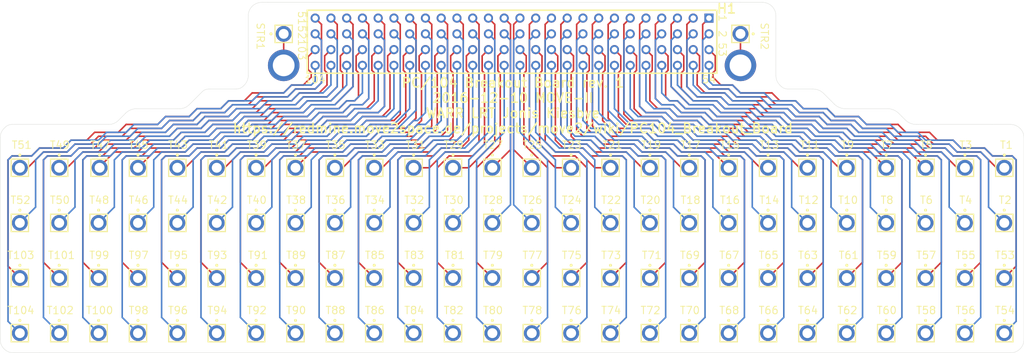
<source format=kicad_pcb>
(kicad_pcb (version 20211014) (generator pcbnew)
  (layers (0 "F.Cu" signal "Top Layer") (31 "B.Cu" signal "Bottom Layer") (34 "B.Paste" user "Bottom Paste") (35 "F.Paste" user "Top Paste") (36 "B.SilkS" user "Bottom Overlay") (37 "F.SilkS" user "Top Overlay") (38 "B.Mask" user "Bottom Solder") (39 "F.Mask" user "Top Solder") (44 "Edge.Cuts" user))
  (net 0 "")
  (net 1 "CHASSIS")
  (net 2 "TRACE1")
  (net 3 "TRACE2")
  (net 4 "TRACE3")
  (net 5 "TRACE4")
  (net 6 "TRACE5")
  (net 7 "TRACE6")
  (net 8 "TRACE7")
  (net 9 "TRACE8")
  (net 10 "TRACE9")
  (net 11 "TRACE10")
  (net 12 "TRACE11")
  (net 13 "TRACE12")
  (net 14 "TRACE13")
  (net 15 "TRACE14")
  (net 16 "TRACE15")
  (net 17 "TRACE16")
  (net 18 "TRACE17")
  (net 19 "TRACE18")
  (net 20 "TRACE19")
  (net 21 "TRACE20")
  (net 22 "TRACE21")
  (net 23 "TRACE22")
  (net 24 "TRACE23")
  (net 25 "TRACE24")
  (net 26 "TRACE25")
  (net 27 "TRACE26")
  (net 28 "TRACE27")
  (net 29 "TRACE28")
  (net 30 "TRACE29")
  (net 31 "TRACE30")
  (net 32 "TRACE31")
  (net 33 "TRACE32")
  (net 34 "TRACE33")
  (net 35 "TRACE34")
  (net 36 "TRACE35")
  (net 37 "TRACE36")
  (net 38 "TRACE37")
  (net 39 "TRACE38")
  (net 40 "TRACE39")
  (net 41 "TRACE40")
  (net 42 "TRACE41")
  (net 43 "TRACE42")
  (net 44 "TRACE43")
  (net 45 "TRACE44")
  (net 46 "TRACE45")
  (net 47 "TRACE46")
  (net 48 "TRACE47")
  (net 49 "TRACE48")
  (net 50 "TRACE49")
  (net 51 "TRACE50")
  (net 52 "TRACE51")
  (net 53 "TRACE52")
  (net 54 "TRACE53")
  (net 55 "TRACE54")
  (net 56 "TRACE55")
  (net 57 "TRACE56")
  (net 58 "TRACE57")
  (net 59 "TRACE58")
  (net 60 "TRACE59")
  (net 61 "TRACE60")
  (net 62 "TRACE61")
  (net 63 "TRACE62")
  (net 64 "TRACE63")
  (net 65 "TRACE64")
  (net 66 "TRACE65")
  (net 67 "TRACE66")
  (net 68 "TRACE67")
  (net 69 "TRACE68")
  (net 70 "TRACE69")
  (net 71 "TRACE70")
  (net 72 "TRACE71")
  (net 73 "TRACE72")
  (net 74 "TRACE73")
  (net 75 "TRACE74")
  (net 76 "TRACE75")
  (net 77 "TRACE76")
  (net 78 "TRACE77")
  (net 79 "TRACE78")
  (net 80 "TRACE79")
  (net 81 "TRACE80")
  (net 82 "TRACE81")
  (net 83 "TRACE82")
  (net 84 "TRACE83")
  (net 85 "TRACE84")
  (net 86 "TRACE85")
  (net 87 "TRACE86")
  (net 88 "TRACE87")
  (net 89 "TRACE88")
  (net 90 "TRACE89")
  (net 91 "TRACE90")
  (net 92 "TRACE91")
  (net 93 "TRACE92")
  (net 94 "TRACE93")
  (net 95 "TRACE94")
  (net 96 "TRACE95")
  (net 97 "TRACE96")
  (net 98 "TRACE97")
  (net 99 "TRACE98")
  (net 100 "TRACE99")
  (net 101 "TRACE100")
  (net 102 "TRACE101")
  (net 103 "TRACE102")
  (net 104 "TRACE103")
  (net 105 "TRACE104")
  (footprint "Miscellaneous Connectors.IntLib:PIN1" (layer "F.Cu") (at 215.1761 121.1961)
    (fp_text reference "T57")
    (fp_text value "Testpoint" hide)
  )
  (footprint "Miscellaneous Connectors.IntLib:PIN1" (layer "F.Cu") (at 75.4761 103.4161)
    (fp_text reference "T49")
    (fp_text value "Testpoint" hide)
  )
  (footprint "Miscellaneous Connectors.IntLib:PIN1" (layer "F.Cu") (at 107.2261 121.1961)
    (fp_text reference "T91")
    (fp_text value "Testpoint" hide)
  )
  (footprint "Miscellaneous Connectors.IntLib:PIN1" (layer "F.Cu") (at 107.2261 103.4161)
    (fp_text reference "T39")
    (fp_text value "Testpoint" hide)
  )
  (footprint "Miscellaneous Connectors.IntLib:PIN1" (layer "F.Cu") (at 138.9761 121.1961)
    (fp_text reference "T81")
    (fp_text value "Testpoint" hide)
  )
  (footprint "Miscellaneous Connectors.IntLib:PIN1" (layer "F.Cu") (at 164.3761 103.4161)
    (fp_text reference "T21")
    (fp_text value "Testpoint" hide)
  )
  (footprint "Miscellaneous Connectors.IntLib:PIN1" (layer "F.Cu") (at 183.4261 130.0861)
    (fp_text reference "T68")
    (fp_text value "Testpoint" hide)
  )
  (footprint "Miscellaneous Connectors.IntLib:PIN1" (layer "F.Cu") (at 164.3761 121.1961)
    (fp_text reference "T73")
    (fp_text value "Testpoint" hide)
  )
  (footprint "Miscellaneous Connectors.IntLib:PIN1" (layer "F.Cu") (at 75.4761 130.0861)
    (fp_text reference "T102")
    (fp_text value "Testpoint" hide)
  )
  (footprint "Miscellaneous Connectors.IntLib:PIN1" (layer "F.Cu") (at 185.3311 81.8261 -90)
    (fp_text reference "STR2")
    (fp_text value "Testpoint" hide)
  )
  (footprint "Miscellaneous Connectors.IntLib:PIN1" (layer "F.Cu") (at 177.0761 103.4161)
    (fp_text reference "T17")
    (fp_text value "Testpoint" hide)
  )
  (footprint "Miscellaneous Connectors.IntLib:PIN1" (layer "F.Cu") (at 170.7261 130.0861)
    (fp_text reference "T72")
    (fp_text value "Testpoint" hide)
  )
  (footprint "Miscellaneous Connectors.IntLib:PIN1" (layer "F.Cu") (at 100.8761 130.0861)
    (fp_text reference "T94")
    (fp_text value "Testpoint" hide)
  )
  (footprint "Miscellaneous Connectors.IntLib:PIN1" (layer "F.Cu") (at 189.7761 112.3061)
    (fp_text reference "T14")
    (fp_text value "Testpoint" hide)
  )
  (footprint "Miscellaneous Connectors.IntLib:PIN1" (layer "F.Cu") (at 119.9261 121.1961)
    (fp_text reference "T87")
    (fp_text value "Testpoint" hide)
  )
  (footprint "Miscellaneous Connectors.IntLib:PIN1" (layer "F.Cu") (at 119.9261 130.0861)
    (fp_text reference "T88")
    (fp_text value "Testpoint" hide)
  )
  (footprint "Miscellaneous Connectors.IntLib:PIN1" (layer "F.Cu") (at 196.1261 103.4161)
    (fp_text reference "T11")
    (fp_text value "Testpoint" hide)
  )
  (footprint "Miscellaneous Connectors.IntLib:PIN1" (layer "F.Cu") (at 158.0261 121.1961)
    (fp_text reference "T75")
    (fp_text value "Testpoint" hide)
  )
  (footprint "Miscellaneous Connectors.IntLib:PIN1" (layer "F.Cu") (at 202.4761 112.3061)
    (fp_text reference "T10")
    (fp_text value "Testpoint" hide)
  )
  (footprint "Miscellaneous Connectors.IntLib:PIN1" (layer "F.Cu") (at 138.9761 112.3061)
    (fp_text reference "T30")
    (fp_text value "Testpoint" hide)
  )
  (footprint "Miscellaneous Connectors.IntLib:PIN1" (layer "F.Cu") (at 227.8761 130.0861)
    (fp_text reference "T54")
    (fp_text value "Testpoint" hide)
  )
  (footprint "Miscellaneous Connectors.IntLib:PIN1" (layer "F.Cu") (at 202.4761 130.0861)
    (fp_text reference "T62")
    (fp_text value "Testpoint" hide)
  )
  (footprint "Miscellaneous Connectors.IntLib:PIN1" (layer "F.Cu") (at 227.8761 112.3061)
    (fp_text reference "T2")
    (fp_text value "Testpoint" hide)
  )
  (footprint "Miscellaneous Connectors.IntLib:PIN1" (layer "F.Cu") (at 94.5261 130.0861)
    (fp_text reference "T96")
    (fp_text value "Testpoint" hide)
  )
  (footprint "Miscellaneous Connectors.IntLib:PIN1" (layer "F.Cu") (at 208.8261 130.0861)
    (fp_text reference "T60")
    (fp_text value "Testpoint" hide)
  )
  (footprint "Miscellaneous Connectors.IntLib:PIN1" (layer "F.Cu") (at 196.1261 121.1961)
    (fp_text reference "T63")
    (fp_text value "Testpoint" hide)
  )
  (footprint "Miscellaneous Connectors.IntLib:PIN1" (layer "F.Cu") (at 69.1261 121.1961)
    (fp_text reference "T103")
    (fp_text value "Testpoint" hide)
  )
  (footprint "Miscellaneous Connectors.IntLib:PIN1" (layer "F.Cu") (at 132.6261 103.4161)
    (fp_text reference "T31")
    (fp_text value "Testpoint" hide)
  )
  (footprint "Miscellaneous Connectors.IntLib:PIN1" (layer "F.Cu") (at 183.4261 121.1961)
    (fp_text reference "T67")
    (fp_text value "Testpoint" hide)
  )
  (footprint "Miscellaneous Connectors.IntLib:PIN1" (layer "F.Cu") (at 158.0261 112.3061)
    (fp_text reference "T24")
    (fp_text value "Testpoint" hide)
  )
  (footprint "Miscellaneous Connectors.IntLib:PIN1" (layer "F.Cu") (at 132.6261 112.3061)
    (fp_text reference "T32")
    (fp_text value "Testpoint" hide)
  )
  (footprint "Miscellaneous Connectors.IntLib:PIN1" (layer "F.Cu") (at 215.1761 112.3061)
    (fp_text reference "T6")
    (fp_text value "Testpoint" hide)
  )
  (footprint "Miscellaneous Connectors.IntLib:PIN1" (layer "F.Cu") (at 88.1761 121.1961)
    (fp_text reference "T97")
    (fp_text value "Testpoint" hide)
  )
  (footprint "Miscellaneous Connectors.IntLib:PIN1" (layer "F.Cu") (at 202.4761 103.4161)
    (fp_text reference "T9")
    (fp_text value "Testpoint" hide)
  )
  (footprint "Miscellaneous Connectors.IntLib:PIN1" (layer "F.Cu") (at 145.3261 103.4161)
    (fp_text reference "T27")
    (fp_text value "Testpoint" hide)
  )
  (footprint "Miscellaneous Connectors.IntLib:PIN1" (layer "F.Cu") (at 138.9761 103.4161)
    (fp_text reference "T29")
    (fp_text value "Testpoint" hide)
  )
  (footprint "Miscellaneous Connectors.IntLib:PIN1" (layer "F.Cu") (at 151.6761 121.1961)
    (fp_text reference "T77")
    (fp_text value "Testpoint" hide)
  )
  (footprint "" (layer "F.Cu") (at 111.6711 86.9061)
    (fp_text reference "")
    (fp_text value "")
  )
  (footprint "Miscellaneous Connectors.IntLib:PIN1" (layer "F.Cu") (at 145.3261 112.3061)
    (fp_text reference "T28")
    (fp_text value "Testpoint" hide)
  )
  (footprint "Miscellaneous Connectors.IntLib:PIN1" (layer "F.Cu") (at 119.9261 112.3061)
    (fp_text reference "T36")
    (fp_text value "Testpoint" hide)
  )
  (footprint "Miscellaneous Connectors.IntLib:PIN1" (layer "F.Cu") (at 81.8261 121.1961)
    (fp_text reference "T99")
    (fp_text value "Testpoint" hide)
  )
  (footprint "Miscellaneous Connectors.IntLib:PIN1" (layer "F.Cu") (at 81.8261 112.3061)
    (fp_text reference "T48")
    (fp_text value "Testpoint" hide)
  )
  (footprint "Miscellaneous Connectors.IntLib:PIN1" (layer "F.Cu") (at 145.3261 121.1961)
    (fp_text reference "T79")
    (fp_text value "Testpoint" hide)
  )
  (footprint "PC104_singleHeader_footprint.PcbLib:PC104" (layer "F.Cu") (at 180.2511 79.2861 180)
    (fp_text reference "H1")
    (fp_text value "MOVE-II PC104" hide)
  )
  (footprint "Miscellaneous Connectors.IntLib:PIN1" (layer "F.Cu") (at 158.0261 103.4161)
    (fp_text reference "T23")
    (fp_text value "Testpoint" hide)
  )
  (footprint "Miscellaneous Connectors.IntLib:PIN1" (layer "F.Cu") (at 119.9261 103.4161)
    (fp_text reference "T35")
    (fp_text value "Testpoint" hide)
  )
  (footprint "Miscellaneous Connectors.IntLib:PIN1" (layer "F.Cu") (at 69.1261 103.4161)
    (fp_text reference "T51")
    (fp_text value "Testpoint" hide)
  )
  (footprint "Miscellaneous Connectors.IntLib:PIN1" (layer "F.Cu") (at 100.8761 103.4161)
    (fp_text reference "T41")
    (fp_text value "Testpoint" hide)
  )
  (footprint "Miscellaneous Connectors.IntLib:PIN1" (layer "F.Cu") (at 107.2261 112.3061)
    (fp_text reference "T40")
    (fp_text value "Testpoint" hide)
  )
  (footprint "Miscellaneous Connectors.IntLib:PIN1" (layer "F.Cu") (at 75.4761 112.3061)
    (fp_text reference "T50")
    (fp_text value "Testpoint" hide)
  )
  (footprint "Miscellaneous Connectors.IntLib:PIN1" (layer "F.Cu") (at 126.2761 121.1961)
    (fp_text reference "T85")
    (fp_text value "Testpoint" hide)
  )
  (footprint "Miscellaneous Connectors.IntLib:PIN1" (layer "F.Cu") (at 151.6761 130.0861)
    (fp_text reference "T78")
    (fp_text value "Testpoint" hide)
  )
  (footprint "Miscellaneous Connectors.IntLib:PIN1" (layer "F.Cu") (at 177.0761 121.1961)
    (fp_text reference "T69")
    (fp_text value "Testpoint" hide)
  )
  (footprint "Miscellaneous Connectors.IntLib:PIN1" (layer "F.Cu") (at 113.5761 103.4161)
    (fp_text reference "T37")
    (fp_text value "Testpoint" hide)
  )
  (footprint "Miscellaneous Connectors.IntLib:PIN1" (layer "F.Cu") (at 227.8761 103.4161)
    (fp_text reference "T1")
    (fp_text value "Testpoint" hide)
  )
  (footprint "Miscellaneous Connectors.IntLib:PIN1" (layer "F.Cu") (at 132.6261 130.0861)
    (fp_text reference "T84")
    (fp_text value "Testpoint" hide)
  )
  (footprint "Miscellaneous Connectors.IntLib:PIN1" (layer "F.Cu") (at 113.5761 112.3061)
    (fp_text reference "T38")
    (fp_text value "Testpoint" hide)
  )
  (footprint "Miscellaneous Connectors.IntLib:PIN1" (layer "F.Cu") (at 215.1761 130.0861)
    (fp_text reference "T58")
    (fp_text value "Testpoint" hide)
  )
  (footprint "Miscellaneous Connectors.IntLib:PIN1" (layer "F.Cu") (at 164.3761 130.0861)
    (fp_text reference "T74")
    (fp_text value "Testpoint" hide)
  )
  (footprint "Miscellaneous Connectors.IntLib:PIN1" (layer "F.Cu") (at 158.0261 130.0861)
    (fp_text reference "T76")
    (fp_text value "Testpoint" hide)
  )
  (footprint "Miscellaneous Connectors.IntLib:PIN1" (layer "F.Cu") (at 69.1261 130.0861)
    (fp_text reference "T104")
    (fp_text value "Testpoint" hide)
  )
  (footprint "Miscellaneous Connectors.IntLib:PIN1" (layer "F.Cu") (at 170.7261 121.1961)
    (fp_text reference "T71")
    (fp_text value "Testpoint" hide)
  )
  (footprint "Miscellaneous Connectors.IntLib:PIN1" (layer "F.Cu") (at 88.1761 112.3061)
    (fp_text reference "T46")
    (fp_text value "Testpoint" hide)
  )
  (footprint "Miscellaneous Connectors.IntLib:PIN1" (layer "F.Cu") (at 81.984606 103.4161)
    (fp_text reference "T47")
    (fp_text value "Testpoint" hide)
  )
  (footprint "Miscellaneous Connectors.IntLib:PIN1" (layer "F.Cu") (at 189.7761 103.4161)
    (fp_text reference "T13")
    (fp_text value "Testpoint" hide)
  )
  (footprint "Miscellaneous Connectors.IntLib:PIN1" (layer "F.Cu") (at 81.8261 130.0861)
    (fp_text reference "T100")
    (fp_text value "Testpoint" hide)
  )
  (footprint "Miscellaneous Connectors.IntLib:PIN1" (layer "F.Cu") (at 94.5261 103.4161)
    (fp_text reference "T43")
    (fp_text value "Testpoint" hide)
  )
  (footprint "Miscellaneous Connectors.IntLib:PIN1" (layer "F.Cu") (at 88.1761 130.0861)
    (fp_text reference "T98")
    (fp_text value "Testpoint" hide)
  )
  (footprint "Miscellaneous Connectors.IntLib:PIN1" (layer "F.Cu") (at 208.8261 103.4161)
    (fp_text reference "T7")
    (fp_text value "Testpoint" hide)
  )
  (footprint "Miscellaneous Connectors.IntLib:PIN1" (layer "F.Cu") (at 126.2761 103.4161)
    (fp_text reference "T33")
    (fp_text value "Testpoint" hide)
  )
  (footprint "Miscellaneous Connectors.IntLib:PIN1" (layer "F.Cu") (at 100.8761 112.3061)
    (fp_text reference "T42")
    (fp_text value "Testpoint" hide)
  )
  (footprint "Miscellaneous Connectors.IntLib:PIN1" (layer "F.Cu") (at 183.4261 112.3061)
    (fp_text reference "T16")
    (fp_text value "Testpoint" hide)
  )
  (footprint "Miscellaneous Connectors.IntLib:PIN1" (layer "F.Cu") (at 138.9761 130.0861)
    (fp_text reference "T82")
    (fp_text value "Testpoint" hide)
  )
  (footprint "Miscellaneous Connectors.IntLib:PIN1" (layer "F.Cu") (at 145.3261 130.0861)
    (fp_text reference "T80")
    (fp_text value "Testpoint" hide)
  )
  (footprint "Miscellaneous Connectors.IntLib:PIN1" (layer "F.Cu") (at 88.1761 103.4161)
    (fp_text reference "T45")
    (fp_text value "Testpoint" hide)
  )
  (footprint "Miscellaneous Connectors.IntLib:PIN1" (layer "F.Cu") (at 132.6261 121.1961)
    (fp_text reference "T83")
    (fp_text value "Testpoint" hide)
  )
  (footprint "Miscellaneous Connectors.IntLib:PIN1" (layer "F.Cu") (at 208.8261 121.1961)
    (fp_text reference "T59")
    (fp_text value "Testpoint" hide)
  )
  (footprint "Miscellaneous Connectors.IntLib:PIN1" (layer "F.Cu") (at 75.4761 121.1961)
    (fp_text reference "T101")
    (fp_text value "Testpoint" hide)
  )
  (footprint "Miscellaneous Connectors.IntLib:PIN1" (layer "F.Cu") (at 170.7261 112.3061)
    (fp_text reference "T20")
    (fp_text value "Testpoint" hide)
  )
  (footprint "Miscellaneous Connectors.IntLib:PIN1" (layer "F.Cu") (at 196.1261 130.0861)
    (fp_text reference "T64")
    (fp_text value "Testpoint" hide)
  )
  (footprint "Miscellaneous Connectors.IntLib:PIN1" (layer "F.Cu") (at 215.1761 103.4161)
    (fp_text reference "T5")
    (fp_text value "Testpoint" hide)
  )
  (footprint "Miscellaneous Connectors.IntLib:PIN1" (layer "F.Cu") (at 221.5261 103.4161)
    (fp_text reference "T3")
    (fp_text value "Testpoint" hide)
  )
  (footprint "" (layer "F.Cu") (at 185.3311 86.9061)
    (fp_text reference "")
    (fp_text value "")
  )
  (footprint "Miscellaneous Connectors.IntLib:PIN1" (layer "F.Cu") (at 170.7261 103.4161)
    (fp_text reference "T19")
    (fp_text value "Testpoint" hide)
  )
  (footprint "Miscellaneous Connectors.IntLib:PIN1" (layer "F.Cu") (at 189.7761 130.0861)
    (fp_text reference "T66")
    (fp_text value "Testpoint" hide)
  )
  (footprint "Miscellaneous Connectors.IntLib:PIN1" (layer "F.Cu") (at 151.6761 112.3061)
    (fp_text reference "T26")
    (fp_text value "Testpoint" hide)
  )
  (footprint "Miscellaneous Connectors.IntLib:PIN1" (layer "F.Cu") (at 94.5261 112.3061)
    (fp_text reference "T44")
    (fp_text value "Testpoint" hide)
  )
  (footprint "Miscellaneous Connectors.IntLib:PIN1" (layer "F.Cu") (at 189.7761 121.1961)
    (fp_text reference "T65")
    (fp_text value "Testpoint" hide)
  )
  (footprint "Miscellaneous Connectors.IntLib:PIN1" (layer "F.Cu") (at 111.6711 81.8261 90)
    (fp_text reference "STR1")
    (fp_text value "Testpoint" hide)
  )
  (footprint "Miscellaneous Connectors.IntLib:PIN1" (layer "F.Cu") (at 126.2761 130.0861)
    (fp_text reference "T86")
    (fp_text value "Testpoint" hide)
  )
  (footprint "Miscellaneous Connectors.IntLib:PIN1" (layer "F.Cu") (at 221.5261 130.0861)
    (fp_text reference "T56")
    (fp_text value "Testpoint" hide)
  )
  (footprint "Miscellaneous Connectors.IntLib:PIN1" (layer "F.Cu") (at 177.0761 112.3061)
    (fp_text reference "T18")
    (fp_text value "Testpoint" hide)
  )
  (footprint "Miscellaneous Connectors.IntLib:PIN1" (layer "F.Cu") (at 202.4761 121.1961)
    (fp_text reference "T61")
    (fp_text value "Testpoint" hide)
  )
  (footprint "Miscellaneous Connectors.IntLib:PIN1" (layer "F.Cu") (at 151.6761 103.4161)
    (fp_text reference "T25")
    (fp_text value "Testpoint" hide)
  )
  (footprint "Miscellaneous Connectors.IntLib:PIN1" (layer "F.Cu") (at 196.1261 112.3061)
    (fp_text reference "T12")
    (fp_text value "Testpoint" hide)
  )
  (footprint "Miscellaneous Connectors.IntLib:PIN1" (layer "F.Cu") (at 221.5261 112.3061)
    (fp_text reference "T4")
    (fp_text value "Testpoint" hide)
  )
  (footprint "Miscellaneous Connectors.IntLib:PIN1" (layer "F.Cu") (at 227.8761 121.1961)
    (fp_text reference "T53")
    (fp_text value "Testpoint" hide)
  )
  (footprint "Miscellaneous Connectors.IntLib:PIN1" (layer "F.Cu") (at 113.5761 130.0861)
    (fp_text reference "T90")
    (fp_text value "Testpoint" hide)
  )
  (footprint "Miscellaneous Connectors.IntLib:PIN1" (layer "F.Cu") (at 221.5261 121.1961)
    (fp_text reference "T55")
    (fp_text value "Testpoint" hide)
  )
  (footprint "Miscellaneous Connectors.IntLib:PIN1" (layer "F.Cu") (at 107.2261 130.0861)
    (fp_text reference "T92")
    (fp_text value "Testpoint" hide)
  )
  (footprint "Miscellaneous Connectors.IntLib:PIN1" (layer "F.Cu") (at 183.4261 103.4161)
    (fp_text reference "T15")
    (fp_text value "Testpoint" hide)
  )
  (footprint "Miscellaneous Connectors.IntLib:PIN1" (layer "F.Cu") (at 69.1261 112.3061)
    (fp_text reference "T52")
    (fp_text value "Testpoint" hide)
  )
  (footprint "Miscellaneous Connectors.IntLib:PIN1" (layer "F.Cu") (at 100.8761 121.1961)
    (fp_text reference "T93")
    (fp_text value "Testpoint" hide)
  )
  (footprint "Miscellaneous Connectors.IntLib:PIN1" (layer "F.Cu") (at 113.5761 121.1961)
    (fp_text reference "T89")
    (fp_text value "Testpoint" hide)
  )
  (footprint "Miscellaneous Connectors.IntLib:PIN1" (layer "F.Cu") (at 126.2761 112.3061)
    (fp_text reference "T34")
    (fp_text value "Testpoint" hide)
  )
  (footprint "Miscellaneous Connectors.IntLib:PIN1" (layer "F.Cu") (at 164.3761 112.3061)
    (fp_text reference "T22")
    (fp_text value "Testpoint" hide)
  )
  (footprint "Miscellaneous Connectors.IntLib:PIN1" (layer "F.Cu") (at 208.8261 112.3061)
    (fp_text reference "T8")
    (fp_text value "Testpoint" hide)
  )
  (footprint "Miscellaneous Connectors.IntLib:PIN1" (layer "F.Cu") (at 177.0761 130.0861)
    (fp_text reference "T70")
    (fp_text value "Testpoint" hide)
  )
  (footprint "Miscellaneous Connectors.IntLib:PIN1" (layer "F.Cu") (at 94.5261 121.1961)
    (fp_text reference "T95")
    (fp_text value "Testpoint" hide)
  )
  (gr_line (start 86.162153 94.635049) (end 86.162152 94.635048) (layer "Edge.Cuts") (width 0.05))
  (gr_arc (start 196.978996 90.7161) (mid 197.951013 90.909445) (end 198.775047 91.460049) (layer "Edge.Cuts") (width 0.05))
  (gr_line (start 191.867088 90.267087) (end 191.867086 90.267086) (layer "Edge.Cuts") (width 0.05))
  (gr_line (start 209.043996 93.8911) (end 202.4761 93.8911) (layer "Edge.Cuts") (width 0.05))
  (gr_line (start 211.3661 95.1611) (end 210.840047 94.635049) (layer "Edge.Cuts") (width 0.05))
  (gr_line (start 109.1311 76.7461) (end 108.124125 76.7461) (layer "Edge.Cuts") (width 0.05))
  (gr_line (start 66.772088 96.880113) (end 66.772086 96.880114) (layer "Edge.Cuts") (width 0.05))
  (gr_line (start 211.892153 95.687151) (end 211.892152 95.687152) (layer "Edge.Cuts") (width 0.05))
  (gr_arc (start 230.4161 97.0661) (mid 230.886066 97.769458) (end 231.0511 98.599125) (layer "Edge.Cuts") (width 0.05))
  (gr_line (start 83.468075 96.4311) (end 81.1911 96.4311) (layer "Edge.Cuts") (width 0.05))
  (gr_line (start 94.5261 93.8911) (end 87.958204 93.8911) (layer "Edge.Cuts") (width 0.05))
  (gr_arc (start 86.162153 94.635049) (mid 86.986188 94.084448) (end 87.958204 93.8911) (layer "Edge.Cuts") (width 0.05))
  (gr_line (start 231.0511 130.0861) (end 231.0511 98.599125) (layer "Edge.Cuts") (width 0.05))
  (gr_line (start 231.0511 131.093075) (end 231.0511 130.0861) (layer "Edge.Cuts") (width 0.05))
  (gr_arc (start 105.9561 78.914125) (mid 106.121124 78.084454) (end 106.5911 77.3811) (layer "Edge.Cuts") (width 0.05))
  (gr_arc (start 66.772088 96.880113) (mid 67.269436 96.54779) (end 67.8561 96.4311) (layer "Edge.Cuts") (width 0.05))
  (gr_line (start 191.0461 80.973204) (end 191.0461 78.914125) (layer "Edge.Cuts") (width 0.05))
  (gr_line (start 72.3011 133.2611) (end 228.883075 133.2611) (layer "Edge.Cuts") (width 0.05))
  (gr_line (start 81.1911 96.4311) (end 67.8561 96.4311) (layer "Edge.Cuts") (width 0.05))
  (gr_line (start 228.883075 96.4311) (end 225.9711 96.4311) (layer "Edge.Cuts") (width 0.05))
  (gr_line (start 196.978996 90.7161) (end 192.9511 90.7161) (layer "Edge.Cuts") (width 0.05))
  (gr_line (start 65.9511 104.6861) (end 65.9511 131.093075) (layer "Edge.Cuts") (width 0.05))
  (gr_line (start 225.9711 96.4311) (end 215.8111 96.4311) (layer "Edge.Cuts") (width 0.05))
  (gr_line (start 86.162152 94.635048) (end 85.0011 95.7961) (layer "Edge.Cuts") (width 0.05))
  (gr_line (start 185.3311 76.7461) (end 109.1311 76.7461) (layer "Edge.Cuts") (width 0.05))
  (gr_arc (start 230.4161 132.6261) (mid 229.712742 133.096066) (end 228.883075 133.2611) (layer "Edge.Cuts") (width 0.05))
  (gr_arc (start 192.9511 90.7161) (mid 192.364438 90.599404) (end 191.867088 90.267087) (layer "Edge.Cuts") (width 0.05))
  (gr_arc (start 85.0011 95.7961) (mid 84.297742 96.266066) (end 83.468075 96.4311) (layer "Edge.Cuts") (width 0.05))
  (gr_arc (start 98.522088 91.165113) (mid 99.019436 90.83279) (end 99.6061 90.7161) (layer "Edge.Cuts") (width 0.05))
  (gr_line (start 188.878075 76.7461) (end 185.3311 76.7461) (layer "Edge.Cuts") (width 0.05))
  (gr_arc (start 202.258204 93.8911) (mid 201.286187 93.697755) (end 200.462153 93.147151) (layer "Edge.Cuts") (width 0.05))
  (gr_line (start 98.522086 91.165114) (end 96.4311 93.2561) (layer "Edge.Cuts") (width 0.05))
  (gr_arc (start 105.135112 90.267087) (mid 104.637764 90.59941) (end 104.0511 90.716099) (layer "Edge.Cuts") (width 0.05))
  (gr_arc (start 65.9511 98.599125) (mid 66.116124 97.769454) (end 66.5861 97.0661) (layer "Edge.Cuts") (width 0.05))
  (gr_arc (start 188.878075 76.7461) (mid 189.707746 76.911124) (end 190.4111 77.3811) (layer "Edge.Cuts") (width 0.05))
  (gr_arc (start 66.5861 132.6261) (mid 66.116134 131.922742) (end 65.9511 131.093075) (layer "Edge.Cuts") (width 0.05))
  (gr_arc (start 105.9561 88.548075) (mid 105.791076 89.377746) (end 105.3211 90.0811) (layer "Edge.Cuts") (width 0.05))
  (gr_line (start 191.0461 88.548075) (end 191.0461 86.9061) (layer "Edge.Cuts") (width 0.05))
  (gr_line (start 105.9561 78.914125) (end 105.9561 82.4611) (layer "Edge.Cuts") (width 0.05))
  (gr_line (start 191.0461 86.9061) (end 191.0461 80.973204) (layer "Edge.Cuts") (width 0.05))
  (gr_line (start 104.0511 90.7161) (end 99.6061 90.7161) (layer "Edge.Cuts") (width 0.05))
  (gr_line (start 215.8111 96.4311) (end 213.9061 96.4311) (layer "Edge.Cuts") (width 0.05))
  (gr_line (start 199.9361 92.6211) (end 198.775047 91.460049) (layer "Edge.Cuts") (width 0.05))
  (gr_line (start 202.4761 93.8911) (end 202.258204 93.8911) (layer "Edge.Cuts") (width 0.05))
  (gr_line (start 200.462153 93.147151) (end 200.462152 93.147152) (layer "Edge.Cuts") (width 0.05))
  (gr_line (start 200.462152 93.147152) (end 199.9361 92.6211) (layer "Edge.Cuts") (width 0.05))
  (gr_line (start 98.522088 91.165113) (end 98.522086 91.165114) (layer "Edge.Cuts") (width 0.05))
  (gr_line (start 211.892152 95.687152) (end 211.3661 95.1611) (layer "Edge.Cuts") (width 0.05))
  (gr_arc (start 96.4311 93.2561) (mid 95.727742 93.726066) (end 94.898075 93.8911) (layer "Edge.Cuts") (width 0.05))
  (gr_line (start 68.119125 133.2611) (end 72.3011 133.2611) (layer "Edge.Cuts") (width 0.05))
  (gr_line (start 213.9061 96.4311) (end 213.688204 96.4311) (layer "Edge.Cuts") (width 0.05))
  (gr_arc (start 228.883075 96.4311) (mid 229.712746 96.596124) (end 230.4161 97.0661) (layer "Edge.Cuts") (width 0.05))
  (gr_line (start 105.3211 90.0811) (end 105.135112 90.267087) (layer "Edge.Cuts") (width 0.05))
  (gr_line (start 66.772086 96.880114) (end 66.5861 97.0661) (layer "Edge.Cuts") (width 0.05))
  (gr_line (start 104.0511 90.716099) (end 104.0511 90.7161) (layer "Edge.Cuts") (width 0.05))
  (gr_arc (start 191.6811 90.0811) (mid 191.211134 89.377742) (end 191.0461 88.548075) (layer "Edge.Cuts") (width 0.05))
  (gr_arc (start 213.688204 96.4311) (mid 212.716187 96.237755) (end 211.892153 95.687151) (layer "Edge.Cuts") (width 0.05))
  (gr_arc (start 190.4111 77.3811) (mid 190.881066 78.084458) (end 191.0461 78.914125) (layer "Edge.Cuts") (width 0.05))
  (gr_arc (start 209.043996 93.8911) (mid 210.016013 94.084445) (end 210.840047 94.635049) (layer "Edge.Cuts") (width 0.05))
  (gr_arc (start 68.119125 133.2611) (mid 67.289454 133.096076) (end 66.5861 132.6261) (layer "Edge.Cuts") (width 0.05))
  (gr_arc (start 231.0511 131.093075) (mid 230.886076 131.922746) (end 230.4161 132.6261) (layer "Edge.Cuts") (width 0.05))
  (gr_line (start 94.898075 93.8911) (end 94.5261 93.8911) (layer "Edge.Cuts") (width 0.05))
  (gr_arc (start 106.5911 77.3811) (mid 107.294458 76.911134) (end 108.124125 76.7461) (layer "Edge.Cuts") (width 0.05))
  (gr_line (start 105.9561 82.4611) (end 105.9561 88.548075) (layer "Edge.Cuts") (width 0.05))
  (gr_line (start 65.9511 98.599125) (end 65.9511 104.6861) (layer "Edge.Cuts") (width 0.05))
  (gr_line (start 191.867086 90.267086) (end 191.6811 90.0811) (layer "Edge.Cuts") (width 0.05))
  (gr_text "54" (at 180.2511 89.1921) (layer "F.SilkS") (effects (font (size 1.1938 1.1938) (thickness 0.1524))))
  (gr_text "53" (at 182.4101 84.3661 270) (layer "F.SilkS") (effects (font (size 1.1938 1.1938) (thickness 0.1524))))
  (gr_text "103" (at 114.5921 84.3661 270) (layer "F.SilkS") (effects (font (size 1.1938 1.1938) (thickness 0.1524))))
  (gr_text "104" (at 116.7511 89.1921) (layer "F.SilkS") (effects (font (size 1.1938 1.1938) (thickness 0.1524))))
  (gr_text "52" (at 114.5921 81.5721 270) (layer "F.SilkS") (effects (font (size 1.1938 1.1938) (thickness 0.1524))))
  (gr_text "51" (at 114.5921 79.2861 270) (layer "F.SilkS") (effects (font (size 1.1938 1.1938) (thickness 0.1524))))
  (gr_text "1" (at 182.4101 79.2861 270) (layer "F.SilkS") (effects (font (size 1.1938 1.1938) (thickness 0.1524))))
  (gr_text "2" (at 182.4101 81.8261 270) (layer "F.SilkS") (effects (font (size 1.1938 1.1938) (thickness 0.1524))))
  (gr_text "PC/104 Breakout Board rev. 1\n2016-12-10 MOVE-II\nWARR LRT Jonis Kiesbye\nhttps://redmine.move2space.de/projects/move2/wiki/PC104_Breakout_Board" (at 148.6281 93.3831) (layer "F.SilkS") (effects (font (size 1.524 1.524) (thickness 0.254))))
  (segment (start 185.3311 86.9061) (end 185.3311 81.8261) (width 0.254) (layer "F.Cu") (net 1))
  (segment (start 111.6711 86.9061) (end 111.6711 81.8261) (width 0.254) (layer "F.Cu") (net 1))
  (segment (start 189.7761 91.9861) (end 191.0461 93.2561) (width 0.254) (layer "F.Cu") (net 2))
  (segment (start 211.3661 98.3361) (end 215.1761 98.3361) (width 0.254) (layer "F.Cu") (net 2))
  (segment (start 226.6061 103.4161) (end 227.8761 103.4161) (width 0.254) (layer "F.Cu") (net 2))
  (segment (start 205.0161 97.0661) (end 210.0961 97.0661) (width 0.254) (layer "F.Cu") (net 2))
  (segment (start 203.7461 95.7961) (end 205.0161 97.0661) (width 0.254) (layer "F.Cu") (net 2))
  (segment (start 184.6961 91.9861) (end 189.7761 91.9861) (width 0.254) (layer "F.Cu") (net 2))
  (segment (start 216.4461 99.6061) (end 218.9861 99.6061) (width 0.254) (layer "F.Cu") (net 2))
  (segment (start 199.9361 95.7961) (end 203.7461 95.7961) (width 0.254) (layer "F.Cu") (net 2))
  (segment (start 193.5861 93.2561) (end 194.8561 94.5261) (width 0.254) (layer "F.Cu") (net 2))
  (segment (start 179.2351 89.7001) (end 180.2511 90.7161) (width 0.254) (layer "F.Cu") (net 2))
  (segment (start 210.0961 97.0661) (end 211.3661 98.3361) (width 0.254) (layer "F.Cu") (net 2))
  (segment (start 224.0661 100.8761) (end 226.6061 103.4161) (width 0.254) (layer "F.Cu") (net 2))
  (segment (start 191.0461 93.2561) (end 193.5861 93.2561) (width 0.254) (layer "F.Cu") (net 2))
  (segment (start 179.2351 80.3021) (end 180.2511 79.2861) (width 0.254) (layer "F.Cu") (net 2))
  (segment (start 183.4261 90.7161) (end 184.6961 91.9861) (width 0.254) (layer "F.Cu") (net 2))
  (segment (start 198.6661 94.5261) (end 199.9361 95.7961) (width 0.254) (layer "F.Cu") (net 2))
  (segment (start 215.1761 98.3361) (end 216.4461 99.6061) (width 0.254) (layer "F.Cu") (net 2))
  (segment (start 179.2351 89.7001) (end 179.2351 80.3021) (width 0.254) (layer "F.Cu") (net 2))
  (segment (start 194.8561 94.5261) (end 198.6661 94.5261) (width 0.254) (layer "F.Cu") (net 2))
  (segment (start 218.9861 99.6061) (end 220.2561 100.8761) (width 0.254) (layer "F.Cu") (net 2))
  (segment (start 180.2511 90.7161) (end 183.4261 90.7161) (width 0.254) (layer "F.Cu") (net 2))
  (segment (start 220.2561 100.8761) (end 224.0661 100.8761) (width 0.254) (layer "F.Cu") (net 2))
  (segment (start 179.2351 89.7001) (end 180.2511 90.7161) (width 0.254) (layer "B.Cu") (net 3))
  (segment (start 218.9861 99.6061) (end 220.2561 100.8761) (width 0.254) (layer "B.Cu") (net 3))
  (segment (start 225.3361 109.7661) (end 225.3361 102.1461) (width 0.254) (layer "B.Cu") (net 3))
  (segment (start 198.6661 94.5261) (end 199.9361 95.7961) (width 0.254) (layer "B.Cu") (net 3))
  (segment (start 208.8261 97.0661) (end 210.0961 98.3361) (width 0.254) (layer "B.Cu") (net 3))
  (segment (start 183.4261 90.7161) (end 184.6961 91.9861) (width 0.254) (layer "B.Cu") (net 3))
  (segment (start 189.7761 93.2561) (end 193.5861 93.2561) (width 0.254) (layer "B.Cu") (net 3))
  (segment (start 213.9061 98.3361) (end 215.1761 99.6061) (width 0.254) (layer "B.Cu") (net 3))
  (segment (start 215.1761 99.6061) (end 218.9861 99.6061) (width 0.254) (layer "B.Cu") (net 3))
  (segment (start 179.2351 82.8421) (end 180.2511 81.8261) (width 0.254) (layer "B.Cu") (net 3))
  (segment (start 225.3361 109.7661) (end 227.8761 112.3061) (width 0.254) (layer "B.Cu") (net 3))
  (segment (start 205.0161 97.0661) (end 208.8261 97.0661) (width 0.254) (layer "B.Cu") (net 3))
  (segment (start 193.5861 93.2561) (end 194.8561 94.5261) (width 0.254) (layer "B.Cu") (net 3))
  (segment (start 210.0961 98.3361) (end 213.9061 98.3361) (width 0.254) (layer "B.Cu") (net 3))
  (segment (start 199.9361 95.7961) (end 203.7461 95.7961) (width 0.254) (layer "B.Cu") (net 3))
  (segment (start 179.2351 89.7001) (end 179.2351 82.8421) (width 0.254) (layer "B.Cu") (net 3))
  (segment (start 184.6961 91.9861) (end 188.5061 91.9861) (width 0.254) (layer "B.Cu") (net 3))
  (segment (start 224.0661 100.8761) (end 225.3361 102.1461) (width 0.254) (layer "B.Cu") (net 3))
  (segment (start 180.2511 90.7161) (end 183.4261 90.7161) (width 0.254) (layer "B.Cu") (net 3))
  (segment (start 194.8561 94.5261) (end 198.6661 94.5261) (width 0.254) (layer "B.Cu") (net 3))
  (segment (start 220.2561 100.8761) (end 224.0661 100.8761) (width 0.254) (layer "B.Cu") (net 3))
  (segment (start 203.7461 95.7961) (end 205.0161 97.0661) (width 0.254) (layer "B.Cu") (net 3))
  (segment (start 188.5061 91.9861) (end 189.7761 93.2561) (width 0.254) (layer "B.Cu") (net 3))
  (segment (start 183.4261 93.2561) (end 188.5061 93.2561) (width 0.254) (layer "F.Cu") (net 4))
  (segment (start 213.9061 99.6061) (end 215.1761 100.8761) (width 0.254) (layer "F.Cu") (net 4))
  (segment (start 189.7761 94.5261) (end 192.3161 94.5261) (width 0.254) (layer "F.Cu") (net 4))
  (segment (start 215.1761 100.8761) (end 217.7161 100.8761) (width 0.254) (layer "F.Cu") (net 4))
  (segment (start 220.2561 103.4161) (end 221.5261 103.4161) (width 0.254) (layer "F.Cu") (net 4))
  (segment (start 208.8261 98.3361) (end 210.0961 99.6061) (width 0.254) (layer "F.Cu") (net 4))
  (segment (start 176.6951 80.3021) (end 177.7111 79.2861) (width 0.254) (layer "F.Cu") (net 4))
  (segment (start 178.3461 91.9861) (end 182.1561 91.9861) (width 0.254) (layer "F.Cu") (net 4))
  (segment (start 197.3961 95.7961) (end 198.6661 97.0661) (width 0.254) (layer "F.Cu") (net 4))
  (segment (start 182.1561 91.9861) (end 183.4261 93.2561) (width 0.254) (layer "F.Cu") (net 4))
  (segment (start 192.3161 94.5261) (end 193.5861 95.7961) (width 0.254) (layer "F.Cu") (net 4))
  (segment (start 176.6951 90.3351) (end 176.6951 80.3021) (width 0.254) (layer "F.Cu") (net 4))
  (segment (start 193.5861 95.7961) (end 197.3961 95.7961) (width 0.254) (layer "F.Cu") (net 4))
  (segment (start 217.7161 100.8761) (end 220.2561 103.4161) (width 0.254) (layer "F.Cu") (net 4))
  (segment (start 176.6951 90.3351) (end 178.3461 91.9861) (width 0.254) (layer "F.Cu") (net 4))
  (segment (start 198.6661 97.0661) (end 202.4761 97.0661) (width 0.254) (layer "F.Cu") (net 4))
  (segment (start 202.4761 97.0661) (end 203.7461 98.3361) (width 0.254) (layer "F.Cu") (net 4))
  (segment (start 210.0961 99.6061) (end 213.9061 99.6061) (width 0.254) (layer "F.Cu") (net 4))
  (segment (start 188.5061 93.2561) (end 189.7761 94.5261) (width 0.254) (layer "F.Cu") (net 4))
  (segment (start 203.7461 98.3361) (end 208.8261 98.3361) (width 0.254) (layer "F.Cu") (net 4))
  (segment (start 218.9861 109.7661) (end 221.5261 112.3061) (width 0.254) (layer "B.Cu") (net 5))
  (segment (start 197.3961 95.7961) (end 198.6661 97.0661) (width 0.254) (layer "B.Cu") (net 5))
  (segment (start 193.5861 95.7961) (end 197.3961 95.7961) (width 0.254) (layer "B.Cu") (net 5))
  (segment (start 182.1561 91.9861) (end 183.4261 93.2561) (width 0.254) (layer "B.Cu") (net 5))
  (segment (start 183.4261 93.2561) (end 187.2361 93.2561) (width 0.254) (layer "B.Cu") (net 5))
  (segment (start 188.5061 94.5261) (end 192.3161 94.5261) (width 0.254) (layer "B.Cu") (net 5))
  (segment (start 176.6951 90.3351) (end 178.3461 91.9861) (width 0.254) (layer "B.Cu") (net 5))
  (segment (start 202.4761 97.0661) (end 203.7461 98.3361) (width 0.254) (layer "B.Cu") (net 5))
  (segment (start 212.6361 99.6061) (end 213.9061 100.8761) (width 0.254) (layer "B.Cu") (net 5))
  (segment (start 203.7461 98.3361) (end 207.5561 98.3361) (width 0.254) (layer "B.Cu") (net 5))
  (segment (start 207.5561 98.3361) (end 208.8261 99.6061) (width 0.254) (layer "B.Cu") (net 5))
  (segment (start 187.2361 93.2561) (end 188.5061 94.5261) (width 0.254) (layer "B.Cu") (net 5))
  (segment (start 192.3161 94.5261) (end 193.5861 95.7961) (width 0.254) (layer "B.Cu") (net 5))
  (segment (start 178.3461 91.9861) (end 182.1561 91.9861) (width 0.254) (layer "B.Cu") (net 5))
  (segment (start 176.6951 82.8421) (end 177.7111 81.8261) (width 0.254) (layer "B.Cu") (net 5))
  (segment (start 218.9861 109.7661) (end 218.9861 102.1461) (width 0.254) (layer "B.Cu") (net 5))
  (segment (start 198.6661 97.0661) (end 202.4761 97.0661) (width 0.254) (layer "B.Cu") (net 5))
  (segment (start 217.7161 100.8761) (end 218.9861 102.1461) (width 0.254) (layer "B.Cu") (net 5))
  (segment (start 208.8261 99.6061) (end 212.6361 99.6061) (width 0.254) (layer "B.Cu") (net 5))
  (segment (start 213.9061 100.8761) (end 217.7161 100.8761) (width 0.254) (layer "B.Cu") (net 5))
  (segment (start 176.6951 90.3351) (end 176.6951 82.8421) (width 0.254) (layer "B.Cu") (net 5))
  (segment (start 212.6361 100.8761) (end 215.1761 103.4161) (width 0.254) (layer "F.Cu") (net 6))
  (segment (start 174.1551 90.3351) (end 174.1551 80.3021) (width 0.254) (layer "F.Cu") (net 6))
  (segment (start 196.1261 97.0661) (end 197.3961 98.3361) (width 0.254) (layer "F.Cu") (net 6))
  (segment (start 191.0461 95.7961) (end 192.3161 97.0661) (width 0.254) (layer "F.Cu") (net 6))
  (segment (start 201.2061 98.3361) (end 202.4761 99.6061) (width 0.254) (layer "F.Cu") (net 6))
  (segment (start 208.8261 100.8761) (end 212.6361 100.8761) (width 0.254) (layer "F.Cu") (net 6))
  (segment (start 192.3161 97.0661) (end 196.1261 97.0661) (width 0.254) (layer "F.Cu") (net 6))
  (segment (start 197.3961 98.3361) (end 201.2061 98.3361) (width 0.254) (layer "F.Cu") (net 6))
  (segment (start 180.8861 93.2561) (end 182.1561 94.5261) (width 0.254) (layer "F.Cu") (net 6))
  (segment (start 174.1551 90.3351) (end 177.0761 93.2561) (width 0.254) (layer "F.Cu") (net 6))
  (segment (start 174.1551 80.3021) (end 175.1711 79.2861) (width 0.254) (layer "F.Cu") (net 6))
  (segment (start 207.5561 99.6061) (end 208.8261 100.8761) (width 0.254) (layer "F.Cu") (net 6))
  (segment (start 187.2361 94.5261) (end 188.5061 95.7961) (width 0.254) (layer "F.Cu") (net 6))
  (segment (start 188.5061 95.7961) (end 191.0461 95.7961) (width 0.254) (layer "F.Cu") (net 6))
  (segment (start 177.0761 93.2561) (end 180.8861 93.2561) (width 0.254) (layer "F.Cu") (net 6))
  (segment (start 182.1561 94.5261) (end 187.2361 94.5261) (width 0.254) (layer "F.Cu") (net 6))
  (segment (start 202.4761 99.6061) (end 207.5561 99.6061) (width 0.254) (layer "F.Cu") (net 6))
  (segment (start 192.3161 97.0661) (end 196.1261 97.0661) (width 0.254) (layer "B.Cu") (net 7))
  (segment (start 212.6361 109.7661) (end 212.6361 102.1461) (width 0.254) (layer "B.Cu") (net 7))
  (segment (start 201.2061 98.3361) (end 202.4761 99.6061) (width 0.254) (layer "B.Cu") (net 7))
  (segment (start 182.1561 94.5261) (end 185.9661 94.5261) (width 0.254) (layer "B.Cu") (net 7))
  (segment (start 212.6361 109.7661) (end 215.1761 112.3061) (width 0.254) (layer "B.Cu") (net 7))
  (segment (start 197.3961 98.3361) (end 201.2061 98.3361) (width 0.254) (layer "B.Cu") (net 7))
  (segment (start 207.5561 100.8761) (end 211.3661 100.8761) (width 0.254) (layer "B.Cu") (net 7))
  (segment (start 191.0461 95.7961) (end 192.3161 97.0661) (width 0.254) (layer "B.Cu") (net 7))
  (segment (start 202.4761 99.6061) (end 206.2861 99.6061) (width 0.254) (layer "B.Cu") (net 7))
  (segment (start 211.3661 100.8761) (end 212.6361 102.1461) (width 0.254) (layer "B.Cu") (net 7))
  (segment (start 174.1551 82.8421) (end 175.1711 81.8261) (width 0.254) (layer "B.Cu") (net 7))
  (segment (start 177.0761 93.2561) (end 180.8861 93.2561) (width 0.254) (layer "B.Cu") (net 7))
  (segment (start 187.2361 95.7961) (end 191.0461 95.7961) (width 0.254) (layer "B.Cu") (net 7))
  (segment (start 206.2861 99.6061) (end 207.5561 100.8761) (width 0.254) (layer "B.Cu") (net 7))
  (segment (start 180.8861 93.2561) (end 182.1561 94.5261) (width 0.254) (layer "B.Cu") (net 7))
  (segment (start 174.1551 90.3351) (end 174.1551 82.8421) (width 0.254) (layer "B.Cu") (net 7))
  (segment (start 174.1551 90.3351) (end 177.0761 93.2561) (width 0.254) (layer "B.Cu") (net 7))
  (segment (start 196.1261 97.0661) (end 197.3961 98.3361) (width 0.254) (layer "B.Cu") (net 7))
  (segment (start 185.9661 94.5261) (end 187.2361 95.7961) (width 0.254) (layer "B.Cu") (net 7))
  (segment (start 171.6151 92.2401) (end 171.6151 80.3021) (width 0.254) (layer "F.Cu") (net 8))
  (segment (start 180.8861 95.7961) (end 185.9661 95.7961) (width 0.254) (layer "F.Cu") (net 8))
  (segment (start 196.1261 99.6061) (end 199.9361 99.6061) (width 0.254) (layer "F.Cu") (net 8))
  (segment (start 171.6151 92.2401) (end 172.6311 93.2561) (width 0.254) (layer "F.Cu") (net 8))
  (segment (start 175.8061 94.5261) (end 179.6161 94.5261) (width 0.254) (layer "F.Cu") (net 8))
  (segment (start 189.7761 97.0661) (end 191.0461 98.3361) (width 0.254) (layer "F.Cu") (net 8))
  (segment (start 199.9361 99.6061) (end 201.2061 100.8761) (width 0.254) (layer "F.Cu") (net 8))
  (segment (start 206.2861 100.8761) (end 208.8261 103.4161) (width 0.254) (layer "F.Cu") (net 8))
  (segment (start 174.5361 93.2561) (end 175.8061 94.5261) (width 0.254) (layer "F.Cu") (net 8))
  (segment (start 179.6161 94.5261) (end 180.8861 95.7961) (width 0.254) (layer "F.Cu") (net 8))
  (segment (start 185.9661 95.7961) (end 187.2361 97.0661) (width 0.254) (layer "F.Cu") (net 8))
  (segment (start 187.2361 97.0661) (end 189.7761 97.0661) (width 0.254) (layer "F.Cu") (net 8))
  (segment (start 191.0461 98.3361) (end 194.8561 98.3361) (width 0.254) (layer "F.Cu") (net 8))
  (segment (start 201.2061 100.8761) (end 206.2861 100.8761) (width 0.254) (layer "F.Cu") (net 8))
  (segment (start 194.8561 98.3361) (end 196.1261 99.6061) (width 0.254) (layer "F.Cu") (net 8))
  (segment (start 172.6311 93.2561) (end 174.5361 93.2561) (width 0.254) (layer "F.Cu") (net 8))
  (segment (start 171.6151 80.3021) (end 172.6311 79.2861) (width 0.254) (layer "F.Cu") (net 8))
  (segment (start 171.6151 92.2401) (end 171.6151 82.8421) (width 0.254) (layer "B.Cu") (net 9))
  (segment (start 201.2061 100.8761) (end 205.0161 100.8761) (width 0.254) (layer "B.Cu") (net 9))
  (segment (start 180.8861 95.7961) (end 184.6961 95.7961) (width 0.254) (layer "B.Cu") (net 9))
  (segment (start 194.8561 98.3361) (end 196.1261 99.6061) (width 0.254) (layer "B.Cu") (net 9))
  (segment (start 172.6311 93.2561) (end 174.5361 93.2561) (width 0.254) (layer "B.Cu") (net 9))
  (segment (start 174.5361 93.2561) (end 175.8061 94.5261) (width 0.254) (layer "B.Cu") (net 9))
  (segment (start 196.1261 99.6061) (end 199.9361 99.6061) (width 0.254) (layer "B.Cu") (net 9))
  (segment (start 191.0461 98.3361) (end 194.8561 98.3361) (width 0.254) (layer "B.Cu") (net 9))
  (segment (start 179.6161 94.5261) (end 180.8861 95.7961) (width 0.254) (layer "B.Cu") (net 9))
  (segment (start 175.8061 94.5261) (end 179.6161 94.5261) (width 0.254) (layer "B.Cu") (net 9))
  (segment (start 185.9661 97.0661) (end 189.7761 97.0661) (width 0.254) (layer "B.Cu") (net 9))
  (segment (start 199.9361 99.6061) (end 201.2061 100.8761) (width 0.254) (layer "B.Cu") (net 9))
  (segment (start 206.2861 109.7661) (end 206.2861 102.1461) (width 0.254) (layer "B.Cu") (net 9))
  (segment (start 171.6151 82.8421) (end 172.6311 81.8261) (width 0.254) (layer "B.Cu") (net 9))
  (segment (start 205.0161 100.8761) (end 206.2861 102.1461) (width 0.254) (layer "B.Cu") (net 9))
  (segment (start 206.2861 109.7661) (end 208.8261 112.3061) (width 0.254) (layer "B.Cu") (net 9))
  (segment (start 184.6961 95.7961) (end 185.9661 97.0661) (width 0.254) (layer "B.Cu") (net 9))
  (segment (start 171.6151 92.2401) (end 172.6311 93.2561) (width 0.254) (layer "B.Cu") (net 9))
  (segment (start 189.7761 97.0661) (end 191.0461 98.3361) (width 0.254) (layer "B.Cu") (net 9))
  (segment (start 201.2061 103.4161) (end 202.4761 103.4161) (width 0.254) (layer "F.Cu") (net 10))
  (segment (start 189.7761 99.6061) (end 193.5861 99.6061) (width 0.254) (layer "F.Cu") (net 10))
  (segment (start 178.3461 95.7961) (end 179.6161 97.0661) (width 0.254) (layer "F.Cu") (net 10))
  (segment (start 173.2661 94.5261) (end 174.5361 95.7961) (width 0.254) (layer "F.Cu") (net 10))
  (segment (start 169.0751 93.5101) (end 169.0751 80.3021) (width 0.254) (layer "F.Cu") (net 10))
  (segment (start 169.0751 80.3021) (end 170.0911 79.2861) (width 0.254) (layer "F.Cu") (net 10))
  (segment (start 193.5861 99.6061) (end 194.8561 100.8761) (width 0.254) (layer "F.Cu") (net 10))
  (segment (start 179.6161 97.0661) (end 184.6961 97.0661) (width 0.254) (layer "F.Cu") (net 10))
  (segment (start 174.5361 95.7961) (end 178.3461 95.7961) (width 0.254) (layer "F.Cu") (net 10))
  (segment (start 194.8561 100.8761) (end 198.6661 100.8761) (width 0.254) (layer "F.Cu") (net 10))
  (segment (start 185.9661 98.3361) (end 188.5061 98.3361) (width 0.254) (layer "F.Cu") (net 10))
  (segment (start 188.5061 98.3361) (end 189.7761 99.6061) (width 0.254) (layer "F.Cu") (net 10))
  (segment (start 170.0911 94.5261) (end 173.2661 94.5261) (width 0.254) (layer "F.Cu") (net 10))
  (segment (start 169.0751 93.5101) (end 170.0911 94.5261) (width 0.254) (layer "F.Cu") (net 10))
  (segment (start 198.6661 100.8761) (end 201.2061 103.4161) (width 0.254) (layer "F.Cu") (net 10))
  (segment (start 184.6961 97.0661) (end 185.9661 98.3361) (width 0.254) (layer "F.Cu") (net 10))
  (segment (start 189.7761 99.6061) (end 193.5861 99.6061) (width 0.254) (layer "B.Cu") (net 11))
  (segment (start 174.5361 95.7961) (end 178.3461 95.7961) (width 0.254) (layer "B.Cu") (net 11))
  (segment (start 199.9361 109.7661) (end 202.4761 112.3061) (width 0.254) (layer "B.Cu") (net 11))
  (segment (start 199.9361 109.7661) (end 199.9361 102.1461) (width 0.254) (layer "B.Cu") (net 11))
  (segment (start 169.0751 82.8421) (end 170.0911 81.8261) (width 0.254) (layer "B.Cu") (net 11))
  (segment (start 198.6661 100.8761) (end 199.9361 102.1461) (width 0.254) (layer "B.Cu") (net 11))
  (segment (start 170.0911 94.5261) (end 173.2661 94.5261) (width 0.254) (layer "B.Cu") (net 11))
  (segment (start 173.2661 94.5261) (end 174.5361 95.7961) (width 0.254) (layer "B.Cu") (net 11))
  (segment (start 194.8561 100.8761) (end 198.6661 100.8761) (width 0.254) (layer "B.Cu") (net 11))
  (segment (start 178.3461 95.7961) (end 179.6161 97.0661) (width 0.254) (layer "B.Cu") (net 11))
  (segment (start 179.6161 97.0661) (end 183.4261 97.0661) (width 0.254) (layer "B.Cu") (net 11))
  (segment (start 184.6961 98.3361) (end 188.5061 98.3361) (width 0.254) (layer "B.Cu") (net 11))
  (segment (start 183.4261 97.0661) (end 184.6961 98.3361) (width 0.254) (layer "B.Cu") (net 11))
  (segment (start 169.0751 93.5101) (end 169.0751 82.8421) (width 0.254) (layer "B.Cu") (net 11))
  (segment (start 169.0751 93.5101) (end 170.0911 94.5261) (width 0.254) (layer "B.Cu") (net 11))
  (segment (start 188.5061 98.3361) (end 189.7761 99.6061) (width 0.254) (layer "B.Cu") (net 11))
  (segment (start 193.5861 99.6061) (end 194.8561 100.8761) (width 0.254) (layer "B.Cu") (net 11))
  (segment (start 188.5061 100.8761) (end 192.3161 100.8761) (width 0.254) (layer "F.Cu") (net 12))
  (segment (start 194.8561 103.4161) (end 196.1261 103.4161) (width 0.254) (layer "F.Cu") (net 12))
  (segment (start 184.6961 99.6061) (end 187.2361 99.6061) (width 0.254) (layer "F.Cu") (net 12))
  (segment (start 166.5351 94.7801) (end 167.5511 95.7961) (width 0.254) (layer "F.Cu") (net 12))
  (segment (start 177.0761 97.0661) (end 178.3461 98.3361) (width 0.254) (layer "F.Cu") (net 12))
  (segment (start 167.5511 95.7961) (end 171.9961 95.7961) (width 0.254) (layer "F.Cu") (net 12))
  (segment (start 187.2361 99.6061) (end 188.5061 100.8761) (width 0.254) (layer "F.Cu") (net 12))
  (segment (start 173.2661 97.0661) (end 177.0761 97.0661) (width 0.254) (layer "F.Cu") (net 12))
  (segment (start 166.5351 94.7801) (end 166.5351 80.3021) (width 0.254) (layer "F.Cu") (net 12))
  (segment (start 192.3161 100.8761) (end 194.8561 103.4161) (width 0.254) (layer "F.Cu") (net 12))
  (segment (start 171.9961 95.7961) (end 173.2661 97.0661) (width 0.254) (layer "F.Cu") (net 12))
  (segment (start 178.3461 98.3361) (end 183.4261 98.3361) (width 0.254) (layer "F.Cu") (net 12))
  (segment (start 166.5351 80.3021) (end 167.5511 79.2861) (width 0.254) (layer "F.Cu") (net 12))
  (segment (start 183.4261 98.3361) (end 184.6961 99.6061) (width 0.254) (layer "F.Cu") (net 12))
  (segment (start 193.5861 109.7661) (end 193.5861 102.1461) (width 0.254) (layer "B.Cu") (net 13))
  (segment (start 193.5861 109.7661) (end 196.1261 112.3061) (width 0.254) (layer "B.Cu") (net 13))
  (segment (start 187.2361 99.6061) (end 188.5061 100.8761) (width 0.254) (layer "B.Cu") (net 13))
  (segment (start 183.4261 99.6061) (end 187.2361 99.6061) (width 0.254) (layer "B.Cu") (net 13))
  (segment (start 188.5061 100.8761) (end 192.3161 100.8761) (width 0.254) (layer "B.Cu") (net 13))
  (segment (start 178.3461 98.3361) (end 182.1561 98.3361) (width 0.254) (layer "B.Cu") (net 13))
  (segment (start 173.2661 97.0661) (end 177.0761 97.0661) (width 0.254) (layer "B.Cu") (net 13))
  (segment (start 166.5351 82.8421) (end 167.5511 81.8261) (width 0.254) (layer "B.Cu") (net 13))
  (segment (start 168.1861 95.7961) (end 171.9961 95.7961) (width 0.254) (layer "B.Cu") (net 13))
  (segment (start 166.5351 94.1451) (end 166.5351 82.8421) (width 0.254) (layer "B.Cu") (net 13))
  (segment (start 171.9961 95.7961) (end 173.2661 97.0661) (width 0.254) (layer "B.Cu") (net 13))
  (segment (start 182.1561 98.3361) (end 183.4261 99.6061) (width 0.254) (layer "B.Cu") (net 13))
  (segment (start 166.5351 94.1451) (end 168.1861 95.7961) (width 0.254) (layer "B.Cu") (net 13))
  (segment (start 192.3161 100.8761) (end 193.5861 102.1461) (width 0.254) (layer "B.Cu") (net 13))
  (segment (start 177.0761 97.0661) (end 178.3461 98.3361) (width 0.254) (layer "B.Cu") (net 13))
  (segment (start 170.7261 97.0661) (end 171.9961 98.3361) (width 0.254) (layer "F.Cu") (net 14))
  (segment (start 182.1561 99.6061) (end 183.4261 100.8761) (width 0.254) (layer "F.Cu") (net 14))
  (segment (start 163.9951 80.3021) (end 165.0111 79.2861) (width 0.254) (layer "F.Cu") (net 14))
  (segment (start 171.9961 98.3361) (end 175.8061 98.3361) (width 0.254) (layer "F.Cu") (net 14))
  (segment (start 175.8061 98.3361) (end 177.0761 99.6061) (width 0.254) (layer "F.Cu") (net 14))
  (segment (start 185.9661 100.8761) (end 188.5061 103.4161) (width 0.254) (layer "F.Cu") (net 14))
  (segment (start 188.5061 103.4161) (end 189.7761 103.4161) (width 0.254) (layer "F.Cu") (net 14))
  (segment (start 165.6461 97.0661) (end 170.7261 97.0661) (width 0.254) (layer "F.Cu") (net 14))
  (segment (start 177.0761 99.6061) (end 182.1561 99.6061) (width 0.254) (layer "F.Cu") (net 14))
  (segment (start 163.9951 95.4151) (end 163.9951 80.3021) (width 0.254) (layer "F.Cu") (net 14))
  (segment (start 183.4261 100.8761) (end 185.9661 100.8761) (width 0.254) (layer "F.Cu") (net 14))
  (segment (start 163.9951 95.4151) (end 165.6461 97.0661) (width 0.254) (layer "F.Cu") (net 14))
  (segment (start 171.9961 98.3361) (end 175.8061 98.3361) (width 0.254) (layer "B.Cu") (net 15))
  (segment (start 187.2361 109.7661) (end 189.7761 112.3061) (width 0.254) (layer "B.Cu") (net 15))
  (segment (start 163.9951 94.1451) (end 166.9161 97.0661) (width 0.254) (layer "B.Cu") (net 15))
  (segment (start 180.8861 99.6061) (end 182.1561 100.8761) (width 0.254) (layer "B.Cu") (net 15))
  (segment (start 175.8061 98.3361) (end 177.0761 99.6061) (width 0.254) (layer "B.Cu") (net 15))
  (segment (start 170.7261 97.0661) (end 171.9961 98.3361) (width 0.254) (layer "B.Cu") (net 15))
  (segment (start 163.9951 94.1451) (end 163.9951 82.8421) (width 0.254) (layer "B.Cu") (net 15))
  (segment (start 177.0761 99.6061) (end 180.8861 99.6061) (width 0.254) (layer "B.Cu") (net 15))
  (segment (start 185.9661 100.8761) (end 187.2361 102.1461) (width 0.254) (layer "B.Cu") (net 15))
  (segment (start 166.9161 97.0661) (end 170.7261 97.0661) (width 0.254) (layer "B.Cu") (net 15))
  (segment (start 163.9951 82.8421) (end 165.0111 81.8261) (width 0.254) (layer "B.Cu") (net 15))
  (segment (start 187.2361 109.7661) (end 187.2361 102.1461) (width 0.254) (layer "B.Cu") (net 15))
  (segment (start 182.1561 100.8761) (end 185.9661 100.8761) (width 0.254) (layer "B.Cu") (net 15))
  (segment (start 174.5361 99.6061) (end 175.8061 100.8761) (width 0.254) (layer "F.Cu") (net 16))
  (segment (start 169.4561 98.3361) (end 170.7261 99.6061) (width 0.254) (layer "F.Cu") (net 16))
  (segment (start 170.7261 99.6061) (end 174.5361 99.6061) (width 0.254) (layer "F.Cu") (net 16))
  (segment (start 163.1061 97.0661) (end 164.3761 98.3361) (width 0.254) (layer "F.Cu") (net 16))
  (segment (start 161.8361 97.0661) (end 163.1061 97.0661) (width 0.254) (layer "F.Cu") (net 16))
  (segment (start 161.4551 80.3021) (end 162.4711 79.2861) (width 0.254) (layer "F.Cu") (net 16))
  (segment (start 161.4551 96.6851) (end 161.8361 97.0661) (width 0.254) (layer "F.Cu") (net 16))
  (segment (start 161.4551 96.6851) (end 161.4551 80.3021) (width 0.254) (layer "F.Cu") (net 16))
  (segment (start 180.8861 100.8761) (end 183.4261 103.4161) (width 0.254) (layer "F.Cu") (net 16))
  (segment (start 164.3761 98.3361) (end 169.4561 98.3361) (width 0.254) (layer "F.Cu") (net 16))
  (segment (start 175.8061 100.8761) (end 180.8861 100.8761) (width 0.254) (layer "F.Cu") (net 16))
  (segment (start 170.7261 99.6061) (end 174.5361 99.6061) (width 0.254) (layer "B.Cu") (net 17))
  (segment (start 161.4551 82.8421) (end 162.4711 81.8261) (width 0.254) (layer "B.Cu") (net 17))
  (segment (start 162.4711 96.4311) (end 163.7411 96.4311) (width 0.254) (layer "B.Cu") (net 17))
  (segment (start 180.8861 109.7661) (end 183.4261 112.3061) (width 0.254) (layer "B.Cu") (net 17))
  (segment (start 175.8061 100.8761) (end 179.6161 100.8761) (width 0.254) (layer "B.Cu") (net 17))
  (segment (start 180.8861 109.7661) (end 180.8861 102.1461) (width 0.254) (layer "B.Cu") (net 17))
  (segment (start 165.6461 98.3361) (end 169.4561 98.3361) (width 0.254) (layer "B.Cu") (net 17))
  (segment (start 179.6161 100.8761) (end 180.8861 102.1461) (width 0.254) (layer "B.Cu") (net 17))
  (segment (start 163.7411 96.4311) (end 165.6461 98.3361) (width 0.254) (layer "B.Cu") (net 17))
  (segment (start 169.4561 98.3361) (end 170.7261 99.6061) (width 0.254) (layer "B.Cu") (net 17))
  (segment (start 161.4551 95.4151) (end 162.4711 96.4311) (width 0.254) (layer "B.Cu") (net 17))
  (segment (start 161.4551 95.4151) (end 161.4551 82.8421) (width 0.254) (layer "B.Cu") (net 17))
  (segment (start 174.5361 99.6061) (end 175.8061 100.8761) (width 0.254) (layer "B.Cu") (net 17))
  (segment (start 159.9311 98.3361) (end 161.8361 98.3361) (width 0.254) (layer "F.Cu") (net 18))
  (segment (start 169.4561 100.8761) (end 173.2661 100.8761) (width 0.254) (layer "F.Cu") (net 18))
  (segment (start 158.9151 97.3201) (end 159.9311 98.3361) (width 0.254) (layer "F.Cu") (net 18))
  (segment (start 173.2661 100.8761) (end 175.8061 103.4161) (width 0.254) (layer "F.Cu") (net 18))
  (segment (start 168.1861 99.6061) (end 169.4561 100.8761) (width 0.254) (layer "F.Cu") (net 18))
  (segment (start 158.9151 97.3201) (end 158.9151 80.3021) (width 0.254) (layer "F.Cu") (net 18))
  (segment (start 158.9151 80.3021) (end 159.9311 79.2861) (width 0.254) (layer "F.Cu") (net 18))
  (segment (start 163.1061 99.6061) (end 168.1861 99.6061) (width 0.254) (layer "F.Cu") (net 18))
  (segment (start 161.8361 98.3361) (end 163.1061 99.6061) (width 0.254) (layer "F.Cu") (net 18))
  (segment (start 175.8061 103.4161) (end 177.0761 103.4161) (width 0.254) (layer "F.Cu") (net 18))
  (segment (start 158.9151 96.6851) (end 159.9311 97.7011) (width 0.254) (layer "B.Cu") (net 19))
  (segment (start 162.4711 97.7011) (end 164.3761 99.6061) (width 0.254) (layer "B.Cu") (net 19))
  (segment (start 169.4561 100.8761) (end 173.2661 100.8761) (width 0.254) (layer "B.Cu") (net 19))
  (segment (start 164.3761 99.6061) (end 168.1861 99.6061) (width 0.254) (layer "B.Cu") (net 19))
  (segment (start 174.5361 109.7661) (end 177.0761 112.3061) (width 0.254) (layer "B.Cu") (net 19))
  (segment (start 159.9311 97.7011) (end 162.4711 97.7011) (width 0.254) (layer "B.Cu") (net 19))
  (segment (start 168.1861 99.6061) (end 169.4561 100.8761) (width 0.254) (layer "B.Cu") (net 19))
  (segment (start 173.2661 100.8761) (end 174.5361 102.1461) (width 0.254) (layer "B.Cu") (net 19))
  (segment (start 158.9151 82.8421) (end 159.9311 81.8261) (width 0.254) (layer "B.Cu") (net 19))
  (segment (start 174.5361 109.7661) (end 174.5361 102.1461) (width 0.254) (layer "B.Cu") (net 19))
  (segment (start 158.9151 96.6851) (end 158.9151 82.8421) (width 0.254) (layer "B.Cu") (net 19))
  (segment (start 156.3751 97.9551) (end 158.0261 99.6061) (width 0.254) (layer "F.Cu") (net 20))
  (segment (start 156.3751 80.3021) (end 157.3911 79.2861) (width 0.254) (layer "F.Cu") (net 20))
  (segment (start 156.3751 97.9551) (end 156.3751 80.3021) (width 0.254) (layer "F.Cu") (net 20))
  (segment (start 158.0261 99.6061) (end 160.5661 99.6061) (width 0.254) (layer "F.Cu") (net 20))
  (segment (start 166.9161 100.8761) (end 169.4561 103.4161) (width 0.254) (layer "F.Cu") (net 20))
  (segment (start 160.5661 99.6061) (end 161.8361 100.8761) (width 0.254) (layer "F.Cu") (net 20))
  (segment (start 161.8361 100.8761) (end 166.9161 100.8761) (width 0.254) (layer "F.Cu") (net 20))
  (segment (start 169.4561 103.4161) (end 170.7261 103.4161) (width 0.254) (layer "F.Cu") (net 20))
  (segment (start 156.3751 82.8421) (end 157.3911 81.8261) (width 0.254) (layer "B.Cu") (net 21))
  (segment (start 168.1861 109.7661) (end 170.7261 112.3061) (width 0.254) (layer "B.Cu") (net 21))
  (segment (start 168.1861 109.7661) (end 168.1861 102.1461) (width 0.254) (layer "B.Cu") (net 21))
  (segment (start 156.3751 97.9551) (end 156.3751 82.8421) (width 0.254) (layer "B.Cu") (net 21))
  (segment (start 157.3911 98.9711) (end 161.2011 98.9711) (width 0.254) (layer "B.Cu") (net 21))
  (segment (start 156.3751 97.9551) (end 157.3911 98.9711) (width 0.254) (layer "B.Cu") (net 21))
  (segment (start 163.1061 100.8761) (end 166.9161 100.8761) (width 0.254) (layer "B.Cu") (net 21))
  (segment (start 166.9161 100.8761) (end 168.1861 102.1461) (width 0.254) (layer "B.Cu") (net 21))
  (segment (start 161.2011 98.9711) (end 163.1061 100.8761) (width 0.254) (layer "B.Cu") (net 21))
  (segment (start 153.8351 80.3021) (end 154.8511 79.2861) (width 0.254) (layer "F.Cu") (net 22))
  (segment (start 159.2961 100.8761) (end 161.8361 103.4161) (width 0.254) (layer "F.Cu") (net 22))
  (segment (start 153.8351 99.2251) (end 155.4861 100.8761) (width 0.254) (layer "F.Cu") (net 22))
  (segment (start 153.8351 99.2251) (end 153.8351 80.3021) (width 0.254) (layer "F.Cu") (net 22))
  (segment (start 161.8361 103.4161) (end 164.3761 103.4161) (width 0.254) (layer "F.Cu") (net 22))
  (segment (start 155.4861 100.8761) (end 159.2961 100.8761) (width 0.254) (layer "F.Cu") (net 22))
  (segment (start 153.8351 97.9551) (end 153.8351 82.8421) (width 0.254) (layer "B.Cu") (net 23))
  (segment (start 153.8351 97.9551) (end 156.1211 100.2411) (width 0.254) (layer "B.Cu") (net 23))
  (segment (start 153.8351 82.8421) (end 154.8511 81.8261) (width 0.254) (layer "B.Cu") (net 23))
  (segment (start 159.9311 100.2411) (end 161.8361 102.1461) (width 0.254) (layer "B.Cu") (net 23))
  (segment (start 161.8361 109.7661) (end 164.3761 112.3061) (width 0.254) (layer "B.Cu") (net 23))
  (segment (start 161.8361 109.7661) (end 161.8361 102.1461) (width 0.254) (layer "B.Cu") (net 23))
  (segment (start 156.1211 100.2411) (end 159.9311 100.2411) (width 0.254) (layer "B.Cu") (net 23))
  (segment (start 151.2951 80.3021) (end 152.3111 79.2861) (width 0.254) (layer "F.Cu") (net 24))
  (segment (start 155.4861 103.4161) (end 158.0261 103.4161) (width 0.254) (layer "F.Cu") (net 24))
  (segment (start 151.2951 99.2251) (end 155.4861 103.4161) (width 0.254) (layer "F.Cu") (net 24))
  (segment (start 151.2951 99.2251) (end 151.2951 80.3021) (width 0.254) (layer "F.Cu") (net 24))
  (segment (start 151.2951 97.9551) (end 155.4861 102.1461) (width 0.254) (layer "B.Cu") (net 25))
  (segment (start 155.4861 109.7661) (end 158.0261 112.3061) (width 0.254) (layer "B.Cu") (net 25))
  (segment (start 151.2951 97.9551) (end 151.2951 82.8421) (width 0.254) (layer "B.Cu") (net 25))
  (segment (start 155.4861 109.7661) (end 155.4861 102.1461) (width 0.254) (layer "B.Cu") (net 25))
  (segment (start 151.2951 82.8421) (end 152.3111 81.8261) (width 0.254) (layer "B.Cu") (net 25))
  (segment (start 148.7551 80.3021) (end 149.7711 79.2861) (width 0.254) (layer "F.Cu") (net 26))
  (segment (start 148.7551 100.4951) (end 148.7551 80.3021) (width 0.254) (layer "F.Cu") (net 26))
  (segment (start 148.7551 100.4951) (end 151.6761 103.4161) (width 0.254) (layer "F.Cu") (net 26))
  (segment (start 148.7551 109.3851) (end 151.6761 112.3061) (width 0.254) (layer "B.Cu") (net 27))
  (segment (start 148.7551 82.8421) (end 149.7711 81.8261) (width 0.254) (layer "B.Cu") (net 27))
  (segment (start 148.7551 109.3851) (end 148.7551 82.8421) (width 0.254) (layer "B.Cu") (net 27))
  (segment (start 148.2471 100.4951) (end 148.2471 80.3021) (width 0.254) (layer "F.Cu") (net 28))
  (segment (start 147.2311 79.2861) (end 148.2471 80.3021) (width 0.254) (layer "F.Cu") (net 28))
  (segment (start 145.3261 103.4161) (end 148.2471 100.4951) (width 0.254) (layer "F.Cu") (net 28))
  (segment (start 147.2311 81.8261) (end 148.2471 82.8421) (width 0.254) (layer "B.Cu") (net 29))
  (segment (start 145.3261 112.3061) (end 148.2471 109.3851) (width 0.254) (layer "B.Cu") (net 29))
  (segment (start 148.2471 109.3851) (end 148.2471 82.8421) (width 0.254) (layer "B.Cu") (net 29))
  (segment (start 145.7071 99.2251) (end 145.7071 80.3021) (width 0.254) (layer "F.Cu") (net 30))
  (segment (start 141.5161 103.4161) (end 145.7071 99.2251) (width 0.254) (layer "F.Cu") (net 30))
  (segment (start 144.6911 79.2861) (end 145.7071 80.3021) (width 0.254) (layer "F.Cu") (net 30))
  (segment (start 138.9761 103.4161) (end 141.5161 103.4161) (width 0.254) (layer "F.Cu") (net 30))
  (segment (start 138.9761 112.3061) (end 141.5161 109.7661) (width 0.254) (layer "B.Cu") (net 31))
  (segment (start 141.5161 102.1461) (end 145.7071 97.9551) (width 0.254) (layer "B.Cu") (net 31))
  (segment (start 145.7071 97.9551) (end 145.7071 82.8421) (width 0.254) (layer "B.Cu") (net 31))
  (segment (start 144.6911 81.8261) (end 145.7071 82.8421) (width 0.254) (layer "B.Cu") (net 31))
  (segment (start 141.5161 109.7661) (end 141.5161 102.1461) (width 0.254) (layer "B.Cu") (net 31))
  (segment (start 142.1511 79.2861) (end 143.1671 80.3021) (width 0.254) (layer "F.Cu") (net 32))
  (segment (start 132.6261 103.4161) (end 135.1661 103.4161) (width 0.254) (layer "F.Cu") (net 32))
  (segment (start 135.1661 103.4161) (end 137.7061 100.8761) (width 0.254) (layer "F.Cu") (net 32))
  (segment (start 143.1671 99.2251) (end 143.1671 80.3021) (width 0.254) (layer "F.Cu") (net 32))
  (segment (start 137.7061 100.8761) (end 141.5161 100.8761) (width 0.254) (layer "F.Cu") (net 32))
  (segment (start 141.5161 100.8761) (end 143.1671 99.2251) (width 0.254) (layer "F.Cu") (net 32))
  (segment (start 135.1661 109.7661) (end 135.1661 102.1461) (width 0.254) (layer "B.Cu") (net 33))
  (segment (start 137.0711 100.2411) (end 140.8811 100.2411) (width 0.254) (layer "B.Cu") (net 33))
  (segment (start 132.6261 112.3061) (end 135.1661 109.7661) (width 0.254) (layer "B.Cu") (net 33))
  (segment (start 140.8811 100.2411) (end 143.1671 97.9551) (width 0.254) (layer "B.Cu") (net 33))
  (segment (start 142.1511 81.8261) (end 143.1671 82.8421) (width 0.254) (layer "B.Cu") (net 33))
  (segment (start 143.1671 97.9551) (end 143.1671 82.8421) (width 0.254) (layer "B.Cu") (net 33))
  (segment (start 135.1661 102.1461) (end 137.0711 100.2411) (width 0.254) (layer "B.Cu") (net 33))
  (segment (start 130.0861 100.8761) (end 135.1661 100.8761) (width 0.254) (layer "F.Cu") (net 34))
  (segment (start 127.5461 103.4161) (end 130.0861 100.8761) (width 0.254) (layer "F.Cu") (net 34))
  (segment (start 135.1661 100.8761) (end 136.4361 99.6061) (width 0.254) (layer "F.Cu") (net 34))
  (segment (start 139.6111 79.2861) (end 140.6271 80.3021) (width 0.254) (layer "F.Cu") (net 34))
  (segment (start 140.6271 97.9551) (end 140.6271 80.3021) (width 0.254) (layer "F.Cu") (net 34))
  (segment (start 126.2761 103.4161) (end 127.5461 103.4161) (width 0.254) (layer "F.Cu") (net 34))
  (segment (start 136.4361 99.6061) (end 138.9761 99.6061) (width 0.254) (layer "F.Cu") (net 34))
  (segment (start 138.9761 99.6061) (end 140.6271 97.9551) (width 0.254) (layer "F.Cu") (net 34))
  (segment (start 140.6271 97.9551) (end 140.6271 82.8421) (width 0.254) (layer "B.Cu") (net 35))
  (segment (start 126.2761 112.3061) (end 128.8161 109.7661) (width 0.254) (layer "B.Cu") (net 35))
  (segment (start 139.6111 81.8261) (end 140.6271 82.8421) (width 0.254) (layer "B.Cu") (net 35))
  (segment (start 130.0861 100.8761) (end 133.8961 100.8761) (width 0.254) (layer "B.Cu") (net 35))
  (segment (start 135.8011 98.9711) (end 139.6111 98.9711) (width 0.254) (layer "B.Cu") (net 35))
  (segment (start 128.8161 109.7661) (end 128.8161 102.1461) (width 0.254) (layer "B.Cu") (net 35))
  (segment (start 128.8161 102.1461) (end 130.0861 100.8761) (width 0.254) (layer "B.Cu") (net 35))
  (segment (start 139.6111 98.9711) (end 140.6271 97.9551) (width 0.254) (layer "B.Cu") (net 35))
  (segment (start 133.8961 100.8761) (end 135.8011 98.9711) (width 0.254) (layer "B.Cu") (net 35))
  (segment (start 128.8161 99.6061) (end 133.8961 99.6061) (width 0.254) (layer "F.Cu") (net 36))
  (segment (start 138.0871 97.3201) (end 138.0871 80.3021) (width 0.254) (layer "F.Cu") (net 36))
  (segment (start 121.1961 103.4161) (end 123.7361 100.8761) (width 0.254) (layer "F.Cu") (net 36))
  (segment (start 137.0711 98.3361) (end 138.0871 97.3201) (width 0.254) (layer "F.Cu") (net 36))
  (segment (start 123.7361 100.8761) (end 127.5461 100.8761) (width 0.254) (layer "F.Cu") (net 36))
  (segment (start 133.8961 99.6061) (end 135.1661 98.3361) (width 0.254) (layer "F.Cu") (net 36))
  (segment (start 127.5461 100.8761) (end 128.8161 99.6061) (width 0.254) (layer "F.Cu") (net 36))
  (segment (start 119.9261 103.4161) (end 121.1961 103.4161) (width 0.254) (layer "F.Cu") (net 36))
  (segment (start 135.1661 98.3361) (end 137.0711 98.3361) (width 0.254) (layer "F.Cu") (net 36))
  (segment (start 137.0711 79.2861) (end 138.0871 80.3021) (width 0.254) (layer "F.Cu") (net 36))
  (segment (start 123.7361 100.8761) (end 127.5461 100.8761) (width 0.254) (layer "B.Cu") (net 37))
  (segment (start 134.5311 97.7011) (end 137.0711 97.7011) (width 0.254) (layer "B.Cu") (net 37))
  (segment (start 119.9261 112.3061) (end 122.4661 109.7661) (width 0.254) (layer "B.Cu") (net 37))
  (segment (start 128.8161 99.6061) (end 132.6261 99.6061) (width 0.254) (layer "B.Cu") (net 37))
  (segment (start 137.0711 97.7011) (end 138.0871 96.6851) (width 0.254) (layer "B.Cu") (net 37))
  (segment (start 127.5461 100.8761) (end 128.8161 99.6061) (width 0.254) (layer "B.Cu") (net 37))
  (segment (start 122.4661 102.1461) (end 123.7361 100.8761) (width 0.254) (layer "B.Cu") (net 37))
  (segment (start 138.0871 96.6851) (end 138.0871 82.8421) (width 0.254) (layer "B.Cu") (net 37))
  (segment (start 132.6261 99.6061) (end 134.5311 97.7011) (width 0.254) (layer "B.Cu") (net 37))
  (segment (start 137.0711 81.8261) (end 138.0871 82.8421) (width 0.254) (layer "B.Cu") (net 37))
  (segment (start 122.4661 109.7661) (end 122.4661 102.1461) (width 0.254) (layer "B.Cu") (net 37))
  (segment (start 133.8961 97.0661) (end 135.1661 97.0661) (width 0.254) (layer "F.Cu") (net 38))
  (segment (start 122.4661 99.6061) (end 126.2761 99.6061) (width 0.254) (layer "F.Cu") (net 38))
  (segment (start 135.1661 97.0661) (end 135.5471 96.6851) (width 0.254) (layer "F.Cu") (net 38))
  (segment (start 121.1961 100.8761) (end 122.4661 99.6061) (width 0.254) (layer "F.Cu") (net 38))
  (segment (start 135.5471 96.6851) (end 135.5471 80.3021) (width 0.254) (layer "F.Cu") (net 38))
  (segment (start 134.5311 79.2861) (end 135.5471 80.3021) (width 0.254) (layer "F.Cu") (net 38))
  (segment (start 116.1161 100.8761) (end 121.1961 100.8761) (width 0.254) (layer "F.Cu") (net 38))
  (segment (start 127.5461 98.3361) (end 132.6261 98.3361) (width 0.254) (layer "F.Cu") (net 38))
  (segment (start 113.5761 103.4161) (end 116.1161 100.8761) (width 0.254) (layer "F.Cu") (net 38))
  (segment (start 126.2761 99.6061) (end 127.5461 98.3361) (width 0.254) (layer "F.Cu") (net 38))
  (segment (start 132.6261 98.3361) (end 133.8961 97.0661) (width 0.254) (layer "F.Cu") (net 38))
  (segment (start 117.3861 100.8761) (end 121.1961 100.8761) (width 0.254) (layer "B.Cu") (net 39))
  (segment (start 116.1161 102.1461) (end 117.3861 100.8761) (width 0.254) (layer "B.Cu") (net 39))
  (segment (start 134.5311 81.8261) (end 135.5471 82.8421) (width 0.254) (layer "B.Cu") (net 39))
  (segment (start 135.5471 95.4151) (end 135.5471 82.8421) (width 0.254) (layer "B.Cu") (net 39))
  (segment (start 134.5311 96.4311) (end 135.5471 95.4151) (width 0.254) (layer "B.Cu") (net 39))
  (segment (start 122.4661 99.6061) (end 126.2761 99.6061) (width 0.254) (layer "B.Cu") (net 39))
  (segment (start 126.2761 99.6061) (end 127.5461 98.3361) (width 0.254) (layer "B.Cu") (net 39))
  (segment (start 131.3561 98.3361) (end 133.2611 96.4311) (width 0.254) (layer "B.Cu") (net 39))
  (segment (start 133.2611 96.4311) (end 134.5311 96.4311) (width 0.254) (layer "B.Cu") (net 39))
  (segment (start 113.5761 112.3061) (end 116.1161 109.7661) (width 0.254) (layer "B.Cu") (net 39))
  (segment (start 116.1161 109.7661) (end 116.1161 102.1461) (width 0.254) (layer "B.Cu") (net 39))
  (segment (start 127.5461 98.3361) (end 131.3561 98.3361) (width 0.254) (layer "B.Cu") (net 39))
  (segment (start 121.1961 100.8761) (end 122.4661 99.6061) (width 0.254) (layer "B.Cu") (net 39))
  (segment (start 121.1961 98.3361) (end 125.0061 98.3361) (width 0.254) (layer "F.Cu") (net 40))
  (segment (start 107.2261 103.4161) (end 108.4961 103.4161) (width 0.254) (layer "F.Cu") (net 40))
  (segment (start 108.4961 103.4161) (end 111.0361 100.8761) (width 0.254) (layer "F.Cu") (net 40))
  (segment (start 114.8461 99.6061) (end 119.9261 99.6061) (width 0.254) (layer "F.Cu") (net 40))
  (segment (start 131.3561 97.0661) (end 133.0071 95.4151) (width 0.254) (layer "F.Cu") (net 40))
  (segment (start 113.5761 100.8761) (end 114.8461 99.6061) (width 0.254) (layer "F.Cu") (net 40))
  (segment (start 125.0061 98.3361) (end 126.2761 97.0661) (width 0.254) (layer "F.Cu") (net 40))
  (segment (start 133.0071 95.4151) (end 133.0071 80.3021) (width 0.254) (layer "F.Cu") (net 40))
  (segment (start 119.9261 99.6061) (end 121.1961 98.3361) (width 0.254) (layer "F.Cu") (net 40))
  (segment (start 126.2761 97.0661) (end 131.3561 97.0661) (width 0.254) (layer "F.Cu") (net 40))
  (segment (start 111.0361 100.8761) (end 113.5761 100.8761) (width 0.254) (layer "F.Cu") (net 40))
  (segment (start 131.9911 79.2861) (end 133.0071 80.3021) (width 0.254) (layer "F.Cu") (net 40))
  (segment (start 121.1961 98.3361) (end 125.0061 98.3361) (width 0.254) (layer "B.Cu") (net 41))
  (segment (start 109.7661 102.1461) (end 111.0361 100.8761) (width 0.254) (layer "B.Cu") (net 41))
  (segment (start 126.2761 97.0661) (end 130.0861 97.0661) (width 0.254) (layer "B.Cu") (net 41))
  (segment (start 133.0071 94.1451) (end 133.0071 82.8421) (width 0.254) (layer "B.Cu") (net 41))
  (segment (start 109.7661 109.7661) (end 109.7661 102.1461) (width 0.254) (layer "B.Cu") (net 41))
  (segment (start 116.1161 99.6061) (end 119.9261 99.6061) (width 0.254) (layer "B.Cu") (net 41))
  (segment (start 111.0361 100.8761) (end 114.8461 100.8761) (width 0.254) (layer "B.Cu") (net 41))
  (segment (start 107.2261 112.3061) (end 109.7661 109.7661) (width 0.254) (layer "B.Cu") (net 41))
  (segment (start 119.9261 99.6061) (end 121.1961 98.3361) (width 0.254) (layer "B.Cu") (net 41))
  (segment (start 131.9911 81.8261) (end 133.0071 82.8421) (width 0.254) (layer "B.Cu") (net 41))
  (segment (start 114.8461 100.8761) (end 116.1161 99.6061) (width 0.254) (layer "B.Cu") (net 41))
  (segment (start 125.0061 98.3361) (end 126.2761 97.0661) (width 0.254) (layer "B.Cu") (net 41))
  (segment (start 130.0861 97.0661) (end 133.0071 94.1451) (width 0.254) (layer "B.Cu") (net 41))
  (segment (start 112.3061 99.6061) (end 113.5761 98.3361) (width 0.254) (layer "F.Cu") (net 42))
  (segment (start 129.4511 79.2861) (end 130.4671 80.3021) (width 0.254) (layer "F.Cu") (net 42))
  (segment (start 123.7361 97.0661) (end 125.0061 95.7961) (width 0.254) (layer "F.Cu") (net 42))
  (segment (start 100.8761 103.4161) (end 102.1461 103.4161) (width 0.254) (layer "F.Cu") (net 42))
  (segment (start 118.6561 98.3361) (end 119.9261 97.0661) (width 0.254) (layer "F.Cu") (net 42))
  (segment (start 119.9261 97.0661) (end 123.7361 97.0661) (width 0.254) (layer "F.Cu") (net 42))
  (segment (start 113.5761 98.3361) (end 118.6561 98.3361) (width 0.254) (layer "F.Cu") (net 42))
  (segment (start 104.6861 100.8761) (end 108.4961 100.8761) (width 0.254) (layer "F.Cu") (net 42))
  (segment (start 109.7661 99.6061) (end 112.3061 99.6061) (width 0.254) (layer "F.Cu") (net 42))
  (segment (start 102.1461 103.4161) (end 104.6861 100.8761) (width 0.254) (layer "F.Cu") (net 42))
  (segment (start 129.4511 95.7961) (end 130.4671 94.7801) (width 0.254) (layer "F.Cu") (net 42))
  (segment (start 130.4671 94.7801) (end 130.4671 80.3021) (width 0.254) (layer "F.Cu") (net 42))
  (segment (start 125.0061 95.7961) (end 129.4511 95.7961) (width 0.254) (layer "F.Cu") (net 42))
  (segment (start 108.4961 100.8761) (end 109.7661 99.6061) (width 0.254) (layer "F.Cu") (net 42))
  (segment (start 109.7661 99.6061) (end 113.5761 99.6061) (width 0.254) (layer "B.Cu") (net 43))
  (segment (start 108.4961 100.8761) (end 109.7661 99.6061) (width 0.254) (layer "B.Cu") (net 43))
  (segment (start 100.8761 112.3061) (end 103.4161 109.7661) (width 0.254) (layer "B.Cu") (net 43))
  (segment (start 113.5761 99.6061) (end 114.8461 98.3361) (width 0.254) (layer "B.Cu") (net 43))
  (segment (start 123.7361 97.0661) (end 125.0061 95.7961) (width 0.254) (layer "B.Cu") (net 43))
  (segment (start 119.9261 97.0661) (end 123.7361 97.0661) (width 0.254) (layer "B.Cu") (net 43))
  (segment (start 128.8161 95.7961) (end 130.4671 94.1451) (width 0.254) (layer "B.Cu") (net 43))
  (segment (start 125.0061 95.7961) (end 128.8161 95.7961) (width 0.254) (layer "B.Cu") (net 43))
  (segment (start 118.6561 98.3361) (end 119.9261 97.0661) (width 0.254) (layer "B.Cu") (net 43))
  (segment (start 130.4671 94.1451) (end 130.4671 82.8421) (width 0.254) (layer "B.Cu") (net 43))
  (segment (start 104.6861 100.8761) (end 108.4961 100.8761) (width 0.254) (layer "B.Cu") (net 43))
  (segment (start 114.8461 98.3361) (end 118.6561 98.3361) (width 0.254) (layer "B.Cu") (net 43))
  (segment (start 129.4511 81.8261) (end 130.4671 82.8421) (width 0.254) (layer "B.Cu") (net 43))
  (segment (start 103.4161 102.1461) (end 104.6861 100.8761) (width 0.254) (layer "B.Cu") (net 43))
  (segment (start 103.4161 109.7661) (end 103.4161 102.1461) (width 0.254) (layer "B.Cu") (net 43))
  (segment (start 126.9111 79.2861) (end 127.9271 80.3021) (width 0.254) (layer "F.Cu") (net 44))
  (segment (start 98.3361 100.8761) (end 102.1461 100.8761) (width 0.254) (layer "F.Cu") (net 44))
  (segment (start 127.9271 93.5101) (end 127.9271 80.3021) (width 0.254) (layer "F.Cu") (net 44))
  (segment (start 107.2261 99.6061) (end 108.4961 98.3361) (width 0.254) (layer "F.Cu") (net 44))
  (segment (start 123.7361 94.5261) (end 126.9111 94.5261) (width 0.254) (layer "F.Cu") (net 44))
  (segment (start 112.3061 97.0661) (end 117.3861 97.0661) (width 0.254) (layer "F.Cu") (net 44))
  (segment (start 102.1461 100.8761) (end 103.4161 99.6061) (width 0.254) (layer "F.Cu") (net 44))
  (segment (start 108.4961 98.3361) (end 111.0361 98.3361) (width 0.254) (layer "F.Cu") (net 44))
  (segment (start 103.4161 99.6061) (end 107.2261 99.6061) (width 0.254) (layer "F.Cu") (net 44))
  (segment (start 94.5261 103.4161) (end 95.7961 103.4161) (width 0.254) (layer "F.Cu") (net 44))
  (segment (start 122.4661 95.7961) (end 123.7361 94.5261) (width 0.254) (layer "F.Cu") (net 44))
  (segment (start 111.0361 98.3361) (end 112.3061 97.0661) (width 0.254) (layer "F.Cu") (net 44))
  (segment (start 126.9111 94.5261) (end 127.9271 93.5101) (width 0.254) (layer "F.Cu") (net 44))
  (segment (start 95.7961 103.4161) (end 98.3361 100.8761) (width 0.254) (layer "F.Cu") (net 44))
  (segment (start 117.3861 97.0661) (end 118.6561 95.7961) (width 0.254) (layer "F.Cu") (net 44))
  (segment (start 118.6561 95.7961) (end 122.4661 95.7961) (width 0.254) (layer "F.Cu") (net 44))
  (segment (start 103.4161 99.6061) (end 107.2261 99.6061) (width 0.254) (layer "B.Cu") (net 45))
  (segment (start 97.0661 102.1461) (end 98.3361 100.8761) (width 0.254) (layer "B.Cu") (net 45))
  (segment (start 107.2261 99.6061) (end 108.4961 98.3361) (width 0.254) (layer "B.Cu") (net 45))
  (segment (start 94.5261 112.3061) (end 97.0661 109.7661) (width 0.254) (layer "B.Cu") (net 45))
  (segment (start 108.4961 98.3361) (end 112.3061 98.3361) (width 0.254) (layer "B.Cu") (net 45))
  (segment (start 126.9111 81.8261) (end 127.9271 82.8421) (width 0.254) (layer "B.Cu") (net 45))
  (segment (start 126.9111 94.5261) (end 127.9271 93.5101) (width 0.254) (layer "B.Cu") (net 45))
  (segment (start 117.3861 97.0661) (end 118.6561 95.7961) (width 0.254) (layer "B.Cu") (net 45))
  (segment (start 112.3061 98.3361) (end 113.5761 97.0661) (width 0.254) (layer "B.Cu") (net 45))
  (segment (start 118.6561 95.7961) (end 122.4661 95.7961) (width 0.254) (layer "B.Cu") (net 45))
  (segment (start 98.3361 100.8761) (end 102.1461 100.8761) (width 0.254) (layer "B.Cu") (net 45))
  (segment (start 123.7361 94.5261) (end 126.9111 94.5261) (width 0.254) (layer "B.Cu") (net 45))
  (segment (start 97.0661 109.7661) (end 97.0661 102.1461) (width 0.254) (layer "B.Cu") (net 45))
  (segment (start 102.1461 100.8761) (end 103.4161 99.6061) (width 0.254) (layer "B.Cu") (net 45))
  (segment (start 122.4661 95.7961) (end 123.7361 94.5261) (width 0.254) (layer "B.Cu") (net 45))
  (segment (start 113.5761 97.0661) (end 117.3861 97.0661) (width 0.254) (layer "B.Cu") (net 45))
  (segment (start 127.9271 93.5101) (end 127.9271 82.8421) (width 0.254) (layer "B.Cu") (net 45))
  (segment (start 116.1161 95.7961) (end 117.3861 94.5261) (width 0.254) (layer "F.Cu") (net 46))
  (segment (start 111.0361 95.7961) (end 116.1161 95.7961) (width 0.254) (layer "F.Cu") (net 46))
  (segment (start 97.0661 99.6061) (end 100.8761 99.6061) (width 0.254) (layer "F.Cu") (net 46))
  (segment (start 117.3861 94.5261) (end 121.1961 94.5261) (width 0.254) (layer "F.Cu") (net 46))
  (segment (start 100.8761 99.6061) (end 102.1461 98.3361) (width 0.254) (layer "F.Cu") (net 46))
  (segment (start 124.3711 79.2861) (end 125.3871 80.3021) (width 0.254) (layer "F.Cu") (net 46))
  (segment (start 122.4661 93.2561) (end 124.3711 93.2561) (width 0.254) (layer "F.Cu") (net 46))
  (segment (start 107.2261 97.0661) (end 109.7661 97.0661) (width 0.254) (layer "F.Cu") (net 46))
  (segment (start 90.7161 100.8761) (end 95.7961 100.8761) (width 0.254) (layer "F.Cu") (net 46))
  (segment (start 105.9561 98.3361) (end 107.2261 97.0661) (width 0.254) (layer "F.Cu") (net 46))
  (segment (start 102.1461 98.3361) (end 105.9561 98.3361) (width 0.254) (layer "F.Cu") (net 46))
  (segment (start 95.7961 100.8761) (end 97.0661 99.6061) (width 0.254) (layer "F.Cu") (net 46))
  (segment (start 109.7661 97.0661) (end 111.0361 95.7961) (width 0.254) (layer "F.Cu") (net 46))
  (segment (start 124.3711 93.2561) (end 125.3871 92.2401) (width 0.254) (layer "F.Cu") (net 46))
  (segment (start 88.1761 103.4161) (end 90.7161 100.8761) (width 0.254) (layer "F.Cu") (net 46))
  (segment (start 121.1961 94.5261) (end 122.4661 93.2561) (width 0.254) (layer "F.Cu") (net 46))
  (segment (start 125.3871 92.2401) (end 125.3871 80.3021) (width 0.254) (layer "F.Cu") (net 46))
  (segment (start 112.3061 95.7961) (end 116.1161 95.7961) (width 0.254) (layer "B.Cu") (net 47))
  (segment (start 97.0661 99.6061) (end 100.8761 99.6061) (width 0.254) (layer "B.Cu") (net 47))
  (segment (start 105.9561 98.3361) (end 107.2261 97.0661) (width 0.254) (layer "B.Cu") (net 47))
  (segment (start 91.9861 100.8761) (end 95.7961 100.8761) (width 0.254) (layer "B.Cu") (net 47))
  (segment (start 111.0361 97.0661) (end 112.3061 95.7961) (width 0.254) (layer "B.Cu") (net 47))
  (segment (start 121.1961 94.5261) (end 122.4661 93.2561) (width 0.254) (layer "B.Cu") (net 47))
  (segment (start 90.7161 109.7661) (end 90.7161 102.1461) (width 0.254) (layer "B.Cu") (net 47))
  (segment (start 102.1461 98.3361) (end 105.9561 98.3361) (width 0.254) (layer "B.Cu") (net 47))
  (segment (start 124.3711 93.2561) (end 125.3871 92.2401) (width 0.254) (layer "B.Cu") (net 47))
  (segment (start 100.8761 99.6061) (end 102.1461 98.3361) (width 0.254) (layer "B.Cu") (net 47))
  (segment (start 88.1761 112.3061) (end 90.7161 109.7661) (width 0.254) (layer "B.Cu") (net 47))
  (segment (start 116.1161 95.7961) (end 117.3861 94.5261) (width 0.254) (layer "B.Cu") (net 47))
  (segment (start 95.7961 100.8761) (end 97.0661 99.6061) (width 0.254) (layer "B.Cu") (net 47))
  (segment (start 90.7161 102.1461) (end 91.9861 100.8761) (width 0.254) (layer "B.Cu") (net 47))
  (segment (start 125.3871 92.2401) (end 125.3871 82.8421) (width 0.254) (layer "B.Cu") (net 47))
  (segment (start 117.3861 94.5261) (end 121.1961 94.5261) (width 0.254) (layer "B.Cu") (net 47))
  (segment (start 124.3711 81.8261) (end 125.3871 82.8421) (width 0.254) (layer "B.Cu") (net 47))
  (segment (start 107.2261 97.0661) (end 111.0361 97.0661) (width 0.254) (layer "B.Cu") (net 47))
  (segment (start 122.4661 93.2561) (end 124.3711 93.2561) (width 0.254) (layer "B.Cu") (net 47))
  (segment (start 105.9561 95.7961) (end 108.4961 95.7961) (width 0.254) (layer "F.Cu") (net 48))
  (segment (start 119.9261 93.2561) (end 122.8471 90.3351) (width 0.254) (layer "F.Cu") (net 48))
  (segment (start 94.5261 99.6061) (end 95.7961 98.3361) (width 0.254) (layer "F.Cu") (net 48))
  (segment (start 100.8761 97.0661) (end 104.6861 97.0661) (width 0.254) (layer "F.Cu") (net 48))
  (segment (start 108.4961 95.7961) (end 109.7661 94.5261) (width 0.254) (layer "F.Cu") (net 48))
  (segment (start 104.6861 97.0661) (end 105.9561 95.7961) (width 0.254) (layer "F.Cu") (net 48))
  (segment (start 99.6061 98.3361) (end 100.8761 97.0661) (width 0.254) (layer "F.Cu") (net 48))
  (segment (start 84.3661 100.8761) (end 88.1761 100.8761) (width 0.254) (layer "F.Cu") (net 48))
  (segment (start 89.4461 99.6061) (end 94.5261 99.6061) (width 0.254) (layer "F.Cu") (net 48))
  (segment (start 122.8471 90.3351) (end 122.8471 80.3021) (width 0.254) (layer "F.Cu") (net 48))
  (segment (start 81.8261 103.4161) (end 84.3661 100.8761) (width 0.254) (layer "F.Cu") (net 48))
  (segment (start 114.8461 94.5261) (end 116.1161 93.2561) (width 0.254) (layer "F.Cu") (net 48))
  (segment (start 95.7961 98.3361) (end 99.6061 98.3361) (width 0.254) (layer "F.Cu") (net 48))
  (segment (start 116.1161 93.2561) (end 119.9261 93.2561) (width 0.254) (layer "F.Cu") (net 48))
  (segment (start 121.8311 79.2861) (end 122.8471 80.3021) (width 0.254) (layer "F.Cu") (net 48))
  (segment (start 109.7661 94.5261) (end 114.8461 94.5261) (width 0.254) (layer "F.Cu") (net 48))
  (segment (start 88.1761 100.8761) (end 89.4461 99.6061) (width 0.254) (layer "F.Cu") (net 48))
  (segment (start 109.7661 95.7961) (end 111.0361 94.5261) (width 0.254) (layer "B.Cu") (net 49))
  (segment (start 84.3661 102.1461) (end 85.6361 100.8761) (width 0.254) (layer "B.Cu") (net 49))
  (segment (start 85.6361 100.8761) (end 89.4461 100.8761) (width 0.254) (layer "B.Cu") (net 49))
  (segment (start 119.9261 93.2561) (end 122.8471 90.3351) (width 0.254) (layer "B.Cu") (net 49))
  (segment (start 121.8311 81.8261) (end 122.8471 82.8421) (width 0.254) (layer "B.Cu") (net 49))
  (segment (start 114.8461 94.5261) (end 116.1161 93.2561) (width 0.254) (layer "B.Cu") (net 49))
  (segment (start 104.6861 97.0661) (end 105.9561 95.7961) (width 0.254) (layer "B.Cu") (net 49))
  (segment (start 105.9561 95.7961) (end 109.7661 95.7961) (width 0.254) (layer "B.Cu") (net 49))
  (segment (start 81.8261 112.3061) (end 84.3661 109.7661) (width 0.254) (layer "B.Cu") (net 49))
  (segment (start 99.6061 98.3361) (end 100.8761 97.0661) (width 0.254) (layer "B.Cu") (net 49))
  (segment (start 122.8471 90.3351) (end 122.8471 82.8421) (width 0.254) (layer "B.Cu") (net 49))
  (segment (start 94.5261 99.6061) (end 95.7961 98.3361) (width 0.254) (layer "B.Cu") (net 49))
  (segment (start 111.0361 94.5261) (end 114.8461 94.5261) (width 0.254) (layer "B.Cu") (net 49))
  (segment (start 89.4461 100.8761) (end 90.7161 99.6061) (width 0.254) (layer "B.Cu") (net 49))
  (segment (start 84.3661 109.7661) (end 84.3661 102.1461) (width 0.254) (layer "B.Cu") (net 49))
  (segment (start 116.1161 93.2561) (end 119.9261 93.2561) (width 0.254) (layer "B.Cu") (net 49))
  (segment (start 95.7961 98.3361) (end 99.6061 98.3361) (width 0.254) (layer "B.Cu") (net 49))
  (segment (start 90.7161 99.6061) (end 94.5261 99.6061) (width 0.254) (layer "B.Cu") (net 49))
  (segment (start 100.8761 97.0661) (end 104.6861 97.0661) (width 0.254) (layer "B.Cu") (net 49))
  (segment (start 119.2911 79.2861) (end 120.3071 80.3021) (width 0.254) (layer "F.Cu") (net 50))
  (segment (start 81.8261 100.8761) (end 83.0961 99.6061) (width 0.254) (layer "F.Cu") (net 50))
  (segment (start 108.4961 93.2561) (end 113.5761 93.2561) (width 0.254) (layer "F.Cu") (net 50))
  (segment (start 99.6061 95.7961) (end 103.4161 95.7961) (width 0.254) (layer "F.Cu") (net 50))
  (segment (start 94.5261 97.0661) (end 98.3361 97.0661) (width 0.254) (layer "F.Cu") (net 50))
  (segment (start 98.3361 97.0661) (end 99.6061 95.7961) (width 0.254) (layer "F.Cu") (net 50))
  (segment (start 76.7461 103.4161) (end 79.2861 100.8761) (width 0.254) (layer "F.Cu") (net 50))
  (segment (start 75.4761 103.4161) (end 76.7461 103.4161) (width 0.254) (layer "F.Cu") (net 50))
  (segment (start 113.5761 93.2561) (end 114.8461 91.9861) (width 0.254) (layer "F.Cu") (net 50))
  (segment (start 88.1761 98.3361) (end 93.2561 98.3361) (width 0.254) (layer "F.Cu") (net 50))
  (segment (start 83.0961 99.6061) (end 86.9061 99.6061) (width 0.254) (layer "F.Cu") (net 50))
  (segment (start 114.8461 91.9861) (end 118.6561 91.9861) (width 0.254) (layer "F.Cu") (net 50))
  (segment (start 120.3071 90.3351) (end 120.3071 80.3021) (width 0.254) (layer "F.Cu") (net 50))
  (segment (start 107.2261 94.5261) (end 108.4961 93.2561) (width 0.254) (layer "F.Cu") (net 50))
  (segment (start 79.2861 100.8761) (end 81.8261 100.8761) (width 0.254) (layer "F.Cu") (net 50))
  (segment (start 103.4161 95.7961) (end 104.6861 94.5261) (width 0.254) (layer "F.Cu") (net 50))
  (segment (start 104.6861 94.5261) (end 107.2261 94.5261) (width 0.254) (layer "F.Cu") (net 50))
  (segment (start 86.9061 99.6061) (end 88.1761 98.3361) (width 0.254) (layer "F.Cu") (net 50))
  (segment (start 118.6561 91.9861) (end 120.3071 90.3351) (width 0.254) (layer "F.Cu") (net 50))
  (segment (start 93.2561 98.3361) (end 94.5261 97.0661) (width 0.254) (layer "F.Cu") (net 50))
  (segment (start 114.8461 91.9861) (end 118.6561 91.9861) (width 0.254) (layer "B.Cu") (net 51))
  (segment (start 118.6561 91.9861) (end 120.3071 90.3351) (width 0.254) (layer "B.Cu") (net 51))
  (segment (start 88.1761 99.6061) (end 89.4461 98.3361) (width 0.254) (layer "B.Cu") (net 51))
  (segment (start 93.2561 98.3361) (end 94.5261 97.0661) (width 0.254) (layer "B.Cu") (net 51))
  (segment (start 84.3661 99.6061) (end 88.1761 99.6061) (width 0.254) (layer "B.Cu") (net 51))
  (segment (start 83.0961 100.8761) (end 84.3661 99.6061) (width 0.254) (layer "B.Cu") (net 51))
  (segment (start 113.5761 93.2561) (end 114.8461 91.9861) (width 0.254) (layer "B.Cu") (net 51))
  (segment (start 99.6061 95.7961) (end 103.4161 95.7961) (width 0.254) (layer "B.Cu") (net 51))
  (segment (start 78.0161 109.7661) (end 78.0161 102.1461) (width 0.254) (layer "B.Cu") (net 51))
  (segment (start 120.3071 90.3351) (end 120.3071 82.8421) (width 0.254) (layer "B.Cu") (net 51))
  (segment (start 98.3361 97.0661) (end 99.6061 95.7961) (width 0.254) (layer "B.Cu") (net 51))
  (segment (start 89.4461 98.3361) (end 93.2561 98.3361) (width 0.254) (layer "B.Cu") (net 51))
  (segment (start 75.4761 112.3061) (end 78.0161 109.7661) (width 0.254) (layer "B.Cu") (net 51))
  (segment (start 104.6861 94.5261) (end 108.4961 94.5261) (width 0.254) (layer "B.Cu") (net 51))
  (segment (start 109.7661 93.2561) (end 113.5761 93.2561) (width 0.254) (layer "B.Cu") (net 51))
  (segment (start 94.5261 97.0661) (end 98.3361 97.0661) (width 0.254) (layer "B.Cu") (net 51))
  (segment (start 119.2911 81.8261) (end 120.3071 82.8421) (width 0.254) (layer "B.Cu") (net 51))
  (segment (start 79.2861 100.8761) (end 83.0961 100.8761) (width 0.254) (layer "B.Cu") (net 51))
  (segment (start 103.4161 95.7961) (end 104.6861 94.5261) (width 0.254) (layer "B.Cu") (net 51))
  (segment (start 78.0161 102.1461) (end 79.2861 100.8761) (width 0.254) (layer "B.Cu") (net 51))
  (segment (start 108.4961 94.5261) (end 109.7661 93.2561) (width 0.254) (layer "B.Cu") (net 51))
  (segment (start 70.3961 103.4161) (end 72.9361 100.8761) (width 0.254) (layer "F.Cu") (net 52))
  (segment (start 78.0161 99.6061) (end 80.5561 99.6061) (width 0.254) (layer "F.Cu") (net 52))
  (segment (start 98.3361 94.5261) (end 102.1461 94.5261) (width 0.254) (layer "F.Cu") (net 52))
  (segment (start 105.9561 93.2561) (end 107.2261 91.9861) (width 0.254) (layer "F.Cu") (net 52))
  (segment (start 112.3061 91.9861) (end 113.5761 90.7161) (width 0.254) (layer "F.Cu") (net 52))
  (segment (start 97.0661 95.7961) (end 98.3361 94.5261) (width 0.254) (layer "F.Cu") (net 52))
  (segment (start 81.8261 98.3361) (end 85.6361 98.3361) (width 0.254) (layer "F.Cu") (net 52))
  (segment (start 102.1461 94.5261) (end 103.4161 93.2561) (width 0.254) (layer "F.Cu") (net 52))
  (segment (start 107.2261 91.9861) (end 112.3061 91.9861) (width 0.254) (layer "F.Cu") (net 52))
  (segment (start 116.7511 90.7161) (end 117.7671 89.7001) (width 0.254) (layer "F.Cu") (net 52))
  (segment (start 72.9361 100.8761) (end 76.7461 100.8761) (width 0.254) (layer "F.Cu") (net 52))
  (segment (start 103.4161 93.2561) (end 105.9561 93.2561) (width 0.254) (layer "F.Cu") (net 52))
  (segment (start 80.5561 99.6061) (end 81.8261 98.3361) (width 0.254) (layer "F.Cu") (net 52))
  (segment (start 86.9061 97.0661) (end 91.9861 97.0661) (width 0.254) (layer "F.Cu") (net 52))
  (segment (start 93.2561 95.7961) (end 97.0661 95.7961) (width 0.254) (layer "F.Cu") (net 52))
  (segment (start 113.5761 90.7161) (end 116.7511 90.7161) (width 0.254) (layer "F.Cu") (net 52))
  (segment (start 69.1261 103.4161) (end 70.3961 103.4161) (width 0.254) (layer "F.Cu") (net 52))
  (segment (start 116.7511 79.2861) (end 117.7671 80.3021) (width 0.254) (layer "F.Cu") (net 52))
  (segment (start 91.9861 97.0661) (end 93.2561 95.7961) (width 0.254) (layer "F.Cu") (net 52))
  (segment (start 85.6361 98.3361) (end 86.9061 97.0661) (width 0.254) (layer "F.Cu") (net 52))
  (segment (start 117.7671 89.7001) (end 117.7671 80.3021) (width 0.254) (layer "F.Cu") (net 52))
  (segment (start 76.7461 100.8761) (end 78.0161 99.6061) (width 0.254) (layer "F.Cu") (net 52))
  (segment (start 113.5761 90.7161) (end 116.7511 90.7161) (width 0.254) (layer "B.Cu") (net 53))
  (segment (start 76.7461 100.8761) (end 78.0161 99.6061) (width 0.254) (layer "B.Cu") (net 53))
  (segment (start 86.9061 98.3361) (end 88.1761 97.0661) (width 0.254) (layer "B.Cu") (net 53))
  (segment (start 88.1761 97.0661) (end 91.9861 97.0661) (width 0.254) (layer "B.Cu") (net 53))
  (segment (start 108.4961 91.9861) (end 112.3061 91.9861) (width 0.254) (layer "B.Cu") (net 53))
  (segment (start 81.8261 99.6061) (end 83.0961 98.3361) (width 0.254) (layer "B.Cu") (net 53))
  (segment (start 103.4161 93.2561) (end 107.2261 93.2561) (width 0.254) (layer "B.Cu") (net 53))
  (segment (start 69.1261 112.3061) (end 71.6661 109.7661) (width 0.254) (layer "B.Cu") (net 53))
  (segment (start 91.9861 97.0661) (end 93.2561 95.7961) (width 0.254) (layer "B.Cu") (net 53))
  (segment (start 93.2561 95.7961) (end 97.0661 95.7961) (width 0.254) (layer "B.Cu") (net 53))
  (segment (start 107.2261 93.2561) (end 108.4961 91.9861) (width 0.254) (layer "B.Cu") (net 53))
  (segment (start 116.7511 81.8261) (end 117.7671 82.8421) (width 0.254) (layer "B.Cu") (net 53))
  (segment (start 71.6661 102.1461) (end 72.9361 100.8761) (width 0.254) (layer "B.Cu") (net 53))
  (segment (start 78.0161 99.6061) (end 81.8261 99.6061) (width 0.254) (layer "B.Cu") (net 53))
  (segment (start 116.7511 90.7161) (end 117.7671 89.7001) (width 0.254) (layer "B.Cu") (net 53))
  (segment (start 71.6661 109.7661) (end 71.6661 102.1461) (width 0.254) (layer "B.Cu") (net 53))
  (segment (start 98.3361 94.5261) (end 102.1461 94.5261) (width 0.254) (layer "B.Cu") (net 53))
  (segment (start 97.0661 95.7961) (end 98.3361 94.5261) (width 0.254) (layer "B.Cu") (net 53))
  (segment (start 72.9361 100.8761) (end 76.7461 100.8761) (width 0.254) (layer "B.Cu") (net 53))
  (segment (start 102.1461 94.5261) (end 103.4161 93.2561) (width 0.254) (layer "B.Cu") (net 53))
  (segment (start 83.0961 98.3361) (end 86.9061 98.3361) (width 0.254) (layer "B.Cu") (net 53))
  (segment (start 117.7671 89.7001) (end 117.7671 82.8421) (width 0.254) (layer "B.Cu") (net 53))
  (segment (start 112.3061 91.9861) (end 113.5761 90.7161) (width 0.254) (layer "B.Cu") (net 53))
  (segment (start 180.8861 88.8111) (end 182.1561 90.0811) (width 0.254) (layer "F.Cu") (net 54))
  (segment (start 225.9711 101.5111) (end 229.1461 101.5111) (width 0.254) (layer "F.Cu") (net 54))
  (segment (start 199.3011 93.8911) (end 200.5711 95.1611) (width 0.254) (layer "F.Cu") (net 54))
  (segment (start 182.1561 90.0811) (end 184.0611 90.0811) (width 0.254) (layer "F.Cu") (net 54))
  (segment (start 200.5711 95.1611) (end 204.3811 95.1611) (width 0.254) (layer "F.Cu") (net 54))
  (segment (start 227.8761 121.1961) (end 229.7811 119.2911) (width 0.254) (layer "F.Cu") (net 54))
  (segment (start 191.6811 92.6211) (end 194.2211 92.6211) (width 0.254) (layer "F.Cu") (net 54))
  (segment (start 229.7811 119.2911) (end 229.7811 102.1461) (width 0.254) (layer "F.Cu") (net 54))
  (segment (start 219.6211 98.9711) (end 220.8911 100.2411) (width 0.254) (layer "F.Cu") (net 54))
  (segment (start 205.6511 96.4311) (end 210.7311 96.4311) (width 0.254) (layer "F.Cu") (net 54))
  (segment (start 229.1461 101.5111) (end 229.7811 102.1461) (width 0.254) (layer "F.Cu") (net 54))
  (segment (start 180.8861 88.8111) (end 180.8861 88.08894) (width 0.254) (layer "F.Cu") (net 54))
  (segment (start 212.0011 97.7011) (end 215.8111 97.7011) (width 0.254) (layer "F.Cu") (net 54))
  (segment (start 220.8911 100.2411) (end 224.7011 100.2411) (width 0.254) (layer "F.Cu") (net 54))
  (segment (start 210.7311 96.4311) (end 212.0011 97.7011) (width 0.254) (layer "F.Cu") (net 54))
  (segment (start 194.2211 92.6211) (end 195.4911 93.8911) (width 0.254) (layer "F.Cu") (net 54))
  (segment (start 185.3311 91.3511) (end 190.4111 91.3511) (width 0.254) (layer "F.Cu") (net 54))
  (segment (start 204.3811 95.1611) (end 205.6511 96.4311) (width 0.254) (layer "F.Cu") (net 54))
  (segment (start 184.0611 90.0811) (end 185.3311 91.3511) (width 0.254) (layer "F.Cu") (net 54))
  (segment (start 224.7011 100.2411) (end 225.9711 101.5111) (width 0.254) (layer "F.Cu") (net 54))
  (segment (start 180.8861 88.08894) (end 181.2671 87.70794) (width 0.254) (layer "F.Cu") (net 54))
  (segment (start 181.2671 87.70794) (end 181.2671 85.3821) (width 0.254) (layer "F.Cu") (net 54))
  (segment (start 215.8111 97.7011) (end 217.0811 98.9711) (width 0.254) (layer "F.Cu") (net 54))
  (segment (start 195.4911 93.8911) (end 199.3011 93.8911) (width 0.254) (layer "F.Cu") (net 54))
  (segment (start 180.2511 84.3661) (end 181.2671 85.3821) (width 0.254) (layer "F.Cu") (net 54))
  (segment (start 190.4111 91.3511) (end 191.6811 92.6211) (width 0.254) (layer "F.Cu") (net 54))
  (segment (start 217.0811 98.9711) (end 219.6211 98.9711) (width 0.254) (layer "F.Cu") (net 54))
  (segment (start 209.4611 96.4311) (end 210.7311 97.7011) (width 0.254) (layer "B.Cu") (net 55))
  (segment (start 229.7811 128.1811) (end 229.7811 102.1461) (width 0.254) (layer "B.Cu") (net 55))
  (segment (start 200.5711 95.1611) (end 204.3811 95.1611) (width 0.254) (layer "B.Cu") (net 55))
  (segment (start 215.1761 98.9711) (end 219.6211 98.9711) (width 0.254) (layer "B.Cu") (net 55))
  (segment (start 199.3011 93.8911) (end 200.5711 95.1611) (width 0.254) (layer "B.Cu") (net 55))
  (segment (start 227.8761 130.0861) (end 229.7811 128.1811) (width 0.254) (layer "B.Cu") (net 55))
  (segment (start 189.1411 91.3511) (end 190.4111 92.6211) (width 0.254) (layer "B.Cu") (net 55))
  (segment (start 180.8861 90.0811) (end 184.0611 90.0811) (width 0.254) (layer "B.Cu") (net 55))
  (segment (start 224.7011 100.2411) (end 225.9711 101.5111) (width 0.254) (layer "B.Cu") (net 55))
  (segment (start 205.6511 96.4311) (end 209.4611 96.4311) (width 0.254) (layer "B.Cu") (net 55))
  (segment (start 210.7311 97.7011) (end 213.9061 97.7011) (width 0.254) (layer "B.Cu") (net 55))
  (segment (start 225.9711 101.5111) (end 229.1461 101.5111) (width 0.254) (layer "B.Cu") (net 55))
  (segment (start 180.2511 89.4461) (end 180.8861 90.0811) (width 0.254) (layer "B.Cu") (net 55))
  (segment (start 190.4111 92.6211) (end 194.2211 92.6211) (width 0.254) (layer "B.Cu") (net 55))
  (segment (start 213.9061 97.7011) (end 215.1761 98.9711) (width 0.254) (layer "B.Cu") (net 55))
  (segment (start 185.3311 91.3511) (end 189.1411 91.3511) (width 0.254) (layer "B.Cu") (net 55))
  (segment (start 220.8911 100.2411) (end 224.7011 100.2411) (width 0.254) (layer "B.Cu") (net 55))
  (segment (start 204.3811 95.1611) (end 205.6511 96.4311) (width 0.254) (layer "B.Cu") (net 55))
  (segment (start 195.4911 93.8911) (end 199.3011 93.8911) (width 0.254) (layer "B.Cu") (net 55))
  (segment (start 219.6211 98.9711) (end 220.8911 100.2411) (width 0.254) (layer "B.Cu") (net 55))
  (segment (start 194.2211 92.6211) (end 195.4911 93.8911) (width 0.254) (layer "B.Cu") (net 55))
  (segment (start 184.0611 90.0811) (end 185.3311 91.3511) (width 0.254) (layer "B.Cu") (net 55))
  (segment (start 180.2511 89.4461) (end 180.2511 86.9061) (width 0.254) (layer "B.Cu") (net 55))
  (segment (start 229.1461 101.5111) (end 229.7811 102.1461) (width 0.254) (layer "B.Cu") (net 55))
  (segment (start 209.4611 97.7011) (end 210.7311 98.9711) (width 0.254) (layer "F.Cu") (net 56))
  (segment (start 190.4111 93.8911) (end 192.9511 93.8911) (width 0.254) (layer "F.Cu") (net 56))
  (segment (start 221.5261 121.1961) (end 224.0661 118.6561) (width 0.254) (layer "F.Cu") (net 56))
  (segment (start 178.3461 88.08894) (end 178.7271 87.70794) (width 0.254) (layer "F.Cu") (net 56))
  (segment (start 177.7111 84.3661) (end 178.7271 85.3821) (width 0.254) (layer "F.Cu") (net 56))
  (segment (start 182.7911 91.3511) (end 184.0611 92.6211) (width 0.254) (layer "F.Cu") (net 56))
  (segment (start 210.7311 98.9711) (end 214.5411 98.9711) (width 0.254) (layer "F.Cu") (net 56))
  (segment (start 199.3011 96.4311) (end 203.1111 96.4311) (width 0.254) (layer "F.Cu") (net 56))
  (segment (start 215.8111 100.2411) (end 218.3511 100.2411) (width 0.254) (layer "F.Cu") (net 56))
  (segment (start 184.0611 92.6211) (end 189.1411 92.6211) (width 0.254) (layer "F.Cu") (net 56))
  (segment (start 219.6211 101.5111) (end 223.4311 101.5111) (width 0.254) (layer "F.Cu") (net 56))
  (segment (start 178.3461 90.0811) (end 178.3461 88.08894) (width 0.254) (layer "F.Cu") (net 56))
  (segment (start 178.7271 87.70794) (end 178.7271 85.3821) (width 0.254) (layer "F.Cu") (net 56))
  (segment (start 203.1111 96.4311) (end 204.3811 97.7011) (width 0.254) (layer "F.Cu") (net 56))
  (segment (start 204.3811 97.7011) (end 209.4611 97.7011) (width 0.254) (layer "F.Cu") (net 56))
  (segment (start 178.3461 90.0811) (end 179.6161 91.3511) (width 0.254) (layer "F.Cu") (net 56))
  (segment (start 214.5411 98.9711) (end 215.8111 100.2411) (width 0.254) (layer "F.Cu") (net 56))
  (segment (start 189.1411 92.6211) (end 190.4111 93.8911) (width 0.254) (layer "F.Cu") (net 56))
  (segment (start 218.3511 100.2411) (end 219.6211 101.5111) (width 0.254) (layer "F.Cu") (net 56))
  (segment (start 194.2211 95.1611) (end 198.0311 95.1611) (width 0.254) (layer "F.Cu") (net 56))
  (segment (start 224.0661 118.6561) (end 224.0661 102.1461) (width 0.254) (layer "F.Cu") (net 56))
  (segment (start 223.4311 101.5111) (end 224.0661 102.1461) (width 0.254) (layer "F.Cu") (net 56))
  (segment (start 179.6161 91.3511) (end 182.7911 91.3511) (width 0.254) (layer "F.Cu") (net 56))
  (segment (start 198.0311 95.1611) (end 199.3011 96.4311) (width 0.254) (layer "F.Cu") (net 56))
  (segment (start 192.9511 93.8911) (end 194.2211 95.1611) (width 0.254) (layer "F.Cu") (net 56))
  (segment (start 198.0311 95.1611) (end 199.3011 96.4311) (width 0.254) (layer "B.Cu") (net 57))
  (segment (start 221.5261 130.0861) (end 224.0661 127.5461) (width 0.254) (layer "B.Cu") (net 57))
  (segment (start 192.9511 93.8911) (end 194.2211 95.1611) (width 0.254) (layer "B.Cu") (net 57))
  (segment (start 223.4311 101.5111) (end 224.0661 102.1461) (width 0.254) (layer "B.Cu") (net 57))
  (segment (start 177.7111 90.0811) (end 178.9811 91.3511) (width 0.254) (layer "B.Cu") (net 57))
  (segment (start 218.3511 100.2411) (end 219.6211 101.5111) (width 0.254) (layer "B.Cu") (net 57))
  (segment (start 184.0611 92.6211) (end 187.8711 92.6211) (width 0.254) (layer "B.Cu") (net 57))
  (segment (start 213.2711 98.9711) (end 214.5411 100.2411) (width 0.254) (layer "B.Cu") (net 57))
  (segment (start 182.7911 91.3511) (end 184.0611 92.6211) (width 0.254) (layer "B.Cu") (net 57))
  (segment (start 209.4611 98.9711) (end 213.2711 98.9711) (width 0.254) (layer "B.Cu") (net 57))
  (segment (start 204.3811 97.7011) (end 208.1911 97.7011) (width 0.254) (layer "B.Cu") (net 57))
  (segment (start 203.1111 96.4311) (end 204.3811 97.7011) (width 0.254) (layer "B.Cu") (net 57))
  (segment (start 187.8711 92.6211) (end 189.1411 93.8911) (width 0.254) (layer "B.Cu") (net 57))
  (segment (start 178.9811 91.3511) (end 182.7911 91.3511) (width 0.254) (layer "B.Cu") (net 57))
  (segment (start 177.7111 90.0811) (end 177.7111 86.9061) (width 0.254) (layer "B.Cu") (net 57))
  (segment (start 219.6211 101.5111) (end 223.4311 101.5111) (width 0.254) (layer "B.Cu") (net 57))
  (segment (start 224.0661 127.5461) (end 224.0661 102.1461) (width 0.254) (layer "B.Cu") (net 57))
  (segment (start 189.1411 93.8911) (end 192.9511 93.8911) (width 0.254) (layer "B.Cu") (net 57))
  (segment (start 208.1911 97.7011) (end 209.4611 98.9711) (width 0.254) (layer "B.Cu") (net 57))
  (segment (start 214.5411 100.2411) (end 218.3511 100.2411) (width 0.254) (layer "B.Cu") (net 57))
  (segment (start 194.2211 95.1611) (end 198.0311 95.1611) (width 0.254) (layer "B.Cu") (net 57))
  (segment (start 199.3011 96.4311) (end 203.1111 96.4311) (width 0.254) (layer "B.Cu") (net 57))
  (segment (start 175.8061 90.7161) (end 175.8061 88.08894) (width 0.254) (layer "F.Cu") (net 58))
  (segment (start 201.8411 97.7011) (end 203.1111 98.9711) (width 0.254) (layer "F.Cu") (net 58))
  (segment (start 181.5211 92.6211) (end 182.7911 93.8911) (width 0.254) (layer "F.Cu") (net 58))
  (segment (start 198.0311 97.7011) (end 201.8411 97.7011) (width 0.254) (layer "F.Cu") (net 58))
  (segment (start 214.5411 101.5111) (end 217.0811 101.5111) (width 0.254) (layer "F.Cu") (net 58))
  (segment (start 203.1111 98.9711) (end 208.1911 98.9711) (width 0.254) (layer "F.Cu") (net 58))
  (segment (start 177.7111 92.6211) (end 181.5211 92.6211) (width 0.254) (layer "F.Cu") (net 58))
  (segment (start 182.7911 93.8911) (end 187.8711 93.8911) (width 0.254) (layer "F.Cu") (net 58))
  (segment (start 209.4611 100.2411) (end 213.2711 100.2411) (width 0.254) (layer "F.Cu") (net 58))
  (segment (start 187.8711 93.8911) (end 189.1411 95.1611) (width 0.254) (layer "F.Cu") (net 58))
  (segment (start 213.2711 100.2411) (end 214.5411 101.5111) (width 0.254) (layer "F.Cu") (net 58))
  (segment (start 175.1711 84.3661) (end 176.1871 85.3821) (width 0.254) (layer "F.Cu") (net 58))
  (segment (start 175.8061 90.7161) (end 177.7111 92.6211) (width 0.254) (layer "F.Cu") (net 58))
  (segment (start 208.1911 98.9711) (end 209.4611 100.2411) (width 0.254) (layer "F.Cu") (net 58))
  (segment (start 215.1761 121.1961) (end 217.7161 118.6561) (width 0.254) (layer "F.Cu") (net 58))
  (segment (start 189.1411 95.1611) (end 191.6811 95.1611) (width 0.254) (layer "F.Cu") (net 58))
  (segment (start 192.9511 96.4311) (end 196.7611 96.4311) (width 0.254) (layer "F.Cu") (net 58))
  (segment (start 196.7611 96.4311) (end 198.0311 97.7011) (width 0.254) (layer "F.Cu") (net 58))
  (segment (start 191.6811 95.1611) (end 192.9511 96.4311) (width 0.254) (layer "F.Cu") (net 58))
  (segment (start 217.0811 101.5111) (end 217.7161 102.1461) (width 0.254) (layer "F.Cu") (net 58))
  (segment (start 176.1871 87.70794) (end 176.1871 85.3821) (width 0.254) (layer "F.Cu") (net 58))
  (segment (start 175.8061 88.08894) (end 176.1871 87.70794) (width 0.254) (layer "F.Cu") (net 58))
  (segment (start 217.7161 118.6561) (end 217.7161 102.1461) (width 0.254) (layer "F.Cu") (net 58))
  (segment (start 187.8711 95.1611) (end 191.6811 95.1611) (width 0.254) (layer "B.Cu") (net 59))
  (segment (start 196.7611 96.4311) (end 198.0311 97.7011) (width 0.254) (layer "B.Cu") (net 59))
  (segment (start 212.0011 100.2411) (end 213.2711 101.5111) (width 0.254) (layer "B.Cu") (net 59))
  (segment (start 175.1711 90.0811) (end 177.7111 92.6211) (width 0.254) (layer "B.Cu") (net 59))
  (segment (start 206.9211 98.9711) (end 208.1911 100.2411) (width 0.254) (layer "B.Cu") (net 59))
  (segment (start 213.2711 101.5111) (end 217.0811 101.5111) (width 0.254) (layer "B.Cu") (net 59))
  (segment (start 182.7911 93.8911) (end 186.6011 93.8911) (width 0.254) (layer "B.Cu") (net 59))
  (segment (start 203.1111 98.9711) (end 206.9211 98.9711) (width 0.254) (layer "B.Cu") (net 59))
  (segment (start 191.6811 95.1611) (end 192.9511 96.4311) (width 0.254) (layer "B.Cu") (net 59))
  (segment (start 192.9511 96.4311) (end 196.7611 96.4311) (width 0.254) (layer "B.Cu") (net 59))
  (segment (start 208.1911 100.2411) (end 212.0011 100.2411) (width 0.254) (layer "B.Cu") (net 59))
  (segment (start 215.1761 130.0861) (end 217.7161 127.5461) (width 0.254) (layer "B.Cu") (net 59))
  (segment (start 217.7161 127.5461) (end 217.7161 102.1461) (width 0.254) (layer "B.Cu") (net 59))
  (segment (start 186.6011 93.8911) (end 187.8711 95.1611) (width 0.254) (layer "B.Cu") (net 59))
  (segment (start 217.0811 101.5111) (end 217.7161 102.1461) (width 0.254) (layer "B.Cu") (net 59))
  (segment (start 175.1711 90.0811) (end 175.1711 86.9061) (width 0.254) (layer "B.Cu") (net 59))
  (segment (start 177.7111 92.6211) (end 181.5211 92.6211) (width 0.254) (layer "B.Cu") (net 59))
  (segment (start 198.0311 97.7011) (end 201.8411 97.7011) (width 0.254) (layer "B.Cu") (net 59))
  (segment (start 201.8411 97.7011) (end 203.1111 98.9711) (width 0.254) (layer "B.Cu") (net 59))
  (segment (start 181.5211 92.6211) (end 182.7911 93.8911) (width 0.254) (layer "B.Cu") (net 59))
  (segment (start 211.3661 118.6561) (end 211.3661 102.1461) (width 0.254) (layer "F.Cu") (net 60))
  (segment (start 208.8261 121.1961) (end 211.3661 118.6561) (width 0.254) (layer "F.Cu") (net 60))
  (segment (start 173.6471 87.70794) (end 173.6471 85.3821) (width 0.254) (layer "F.Cu") (net 60))
  (segment (start 181.5211 95.1611) (end 186.6011 95.1611) (width 0.254) (layer "F.Cu") (net 60))
  (segment (start 176.4411 93.8911) (end 180.2511 93.8911) (width 0.254) (layer "F.Cu") (net 60))
  (segment (start 191.6811 97.7011) (end 195.4911 97.7011) (width 0.254) (layer "F.Cu") (net 60))
  (segment (start 200.5711 98.9711) (end 201.8411 100.2411) (width 0.254) (layer "F.Cu") (net 60))
  (segment (start 186.6011 95.1611) (end 187.8711 96.4311) (width 0.254) (layer "F.Cu") (net 60))
  (segment (start 173.2661 91.9861) (end 173.9011 92.6211) (width 0.254) (layer "F.Cu") (net 60))
  (segment (start 180.2511 93.8911) (end 181.5211 95.1611) (width 0.254) (layer "F.Cu") (net 60))
  (segment (start 195.4911 97.7011) (end 196.7611 98.9711) (width 0.254) (layer "F.Cu") (net 60))
  (segment (start 172.6311 84.3661) (end 173.6471 85.3821) (width 0.254) (layer "F.Cu") (net 60))
  (segment (start 173.2661 88.08894) (end 173.6471 87.70794) (width 0.254) (layer "F.Cu") (net 60))
  (segment (start 173.2661 91.9861) (end 173.2661 88.08894) (width 0.254) (layer "F.Cu") (net 60))
  (segment (start 173.9011 92.6211) (end 175.1711 92.6211) (width 0.254) (layer "F.Cu") (net 60))
  (segment (start 196.7611 98.9711) (end 200.5711 98.9711) (width 0.254) (layer "F.Cu") (net 60))
  (segment (start 175.1711 92.6211) (end 176.4411 93.8911) (width 0.254) (layer "F.Cu") (net 60))
  (segment (start 210.7311 101.5111) (end 211.3661 102.1461) (width 0.254) (layer "F.Cu") (net 60))
  (segment (start 206.9211 100.2411) (end 208.1911 101.5111) (width 0.254) (layer "F.Cu") (net 60))
  (segment (start 201.8411 100.2411) (end 206.9211 100.2411) (width 0.254) (layer "F.Cu") (net 60))
  (segment (start 208.1911 101.5111) (end 210.7311 101.5111) (width 0.254) (layer "F.Cu") (net 60))
  (segment (start 187.8711 96.4311) (end 190.4111 96.4311) (width 0.254) (layer "F.Cu") (net 60))
  (segment (start 190.4111 96.4311) (end 191.6811 97.7011) (width 0.254) (layer "F.Cu") (net 60))
  (segment (start 211.3661 127.5461) (end 211.3661 102.1461) (width 0.254) (layer "B.Cu") (net 61))
  (segment (start 190.4111 96.4311) (end 191.6811 97.7011) (width 0.254) (layer "B.Cu") (net 61))
  (segment (start 191.6811 97.7011) (end 195.4911 97.7011) (width 0.254) (layer "B.Cu") (net 61))
  (segment (start 181.5211 95.1611) (end 185.3311 95.1611) (width 0.254) (layer "B.Cu") (net 61))
  (segment (start 186.6011 96.4311) (end 190.4111 96.4311) (width 0.254) (layer "B.Cu") (net 61))
  (segment (start 208.8261 130.0861) (end 211.3661 127.5461) (width 0.254) (layer "B.Cu") (net 61))
  (segment (start 210.7311 101.5111) (end 211.3661 102.1461) (width 0.254) (layer "B.Cu") (net 61))
  (segment (start 201.8411 100.2411) (end 205.6511 100.2411) (width 0.254) (layer "B.Cu") (net 61))
  (segment (start 205.6511 100.2411) (end 206.9211 101.5111) (width 0.254) (layer "B.Cu") (net 61))
  (segment (start 196.7611 98.9711) (end 200.5711 98.9711) (width 0.254) (layer "B.Cu") (net 61))
  (segment (start 185.3311 95.1611) (end 186.6011 96.4311) (width 0.254) (layer "B.Cu") (net 61))
  (segment (start 172.6311 91.3511) (end 173.9011 92.6211) (width 0.254) (layer "B.Cu") (net 61))
  (segment (start 172.6311 91.3511) (end 172.6311 86.9061) (width 0.254) (layer "B.Cu") (net 61))
  (segment (start 180.2511 93.8911) (end 181.5211 95.1611) (width 0.254) (layer "B.Cu") (net 61))
  (segment (start 175.1711 92.6211) (end 176.4411 93.8911) (width 0.254) (layer "B.Cu") (net 61))
  (segment (start 173.9011 92.6211) (end 175.1711 92.6211) (width 0.254) (layer "B.Cu") (net 61))
  (segment (start 206.9211 101.5111) (end 210.7311 101.5111) (width 0.254) (layer "B.Cu") (net 61))
  (segment (start 200.5711 98.9711) (end 201.8411 100.2411) (width 0.254) (layer "B.Cu") (net 61))
  (segment (start 195.4911 97.7011) (end 196.7611 98.9711) (width 0.254) (layer "B.Cu") (net 61))
  (segment (start 176.4411 93.8911) (end 180.2511 93.8911) (width 0.254) (layer "B.Cu") (net 61))
  (segment (start 180.2511 96.4311) (end 185.3311 96.4311) (width 0.254) (layer "F.Cu") (net 62))
  (segment (start 170.0911 84.3661) (end 171.1071 85.3821) (width 0.254) (layer "F.Cu") (net 62))
  (segment (start 189.1411 97.7011) (end 190.4111 98.9711) (width 0.254) (layer "F.Cu") (net 62))
  (segment (start 205.0161 118.6561) (end 205.0161 102.1461) (width 0.254) (layer "F.Cu") (net 62))
  (segment (start 170.7261 88.08894) (end 171.1071 87.70794) (width 0.254) (layer "F.Cu") (net 62))
  (segment (start 186.6011 97.7011) (end 189.1411 97.7011) (width 0.254) (layer "F.Cu") (net 62))
  (segment (start 178.9811 95.1611) (end 180.2511 96.4311) (width 0.254) (layer "F.Cu") (net 62))
  (segment (start 175.1711 95.1611) (end 178.9811 95.1611) (width 0.254) (layer "F.Cu") (net 62))
  (segment (start 171.1071 87.70794) (end 171.1071 85.3821) (width 0.254) (layer "F.Cu") (net 62))
  (segment (start 185.3311 96.4311) (end 186.6011 97.7011) (width 0.254) (layer "F.Cu") (net 62))
  (segment (start 190.4111 98.9711) (end 194.2211 98.9711) (width 0.254) (layer "F.Cu") (net 62))
  (segment (start 204.3811 101.5111) (end 205.0161 102.1461) (width 0.254) (layer "F.Cu") (net 62))
  (segment (start 200.5711 101.5111) (end 204.3811 101.5111) (width 0.254) (layer "F.Cu") (net 62))
  (segment (start 199.3011 100.2411) (end 200.5711 101.5111) (width 0.254) (layer "F.Cu") (net 62))
  (segment (start 194.2211 98.9711) (end 195.4911 100.2411) (width 0.254) (layer "F.Cu") (net 62))
  (segment (start 202.4761 121.1961) (end 205.0161 118.6561) (width 0.254) (layer "F.Cu") (net 62))
  (segment (start 195.4911 100.2411) (end 199.3011 100.2411) (width 0.254) (layer "F.Cu") (net 62))
  (segment (start 170.7261 92.6211) (end 171.9961 93.8911) (width 0.254) (layer "F.Cu") (net 62))
  (segment (start 170.7261 92.6211) (end 170.7261 88.08894) (width 0.254) (layer "F.Cu") (net 62))
  (segment (start 173.9011 93.8911) (end 175.1711 95.1611) (width 0.254) (layer "F.Cu") (net 62))
  (segment (start 171.9961 93.8911) (end 173.9011 93.8911) (width 0.254) (layer "F.Cu") (net 62))
  (segment (start 184.0611 96.4311) (end 185.3311 97.7011) (width 0.254) (layer "B.Cu") (net 63))
  (segment (start 195.4911 100.2411) (end 199.3011 100.2411) (width 0.254) (layer "B.Cu") (net 63))
  (segment (start 189.1411 97.7011) (end 190.4111 98.9711) (width 0.254) (layer "B.Cu") (net 63))
  (segment (start 171.3611 93.8911) (end 173.9011 93.8911) (width 0.254) (layer "B.Cu") (net 63))
  (segment (start 205.0161 127.5461) (end 205.0161 102.1461) (width 0.254) (layer "B.Cu") (net 63))
  (segment (start 175.1711 95.1611) (end 178.9811 95.1611) (width 0.254) (layer "B.Cu") (net 63))
  (segment (start 170.0911 92.6211) (end 171.3611 93.8911) (width 0.254) (layer "B.Cu") (net 63))
  (segment (start 170.0911 92.6211) (end 170.0911 86.9061) (width 0.254) (layer "B.Cu") (net 63))
  (segment (start 199.3011 100.2411) (end 200.5711 101.5111) (width 0.254) (layer "B.Cu") (net 63))
  (segment (start 190.4111 98.9711) (end 194.2211 98.9711) (width 0.254) (layer "B.Cu") (net 63))
  (segment (start 202.4761 130.0861) (end 205.0161 127.5461) (width 0.254) (layer "B.Cu") (net 63))
  (segment (start 200.5711 101.5111) (end 204.3811 101.5111) (width 0.254) (layer "B.Cu") (net 63))
  (segment (start 173.9011 93.8911) (end 175.1711 95.1611) (width 0.254) (layer "B.Cu") (net 63))
  (segment (start 204.3811 101.5111) (end 205.0161 102.1461) (width 0.254) (layer "B.Cu") (net 63))
  (segment (start 180.2511 96.4311) (end 184.0611 96.4311) (width 0.254) (layer "B.Cu") (net 63))
  (segment (start 194.2211 98.9711) (end 195.4911 100.2411) (width 0.254) (layer "B.Cu") (net 63))
  (segment (start 185.3311 97.7011) (end 189.1411 97.7011) (width 0.254) (layer "B.Cu") (net 63))
  (segment (start 178.9811 95.1611) (end 180.2511 96.4311) (width 0.254) (layer "B.Cu") (net 63))
  (segment (start 168.1861 93.8911) (end 169.4561 95.1611) (width 0.254) (layer "F.Cu") (net 64))
  (segment (start 194.2211 101.5111) (end 198.0311 101.5111) (width 0.254) (layer "F.Cu") (net 64))
  (segment (start 185.3311 98.9711) (end 187.8711 98.9711) (width 0.254) (layer "F.Cu") (net 64))
  (segment (start 172.6311 95.1611) (end 173.9011 96.4311) (width 0.254) (layer "F.Cu") (net 64))
  (segment (start 184.0611 97.7011) (end 185.3311 98.9711) (width 0.254) (layer "F.Cu") (net 64))
  (segment (start 168.1861 88.08894) (end 168.5671 87.70794) (width 0.254) (layer "F.Cu") (net 64))
  (segment (start 173.9011 96.4311) (end 177.7111 96.4311) (width 0.254) (layer "F.Cu") (net 64))
  (segment (start 196.1261 121.1961) (end 198.6661 118.6561) (width 0.254) (layer "F.Cu") (net 64))
  (segment (start 169.4561 95.1611) (end 172.6311 95.1611) (width 0.254) (layer "F.Cu") (net 64))
  (segment (start 198.6661 118.6561) (end 198.6661 102.1461) (width 0.254) (layer "F.Cu") (net 64))
  (segment (start 168.1861 93.8911) (end 168.1861 88.08894) (width 0.254) (layer "F.Cu") (net 64))
  (segment (start 192.9511 100.2411) (end 194.2211 101.5111) (width 0.254) (layer "F.Cu") (net 64))
  (segment (start 177.7111 96.4311) (end 178.9811 97.7011) (width 0.254) (layer "F.Cu") (net 64))
  (segment (start 189.1411 100.2411) (end 192.9511 100.2411) (width 0.254) (layer "F.Cu") (net 64))
  (segment (start 178.9811 97.7011) (end 184.0611 97.7011) (width 0.254) (layer "F.Cu") (net 64))
  (segment (start 198.0311 101.5111) (end 198.6661 102.1461) (width 0.254) (layer "F.Cu") (net 64))
  (segment (start 167.5511 84.3661) (end 168.5671 85.3821) (width 0.254) (layer "F.Cu") (net 64))
  (segment (start 187.8711 98.9711) (end 189.1411 100.2411) (width 0.254) (layer "F.Cu") (net 64))
  (segment (start 168.5671 87.70794) (end 168.5671 85.3821) (width 0.254) (layer "F.Cu") (net 64))
  (segment (start 178.9811 97.7011) (end 182.7911 97.7011) (width 0.254) (layer "B.Cu") (net 65))
  (segment (start 187.8711 98.9711) (end 189.1411 100.2411) (width 0.254) (layer "B.Cu") (net 65))
  (segment (start 196.1261 130.0861) (end 198.6661 127.5461) (width 0.254) (layer "B.Cu") (net 65))
  (segment (start 167.5511 93.8911) (end 167.5511 86.9061) (width 0.254) (layer "B.Cu") (net 65))
  (segment (start 192.9511 100.2411) (end 194.2211 101.5111) (width 0.254) (layer "B.Cu") (net 65))
  (segment (start 167.5511 93.8911) (end 168.8211 95.1611) (width 0.254) (layer "B.Cu") (net 65))
  (segment (start 194.2211 101.5111) (end 198.0311 101.5111) (width 0.254) (layer "B.Cu") (net 65))
  (segment (start 182.7911 97.7011) (end 184.0611 98.9711) (width 0.254) (layer "B.Cu") (net 65))
  (segment (start 198.0311 101.5111) (end 198.6661 102.1461) (width 0.254) (layer "B.Cu") (net 65))
  (segment (start 198.6661 127.5461) (end 198.6661 102.1461) (width 0.254) (layer "B.Cu") (net 65))
  (segment (start 173.9011 96.4311) (end 177.7111 96.4311) (width 0.254) (layer "B.Cu") (net 65))
  (segment (start 177.7111 96.4311) (end 178.9811 97.7011) (width 0.254) (layer "B.Cu") (net 65))
  (segment (start 168.8211 95.1611) (end 172.6311 95.1611) (width 0.254) (layer "B.Cu") (net 65))
  (segment (start 189.1411 100.2411) (end 192.9511 100.2411) (width 0.254) (layer "B.Cu") (net 65))
  (segment (start 172.6311 95.1611) (end 173.9011 96.4311) (width 0.254) (layer "B.Cu") (net 65))
  (segment (start 184.0611 98.9711) (end 187.8711 98.9711) (width 0.254) (layer "B.Cu") (net 65))
  (segment (start 165.6461 95.1611) (end 165.6461 88.08894) (width 0.254) (layer "F.Cu") (net 66))
  (segment (start 176.4411 97.7011) (end 177.7111 98.9711) (width 0.254) (layer "F.Cu") (net 66))
  (segment (start 165.6461 95.1611) (end 166.9161 96.4311) (width 0.254) (layer "F.Cu") (net 66))
  (segment (start 171.3611 96.4311) (end 172.6311 97.7011) (width 0.254) (layer "F.Cu") (net 66))
  (segment (start 191.6811 101.5111) (end 192.3161 102.1461) (width 0.254) (layer "F.Cu") (net 66))
  (segment (start 172.6311 97.7011) (end 176.4411 97.7011) (width 0.254) (layer "F.Cu") (net 66))
  (segment (start 187.8711 101.5111) (end 191.6811 101.5111) (width 0.254) (layer "F.Cu") (net 66))
  (segment (start 189.7761 121.1961) (end 192.3161 118.6561) (width 0.254) (layer "F.Cu") (net 66))
  (segment (start 177.7111 98.9711) (end 182.7911 98.9711) (width 0.254) (layer "F.Cu") (net 66))
  (segment (start 192.3161 118.6561) (end 192.3161 102.1461) (width 0.254) (layer "F.Cu") (net 66))
  (segment (start 166.9161 96.4311) (end 171.3611 96.4311) (width 0.254) (layer "F.Cu") (net 66))
  (segment (start 165.0111 84.3661) (end 166.0271 85.3821) (width 0.254) (layer "F.Cu") (net 66))
  (segment (start 165.6461 88.08894) (end 166.0271 87.70794) (width 0.254) (layer "F.Cu") (net 66))
  (segment (start 182.7911 98.9711) (end 184.0611 100.2411) (width 0.254) (layer "F.Cu") (net 66))
  (segment (start 186.6011 100.2411) (end 187.8711 101.5111) (width 0.254) (layer "F.Cu") (net 66))
  (segment (start 184.0611 100.2411) (end 186.6011 100.2411) (width 0.254) (layer "F.Cu") (net 66))
  (segment (start 166.0271 87.70794) (end 166.0271 85.3821) (width 0.254) (layer "F.Cu") (net 66))
  (segment (start 189.7761 130.0861) (end 192.3161 127.5461) (width 0.254) (layer "B.Cu") (net 67))
  (segment (start 187.8711 101.5111) (end 191.6811 101.5111) (width 0.254) (layer "B.Cu") (net 67))
  (segment (start 181.5211 98.9711) (end 182.7911 100.2411) (width 0.254) (layer "B.Cu") (net 67))
  (segment (start 191.6811 101.5111) (end 192.3161 102.1461) (width 0.254) (layer "B.Cu") (net 67))
  (segment (start 165.0111 93.8911) (end 165.0111 86.9061) (width 0.254) (layer "B.Cu") (net 67))
  (segment (start 186.6011 100.2411) (end 187.8711 101.5111) (width 0.254) (layer "B.Cu") (net 67))
  (segment (start 177.7111 98.9711) (end 181.5211 98.9711) (width 0.254) (layer "B.Cu") (net 67))
  (segment (start 171.3611 96.4311) (end 172.6311 97.7011) (width 0.254) (layer "B.Cu") (net 67))
  (segment (start 182.7911 100.2411) (end 186.6011 100.2411) (width 0.254) (layer "B.Cu") (net 67))
  (segment (start 172.6311 97.7011) (end 176.4411 97.7011) (width 0.254) (layer "B.Cu") (net 67))
  (segment (start 176.4411 97.7011) (end 177.7111 98.9711) (width 0.254) (layer "B.Cu") (net 67))
  (segment (start 165.0111 93.8911) (end 167.5511 96.4311) (width 0.254) (layer "B.Cu") (net 67))
  (segment (start 192.3161 127.5461) (end 192.3161 102.1461) (width 0.254) (layer "B.Cu") (net 67))
  (segment (start 167.5511 96.4311) (end 171.3611 96.4311) (width 0.254) (layer "B.Cu") (net 67))
  (segment (start 185.9661 118.6561) (end 185.9661 102.1461) (width 0.254) (layer "F.Cu") (net 68))
  (segment (start 185.3311 101.5111) (end 185.9661 102.1461) (width 0.254) (layer "F.Cu") (net 68))
  (segment (start 163.1061 95.7961) (end 163.1061 88.08894) (width 0.254) (layer "F.Cu") (net 68))
  (segment (start 162.4711 84.3661) (end 163.4871 85.3821) (width 0.254) (layer "F.Cu") (net 68))
  (segment (start 165.0111 97.7011) (end 170.0911 97.7011) (width 0.254) (layer "F.Cu") (net 68))
  (segment (start 182.7911 101.5111) (end 185.3311 101.5111) (width 0.254) (layer "F.Cu") (net 68))
  (segment (start 181.5211 100.2411) (end 182.7911 101.5111) (width 0.254) (layer "F.Cu") (net 68))
  (segment (start 163.4871 87.70794) (end 163.4871 85.3821) (width 0.254) (layer "F.Cu") (net 68))
  (segment (start 175.1711 98.9711) (end 176.4411 100.2411) (width 0.254) (layer "F.Cu") (net 68))
  (segment (start 163.1061 95.7961) (end 165.0111 97.7011) (width 0.254) (layer "F.Cu") (net 68))
  (segment (start 183.4261 121.1961) (end 185.9661 118.6561) (width 0.254) (layer "F.Cu") (net 68))
  (segment (start 171.3611 98.9711) (end 175.1711 98.9711) (width 0.254) (layer "F.Cu") (net 68))
  (segment (start 163.1061 88.08894) (end 163.4871 87.70794) (width 0.254) (layer "F.Cu") (net 68))
  (segment (start 176.4411 100.2411) (end 181.5211 100.2411) (width 0.254) (layer "F.Cu") (net 68))
  (segment (start 170.0911 97.7011) (end 171.3611 98.9711) (width 0.254) (layer "F.Cu") (net 68))
  (segment (start 176.4411 100.2411) (end 180.2511 100.2411) (width 0.254) (layer "B.Cu") (net 69))
  (segment (start 185.9661 127.5461) (end 185.9661 102.1461) (width 0.254) (layer "B.Cu") (net 69))
  (segment (start 175.1711 98.9711) (end 176.4411 100.2411) (width 0.254) (layer "B.Cu") (net 69))
  (segment (start 163.7411 95.7961) (end 164.3761 95.7961) (width 0.254) (layer "B.Cu") (net 69))
  (segment (start 181.5211 101.5111) (end 185.3311 101.5111) (width 0.254) (layer "B.Cu") (net 69))
  (segment (start 162.4711 94.5261) (end 162.4711 86.9061) (width 0.254) (layer "B.Cu") (net 69))
  (segment (start 164.3761 95.7961) (end 166.2811 97.7011) (width 0.254) (layer "B.Cu") (net 69))
  (segment (start 183.4261 130.0861) (end 185.9661 127.5461) (width 0.254) (layer "B.Cu") (net 69))
  (segment (start 170.0911 97.7011) (end 171.3611 98.9711) (width 0.254) (layer "B.Cu") (net 69))
  (segment (start 180.2511 100.2411) (end 181.5211 101.5111) (width 0.254) (layer "B.Cu") (net 69))
  (segment (start 185.3311 101.5111) (end 185.9661 102.1461) (width 0.254) (layer "B.Cu") (net 69))
  (segment (start 166.2811 97.7011) (end 170.0911 97.7011) (width 0.254) (layer "B.Cu") (net 69))
  (segment (start 171.3611 98.9711) (end 175.1711 98.9711) (width 0.254) (layer "B.Cu") (net 69))
  (segment (start 162.4711 94.5261) (end 163.7411 95.7961) (width 0.254) (layer "B.Cu") (net 69))
  (segment (start 160.5661 88.08894) (end 160.9471 87.70794) (width 0.254) (layer "F.Cu") (net 70))
  (segment (start 162.4711 97.7011) (end 163.7411 98.9711) (width 0.254) (layer "F.Cu") (net 70))
  (segment (start 170.0911 100.2411) (end 173.9011 100.2411) (width 0.254) (layer "F.Cu") (net 70))
  (segment (start 159.9311 84.3661) (end 160.9471 85.3821) (width 0.254) (layer "F.Cu") (net 70))
  (segment (start 160.5661 97.0661) (end 161.2011 97.7011) (width 0.254) (layer "F.Cu") (net 70))
  (segment (start 179.6161 118.6561) (end 179.6161 102.1461) (width 0.254) (layer "F.Cu") (net 70))
  (segment (start 161.2011 97.7011) (end 162.4711 97.7011) (width 0.254) (layer "F.Cu") (net 70))
  (segment (start 173.9011 100.2411) (end 175.1711 101.5111) (width 0.254) (layer "F.Cu") (net 70))
  (segment (start 175.1711 101.5111) (end 178.9811 101.5111) (width 0.254) (layer "F.Cu") (net 70))
  (segment (start 168.8211 98.9711) (end 170.0911 100.2411) (width 0.254) (layer "F.Cu") (net 70))
  (segment (start 160.9471 87.70794) (end 160.9471 85.3821) (width 0.254) (layer "F.Cu") (net 70))
  (segment (start 160.5661 97.0661) (end 160.5661 88.08894) (width 0.254) (layer "F.Cu") (net 70))
  (segment (start 163.7411 98.9711) (end 168.8211 98.9711) (width 0.254) (layer "F.Cu") (net 70))
  (segment (start 177.0761 121.1961) (end 179.6161 118.6561) (width 0.254) (layer "F.Cu") (net 70))
  (segment (start 178.9811 101.5111) (end 179.6161 102.1461) (width 0.254) (layer "F.Cu") (net 70))
  (segment (start 177.0761 130.0861) (end 179.6161 127.5461) (width 0.254) (layer "B.Cu") (net 71))
  (segment (start 161.2011 97.0661) (end 163.1061 97.0661) (width 0.254) (layer "B.Cu") (net 71))
  (segment (start 163.1061 97.0661) (end 165.0111 98.9711) (width 0.254) (layer "B.Cu") (net 71))
  (segment (start 159.9311 95.7961) (end 159.9311 86.9061) (width 0.254) (layer "B.Cu") (net 71))
  (segment (start 179.6161 127.5461) (end 179.6161 102.1461) (width 0.254) (layer "B.Cu") (net 71))
  (segment (start 173.9011 100.2411) (end 175.1711 101.5111) (width 0.254) (layer "B.Cu") (net 71))
  (segment (start 175.1711 101.5111) (end 178.9811 101.5111) (width 0.254) (layer "B.Cu") (net 71))
  (segment (start 165.0111 98.9711) (end 168.8211 98.9711) (width 0.254) (layer "B.Cu") (net 71))
  (segment (start 159.9311 95.7961) (end 161.2011 97.0661) (width 0.254) (layer "B.Cu") (net 71))
  (segment (start 178.9811 101.5111) (end 179.6161 102.1461) (width 0.254) (layer "B.Cu") (net 71))
  (segment (start 168.8211 98.9711) (end 170.0911 100.2411) (width 0.254) (layer "B.Cu") (net 71))
  (segment (start 170.0911 100.2411) (end 173.9011 100.2411) (width 0.254) (layer "B.Cu") (net 71))
  (segment (start 162.4711 100.2411) (end 167.5511 100.2411) (width 0.254) (layer "F.Cu") (net 72))
  (segment (start 161.2011 98.9711) (end 162.4711 100.2411) (width 0.254) (layer "F.Cu") (net 72))
  (segment (start 158.0261 88.08894) (end 158.4071 87.70794) (width 0.254) (layer "F.Cu") (net 72))
  (segment (start 170.7261 121.1961) (end 173.2661 118.6561) (width 0.254) (layer "F.Cu") (net 72))
  (segment (start 172.6311 101.5111) (end 173.2661 102.1461) (width 0.254) (layer "F.Cu") (net 72))
  (segment (start 173.2661 118.6561) (end 173.2661 102.1461) (width 0.254) (layer "F.Cu") (net 72))
  (segment (start 168.8211 101.5111) (end 172.6311 101.5111) (width 0.254) (layer "F.Cu") (net 72))
  (segment (start 167.5511 100.2411) (end 168.8211 101.5111) (width 0.254) (layer "F.Cu") (net 72))
  (segment (start 158.0261 98.3361) (end 158.0261 88.08894) (width 0.254) (layer "F.Cu") (net 72))
  (segment (start 158.6611 98.9711) (end 161.2011 98.9711) (width 0.254) (layer "F.Cu") (net 72))
  (segment (start 158.4071 87.70794) (end 158.4071 85.3821) (width 0.254) (layer "F.Cu") (net 72))
  (segment (start 158.0261 98.3361) (end 158.6611 98.9711) (width 0.254) (layer "F.Cu") (net 72))
  (segment (start 157.3911 84.3661) (end 158.4071 85.3821) (width 0.254) (layer "F.Cu") (net 72))
  (segment (start 167.5511 100.2411) (end 168.8211 101.5111) (width 0.254) (layer "B.Cu") (net 73))
  (segment (start 168.8211 101.5111) (end 172.6311 101.5111) (width 0.254) (layer "B.Cu") (net 73))
  (segment (start 161.8361 98.3361) (end 163.7411 100.2411) (width 0.254) (layer "B.Cu") (net 73))
  (segment (start 163.7411 100.2411) (end 167.5511 100.2411) (width 0.254) (layer "B.Cu") (net 73))
  (segment (start 157.3911 97.0661) (end 157.3911 86.9061) (width 0.254) (layer "B.Cu") (net 73))
  (segment (start 157.3911 97.0661) (end 158.6611 98.3361) (width 0.254) (layer "B.Cu") (net 73))
  (segment (start 158.6611 98.3361) (end 161.8361 98.3361) (width 0.254) (layer "B.Cu") (net 73))
  (segment (start 170.7261 130.0861) (end 173.2661 127.5461) (width 0.254) (layer "B.Cu") (net 73))
  (segment (start 172.6311 101.5111) (end 173.2661 102.1461) (width 0.254) (layer "B.Cu") (net 73))
  (segment (start 173.2661 127.5461) (end 173.2661 102.1461) (width 0.254) (layer "B.Cu") (net 73))
  (segment (start 166.2811 101.5111) (end 166.9161 102.1461) (width 0.254) (layer "F.Cu") (net 74))
  (segment (start 155.8671 87.70794) (end 155.8671 85.3821) (width 0.254) (layer "F.Cu") (net 74))
  (segment (start 164.3761 121.1961) (end 166.9161 118.6561) (width 0.254) (layer "F.Cu") (net 74))
  (segment (start 159.9311 100.2411) (end 161.2011 101.5111) (width 0.254) (layer "F.Cu") (net 74))
  (segment (start 155.4861 98.9711) (end 155.4861 88.08894) (width 0.254) (layer "F.Cu") (net 74))
  (segment (start 154.8511 84.3661) (end 155.8671 85.3821) (width 0.254) (layer "F.Cu") (net 74))
  (segment (start 156.7561 100.2411) (end 159.9311 100.2411) (width 0.254) (layer "F.Cu") (net 74))
  (segment (start 155.4861 88.08894) (end 155.8671 87.70794) (width 0.254) (layer "F.Cu") (net 74))
  (segment (start 155.4861 98.9711) (end 156.7561 100.2411) (width 0.254) (layer "F.Cu") (net 74))
  (segment (start 166.9161 118.6561) (end 166.9161 102.1461) (width 0.254) (layer "F.Cu") (net 74))
  (segment (start 161.2011 101.5111) (end 166.2811 101.5111) (width 0.254) (layer "F.Cu") (net 74))
  (segment (start 156.7561 99.6061) (end 160.5661 99.6061) (width 0.254) (layer "B.Cu") (net 75))
  (segment (start 162.4711 101.5111) (end 166.2811 101.5111) (width 0.254) (layer "B.Cu") (net 75))
  (segment (start 160.5661 99.6061) (end 162.4711 101.5111) (width 0.254) (layer "B.Cu") (net 75))
  (segment (start 164.3761 130.0861) (end 166.9161 127.5461) (width 0.254) (layer "B.Cu") (net 75))
  (segment (start 154.8511 97.7011) (end 156.7561 99.6061) (width 0.254) (layer "B.Cu") (net 75))
  (segment (start 166.2811 101.5111) (end 166.9161 102.1461) (width 0.254) (layer "B.Cu") (net 75))
  (segment (start 154.8511 97.7011) (end 154.8511 86.9061) (width 0.254) (layer "B.Cu") (net 75))
  (segment (start 166.9161 127.5461) (end 166.9161 102.1461) (width 0.254) (layer "B.Cu") (net 75))
  (segment (start 152.9461 99.6061) (end 154.8511 101.5111) (width 0.254) (layer "F.Cu") (net 76))
  (segment (start 152.9461 88.1761) (end 153.3271 87.7951) (width 0.254) (layer "F.Cu") (net 76))
  (segment (start 153.3271 87.7951) (end 153.3271 85.3821) (width 0.254) (layer "F.Cu") (net 76))
  (segment (start 152.9461 99.6061) (end 152.9461 88.1761) (width 0.254) (layer "F.Cu") (net 76))
  (segment (start 154.8511 101.5111) (end 158.6611 101.5111) (width 0.254) (layer "F.Cu") (net 76))
  (segment (start 160.5661 118.6561) (end 160.5661 103.4161) (width 0.254) (layer "F.Cu") (net 76))
  (segment (start 152.3111 84.3661) (end 153.3271 85.3821) (width 0.254) (layer "F.Cu") (net 76))
  (segment (start 158.6611 101.5111) (end 160.5661 103.4161) (width 0.254) (layer "F.Cu") (net 76))
  (segment (start 158.0261 121.1961) (end 160.5661 118.6561) (width 0.254) (layer "F.Cu") (net 76))
  (segment (start 155.4861 100.8761) (end 159.2961 100.8761) (width 0.254) (layer "B.Cu") (net 77))
  (segment (start 152.3111 97.7011) (end 155.4861 100.8761) (width 0.254) (layer "B.Cu") (net 77))
  (segment (start 159.2961 100.8761) (end 160.5661 102.1461) (width 0.254) (layer "B.Cu") (net 77))
  (segment (start 158.0261 130.0861) (end 160.5661 127.5461) (width 0.254) (layer "B.Cu") (net 77))
  (segment (start 160.5661 127.5461) (end 160.5661 102.1461) (width 0.254) (layer "B.Cu") (net 77))
  (segment (start 152.3111 97.7011) (end 152.3111 86.9061) (width 0.254) (layer "B.Cu") (net 77))
  (segment (start 154.2161 118.6561) (end 154.2161 103.4161) (width 0.254) (layer "F.Cu") (net 78))
  (segment (start 150.4061 88.1761) (end 150.7871 87.7951) (width 0.254) (layer "F.Cu") (net 78))
  (segment (start 150.4061 99.6061) (end 154.2161 103.4161) (width 0.254) (layer "F.Cu") (net 78))
  (segment (start 149.7711 84.3661) (end 150.7871 85.3821) (width 0.254) (layer "F.Cu") (net 78))
  (segment (start 150.4061 99.6061) (end 150.4061 88.1761) (width 0.254) (layer "F.Cu") (net 78))
  (segment (start 151.6761 121.1961) (end 154.2161 118.6561) (width 0.254) (layer "F.Cu") (net 78))
  (segment (start 150.7871 87.7951) (end 150.7871 85.3821) (width 0.254) (layer "F.Cu") (net 78))
  (segment (start 151.6761 130.0861) (end 154.2161 127.5461) (width 0.254) (layer "B.Cu") (net 79))
  (segment (start 154.2161 127.5461) (end 154.2161 102.1461) (width 0.254) (layer "B.Cu") (net 79))
  (segment (start 149.7711 97.7011) (end 149.7711 86.9061) (width 0.254) (layer "B.Cu") (net 79))
  (segment (start 149.7711 97.7011) (end 154.2161 102.1461) (width 0.254) (layer "B.Cu") (net 79))
  (segment (start 146.2151 87.7951) (end 146.5961 88.1761) (width 0.254) (layer "F.Cu") (net 80))
  (segment (start 142.7861 118.6561) (end 145.3261 121.1961) (width 0.254) (layer "F.Cu") (net 80))
  (segment (start 142.7861 103.4161) (end 146.5961 99.6061) (width 0.254) (layer "F.Cu") (net 80))
  (segment (start 146.2151 87.7951) (end 146.2151 85.3821) (width 0.254) (layer "F.Cu") (net 80))
  (segment (start 142.7861 118.6561) (end 142.7861 103.4161) (width 0.254) (layer "F.Cu") (net 80))
  (segment (start 146.5961 99.6061) (end 146.5961 88.1761) (width 0.254) (layer "F.Cu") (net 80))
  (segment (start 146.2151 85.3821) (end 147.2311 84.3661) (width 0.254) (layer "F.Cu") (net 80))
  (segment (start 142.7861 102.1461) (end 147.2311 97.7011) (width 0.254) (layer "B.Cu") (net 81))
  (segment (start 147.2311 97.7011) (end 147.2311 86.9061) (width 0.254) (layer "B.Cu") (net 81))
  (segment (start 142.7861 127.5461) (end 142.7861 102.1461) (width 0.254) (layer "B.Cu") (net 81))
  (segment (start 142.7861 127.5461) (end 145.3261 130.0861) (width 0.254) (layer "B.Cu") (net 81))
  (segment (start 144.0561 99.6061) (end 144.0561 88.1761) (width 0.254) (layer "F.Cu") (net 82))
  (segment (start 143.6751 87.7951) (end 143.6751 85.3821) (width 0.254) (layer "F.Cu") (net 82))
  (segment (start 142.1511 101.5111) (end 144.0561 99.6061) (width 0.254) (layer "F.Cu") (net 82))
  (segment (start 136.4361 118.6561) (end 136.4361 103.4161) (width 0.254) (layer "F.Cu") (net 82))
  (segment (start 143.6751 85.3821) (end 144.6911 84.3661) (width 0.254) (layer "F.Cu") (net 82))
  (segment (start 136.4361 103.4161) (end 138.3411 101.5111) (width 0.254) (layer "F.Cu") (net 82))
  (segment (start 138.3411 101.5111) (end 142.1511 101.5111) (width 0.254) (layer "F.Cu") (net 82))
  (segment (start 136.4361 118.6561) (end 138.9761 121.1961) (width 0.254) (layer "F.Cu") (net 82))
  (segment (start 143.6751 87.7951) (end 144.0561 88.1761) (width 0.254) (layer "F.Cu") (net 82))
  (segment (start 141.5161 100.8761) (end 144.6911 97.7011) (width 0.254) (layer "B.Cu") (net 83))
  (segment (start 137.7061 100.8761) (end 141.5161 100.8761) (width 0.254) (layer "B.Cu") (net 83))
  (segment (start 136.4361 127.5461) (end 138.9761 130.0861) (width 0.254) (layer "B.Cu") (net 83))
  (segment (start 136.4361 127.5461) (end 136.4361 102.1461) (width 0.254) (layer "B.Cu") (net 83))
  (segment (start 136.4361 102.1461) (end 137.7061 100.8761) (width 0.254) (layer "B.Cu") (net 83))
  (segment (start 144.6911 97.7011) (end 144.6911 86.9061) (width 0.254) (layer "B.Cu") (net 83))
  (segment (start 130.7211 101.5111) (end 135.8011 101.5111) (width 0.254) (layer "F.Cu") (net 84))
  (segment (start 130.0861 102.1461) (end 130.7211 101.5111) (width 0.254) (layer "F.Cu") (net 84))
  (segment (start 130.0861 118.6561) (end 130.0861 102.1461) (width 0.254) (layer "F.Cu") (net 84))
  (segment (start 137.0711 100.2411) (end 140.2461 100.2411) (width 0.254) (layer "F.Cu") (net 84))
  (segment (start 130.0861 118.6561) (end 132.6261 121.1961) (width 0.254) (layer "F.Cu") (net 84))
  (segment (start 135.8011 101.5111) (end 137.0711 100.2411) (width 0.254) (layer "F.Cu") (net 84))
  (segment (start 140.2461 100.2411) (end 141.5161 98.9711) (width 0.254) (layer "F.Cu") (net 84))
  (segment (start 141.1351 87.70794) (end 141.1351 85.3821) (width 0.254) (layer "F.Cu") (net 84))
  (segment (start 141.1351 85.3821) (end 142.1511 84.3661) (width 0.254) (layer "F.Cu") (net 84))
  (segment (start 141.5161 98.9711) (end 141.5161 88.08894) (width 0.254) (layer "F.Cu") (net 84))
  (segment (start 141.1351 87.70794) (end 141.5161 88.08894) (width 0.254) (layer "F.Cu") (net 84))
  (segment (start 136.4361 99.6061) (end 140.2461 99.6061) (width 0.254) (layer "B.Cu") (net 85))
  (segment (start 130.0861 102.1461) (end 130.7211 101.5111) (width 0.254) (layer "B.Cu") (net 85))
  (segment (start 140.2461 99.6061) (end 142.1511 97.7011) (width 0.254) (layer "B.Cu") (net 85))
  (segment (start 130.0861 127.5461) (end 132.6261 130.0861) (width 0.254) (layer "B.Cu") (net 85))
  (segment (start 142.1511 97.7011) (end 142.1511 86.9061) (width 0.254) (layer "B.Cu") (net 85))
  (segment (start 130.7211 101.5111) (end 134.5311 101.5111) (width 0.254) (layer "B.Cu") (net 85))
  (segment (start 134.5311 101.5111) (end 136.4361 99.6061) (width 0.254) (layer "B.Cu") (net 85))
  (segment (start 130.0861 127.5461) (end 130.0861 102.1461) (width 0.254) (layer "B.Cu") (net 85))
  (segment (start 138.5951 87.70794) (end 138.9761 88.08894) (width 0.254) (layer "F.Cu") (net 86))
  (segment (start 123.7361 118.6561) (end 126.2761 121.1961) (width 0.254) (layer "F.Cu") (net 86))
  (segment (start 138.3411 98.9711) (end 138.9761 98.3361) (width 0.254) (layer "F.Cu") (net 86))
  (segment (start 135.8011 98.9711) (end 138.3411 98.9711) (width 0.254) (layer "F.Cu") (net 86))
  (segment (start 124.3711 101.5111) (end 128.1811 101.5111) (width 0.254) (layer "F.Cu") (net 86))
  (segment (start 138.9761 98.3361) (end 138.9761 88.08894) (width 0.254) (layer "F.Cu") (net 86))
  (segment (start 129.4511 100.2411) (end 134.5311 100.2411) (width 0.254) (layer "F.Cu") (net 86))
  (segment (start 123.7361 102.1461) (end 124.3711 101.5111) (width 0.254) (layer "F.Cu") (net 86))
  (segment (start 128.1811 101.5111) (end 129.4511 100.2411) (width 0.254) (layer "F.Cu") (net 86))
  (segment (start 123.7361 118.6561) (end 123.7361 102.1461) (width 0.254) (layer "F.Cu") (net 86))
  (segment (start 138.5951 85.3821) (end 139.6111 84.3661) (width 0.254) (layer "F.Cu") (net 86))
  (segment (start 138.5951 87.70794) (end 138.5951 85.3821) (width 0.254) (layer "F.Cu") (net 86))
  (segment (start 134.5311 100.2411) (end 135.8011 98.9711) (width 0.254) (layer "F.Cu") (net 86))
  (segment (start 123.7361 127.5461) (end 123.7361 102.1461) (width 0.254) (layer "B.Cu") (net 87))
  (segment (start 128.1811 101.5111) (end 129.4511 100.2411) (width 0.254) (layer "B.Cu") (net 87))
  (segment (start 129.4511 100.2411) (end 133.2611 100.2411) (width 0.254) (layer "B.Cu") (net 87))
  (segment (start 133.2611 100.2411) (end 135.1661 98.3361) (width 0.254) (layer "B.Cu") (net 87))
  (segment (start 138.3411 98.3361) (end 139.6111 97.0661) (width 0.254) (layer "B.Cu") (net 87))
  (segment (start 123.7361 127.5461) (end 126.2761 130.0861) (width 0.254) (layer "B.Cu") (net 87))
  (segment (start 135.1661 98.3361) (end 138.3411 98.3361) (width 0.254) (layer "B.Cu") (net 87))
  (segment (start 124.3711 101.5111) (end 128.1811 101.5111) (width 0.254) (layer "B.Cu") (net 87))
  (segment (start 139.6111 97.0661) (end 139.6111 86.9061) (width 0.254) (layer "B.Cu") (net 87))
  (segment (start 123.7361 102.1461) (end 124.3711 101.5111) (width 0.254) (layer "B.Cu") (net 87))
  (segment (start 121.8311 101.5111) (end 123.1011 100.2411) (width 0.254) (layer "F.Cu") (net 88))
  (segment (start 133.2611 98.9711) (end 134.5311 97.7011) (width 0.254) (layer "F.Cu") (net 88))
  (segment (start 135.8011 97.7011) (end 136.4361 97.0661) (width 0.254) (layer "F.Cu") (net 88))
  (segment (start 134.5311 97.7011) (end 135.8011 97.7011) (width 0.254) (layer "F.Cu") (net 88))
  (segment (start 126.9111 100.2411) (end 128.1811 98.9711) (width 0.254) (layer "F.Cu") (net 88))
  (segment (start 117.3861 118.6561) (end 117.3861 102.1461) (width 0.254) (layer "F.Cu") (net 88))
  (segment (start 136.0551 85.3821) (end 137.0711 84.3661) (width 0.254) (layer "F.Cu") (net 88))
  (segment (start 118.0211 101.5111) (end 121.8311 101.5111) (width 0.254) (layer "F.Cu") (net 88))
  (segment (start 136.0551 87.70794) (end 136.0551 85.3821) (width 0.254) (layer "F.Cu") (net 88))
  (segment (start 136.0551 87.70794) (end 136.4361 88.08894) (width 0.254) (layer "F.Cu") (net 88))
  (segment (start 117.3861 118.6561) (end 119.9261 121.1961) (width 0.254) (layer "F.Cu") (net 88))
  (segment (start 117.3861 102.1461) (end 118.0211 101.5111) (width 0.254) (layer "F.Cu") (net 88))
  (segment (start 128.1811 98.9711) (end 133.2611 98.9711) (width 0.254) (layer "F.Cu") (net 88))
  (segment (start 123.1011 100.2411) (end 126.9111 100.2411) (width 0.254) (layer "F.Cu") (net 88))
  (segment (start 136.4361 97.0661) (end 136.4361 88.08894) (width 0.254) (layer "F.Cu") (net 88))
  (segment (start 121.8311 101.5111) (end 123.1011 100.2411) (width 0.254) (layer "B.Cu") (net 89))
  (segment (start 133.8961 97.0661) (end 135.8011 97.0661) (width 0.254) (layer "B.Cu") (net 89))
  (segment (start 126.9111 100.2411) (end 128.1811 98.9711) (width 0.254) (layer "B.Cu") (net 89))
  (segment (start 117.3861 127.5461) (end 119.9261 130.0861) (width 0.254) (layer "B.Cu") (net 89))
  (segment (start 123.1011 100.2411) (end 126.9111 100.2411) (width 0.254) (layer "B.Cu") (net 89))
  (segment (start 131.9911 98.9711) (end 133.8961 97.0661) (width 0.254) (layer "B.Cu") (net 89))
  (segment (start 137.0711 95.7961) (end 137.0711 86.9061) (width 0.254) (layer "B.Cu") (net 89))
  (segment (start 118.0211 101.5111) (end 121.8311 101.5111) (width 0.254) (layer "B.Cu") (net 89))
  (segment (start 128.1811 98.9711) (end 131.9911 98.9711) (width 0.254) (layer "B.Cu") (net 89))
  (segment (start 135.8011 97.0661) (end 137.0711 95.7961) (width 0.254) (layer "B.Cu") (net 89))
  (segment (start 117.3861 127.5461) (end 117.3861 102.1461) (width 0.254) (layer "B.Cu") (net 89))
  (segment (start 117.3861 102.1461) (end 118.0211 101.5111) (width 0.254) (layer "B.Cu") (net 89))
  (segment (start 111.0361 118.6561) (end 111.0361 102.1461) (width 0.254) (layer "F.Cu") (net 90))
  (segment (start 111.6711 101.5111) (end 114.2111 101.5111) (width 0.254) (layer "F.Cu") (net 90))
  (segment (start 133.5151 85.3821) (end 134.5311 84.3661) (width 0.254) (layer "F.Cu") (net 90))
  (segment (start 133.5151 87.70794) (end 133.5151 85.3821) (width 0.254) (layer "F.Cu") (net 90))
  (segment (start 126.9111 97.7011) (end 131.9911 97.7011) (width 0.254) (layer "F.Cu") (net 90))
  (segment (start 114.2111 101.5111) (end 115.4811 100.2411) (width 0.254) (layer "F.Cu") (net 90))
  (segment (start 133.5151 87.70794) (end 133.8961 88.08894) (width 0.254) (layer "F.Cu") (net 90))
  (segment (start 131.9911 97.7011) (end 133.8961 95.7961) (width 0.254) (layer "F.Cu") (net 90))
  (segment (start 115.4811 100.2411) (end 120.5611 100.2411) (width 0.254) (layer "F.Cu") (net 90))
  (segment (start 111.0361 102.1461) (end 111.6711 101.5111) (width 0.254) (layer "F.Cu") (net 90))
  (segment (start 120.5611 100.2411) (end 121.8311 98.9711) (width 0.254) (layer "F.Cu") (net 90))
  (segment (start 121.8311 98.9711) (end 125.6411 98.9711) (width 0.254) (layer "F.Cu") (net 90))
  (segment (start 125.6411 98.9711) (end 126.9111 97.7011) (width 0.254) (layer "F.Cu") (net 90))
  (segment (start 111.0361 118.6561) (end 113.5761 121.1961) (width 0.254) (layer "F.Cu") (net 90))
  (segment (start 133.8961 95.7961) (end 133.8961 88.08894) (width 0.254) (layer "F.Cu") (net 90))
  (segment (start 120.5611 100.2411) (end 121.8311 98.9711) (width 0.254) (layer "B.Cu") (net 91))
  (segment (start 116.7511 100.2411) (end 120.5611 100.2411) (width 0.254) (layer "B.Cu") (net 91))
  (segment (start 111.0361 127.5461) (end 111.0361 102.1461) (width 0.254) (layer "B.Cu") (net 91))
  (segment (start 132.6261 95.7961) (end 133.2611 95.7961) (width 0.254) (layer "B.Cu") (net 91))
  (segment (start 130.7211 97.7011) (end 132.6261 95.7961) (width 0.254) (layer "B.Cu") (net 91))
  (segment (start 111.6711 101.5111) (end 115.4811 101.5111) (width 0.254) (layer "B.Cu") (net 91))
  (segment (start 115.4811 101.5111) (end 116.7511 100.2411) (width 0.254) (layer "B.Cu") (net 91))
  (segment (start 126.9111 97.7011) (end 130.7211 97.7011) (width 0.254) (layer "B.Cu") (net 91))
  (segment (start 125.6411 98.9711) (end 126.9111 97.7011) (width 0.254) (layer "B.Cu") (net 91))
  (segment (start 133.2611 95.7961) (end 134.5311 94.5261) (width 0.254) (layer "B.Cu") (net 91))
  (segment (start 111.0361 102.1461) (end 111.6711 101.5111) (width 0.254) (layer "B.Cu") (net 91))
  (segment (start 121.8311 98.9711) (end 125.6411 98.9711) (width 0.254) (layer "B.Cu") (net 91))
  (segment (start 111.0361 127.5461) (end 113.5761 130.0861) (width 0.254) (layer "B.Cu") (net 91))
  (segment (start 134.5311 94.5261) (end 134.5311 86.9061) (width 0.254) (layer "B.Cu") (net 91))
  (segment (start 112.9411 100.2411) (end 114.2111 98.9711) (width 0.254) (layer "F.Cu") (net 92))
  (segment (start 104.6861 118.6561) (end 104.6861 102.1461) (width 0.254) (layer "F.Cu") (net 92))
  (segment (start 125.6411 96.4311) (end 130.0861 96.4311) (width 0.254) (layer "F.Cu") (net 92))
  (segment (start 104.6861 118.6561) (end 107.2261 121.1961) (width 0.254) (layer "F.Cu") (net 92))
  (segment (start 104.6861 102.1461) (end 105.3211 101.5111) (width 0.254) (layer "F.Cu") (net 92))
  (segment (start 109.1311 101.5111) (end 110.4011 100.2411) (width 0.254) (layer "F.Cu") (net 92))
  (segment (start 130.9751 87.70794) (end 131.3561 88.08894) (width 0.254) (layer "F.Cu") (net 92))
  (segment (start 130.0861 96.4311) (end 131.3561 95.1611) (width 0.254) (layer "F.Cu") (net 92))
  (segment (start 130.9751 85.3821) (end 131.9911 84.3661) (width 0.254) (layer "F.Cu") (net 92))
  (segment (start 131.3561 95.1611) (end 131.3561 88.08894) (width 0.254) (layer "F.Cu") (net 92))
  (segment (start 119.2911 98.9711) (end 120.5611 97.7011) (width 0.254) (layer "F.Cu") (net 92))
  (segment (start 124.3711 97.7011) (end 125.6411 96.4311) (width 0.254) (layer "F.Cu") (net 92))
  (segment (start 105.3211 101.5111) (end 109.1311 101.5111) (width 0.254) (layer "F.Cu") (net 92))
  (segment (start 130.9751 87.70794) (end 130.9751 85.3821) (width 0.254) (layer "F.Cu") (net 92))
  (segment (start 110.4011 100.2411) (end 112.9411 100.2411) (width 0.254) (layer "F.Cu") (net 92))
  (segment (start 120.5611 97.7011) (end 124.3711 97.7011) (width 0.254) (layer "F.Cu") (net 92))
  (segment (start 114.2111 98.9711) (end 119.2911 98.9711) (width 0.254) (layer "F.Cu") (net 92))
  (segment (start 129.4511 96.4311) (end 131.9911 93.8911) (width 0.254) (layer "B.Cu") (net 93))
  (segment (start 105.3211 101.5111) (end 109.1311 101.5111) (width 0.254) (layer "B.Cu") (net 93))
  (segment (start 104.6861 127.5461) (end 107.2261 130.0861) (width 0.254) (layer "B.Cu") (net 93))
  (segment (start 115.4811 98.9711) (end 119.2911 98.9711) (width 0.254) (layer "B.Cu") (net 93))
  (segment (start 109.1311 101.5111) (end 110.4011 100.2411) (width 0.254) (layer "B.Cu") (net 93))
  (segment (start 119.2911 98.9711) (end 120.5611 97.7011) (width 0.254) (layer "B.Cu") (net 93))
  (segment (start 110.4011 100.2411) (end 114.2111 100.2411) (width 0.254) (layer "B.Cu") (net 93))
  (segment (start 114.2111 100.2411) (end 115.4811 98.9711) (width 0.254) (layer "B.Cu") (net 93))
  (segment (start 104.6861 102.1461) (end 105.3211 101.5111) (width 0.254) (layer "B.Cu") (net 93))
  (segment (start 124.3711 97.7011) (end 125.6411 96.4311) (width 0.254) (layer "B.Cu") (net 93))
  (segment (start 104.6861 127.5461) (end 104.6861 102.1461) (width 0.254) (layer "B.Cu") (net 93))
  (segment (start 125.6411 96.4311) (end 129.4511 96.4311) (width 0.254) (layer "B.Cu") (net 93))
  (segment (start 120.5611 97.7011) (end 124.3711 97.7011) (width 0.254) (layer "B.Cu") (net 93))
  (segment (start 131.9911 93.8911) (end 131.9911 86.9061) (width 0.254) (layer "B.Cu") (net 93))
  (segment (start 128.8161 93.8911) (end 128.8161 88.08894) (width 0.254) (layer "F.Cu") (net 94))
  (segment (start 123.1011 96.4311) (end 124.3711 95.1611) (width 0.254) (layer "F.Cu") (net 94))
  (segment (start 119.2911 96.4311) (end 123.1011 96.4311) (width 0.254) (layer "F.Cu") (net 94))
  (segment (start 104.0511 100.2411) (end 107.8611 100.2411) (width 0.254) (layer "F.Cu") (net 94))
  (segment (start 102.7811 101.5111) (end 104.0511 100.2411) (width 0.254) (layer "F.Cu") (net 94))
  (segment (start 98.3361 118.6561) (end 98.3361 102.1461) (width 0.254) (layer "F.Cu") (net 94))
  (segment (start 98.9711 101.5111) (end 102.7811 101.5111) (width 0.254) (layer "F.Cu") (net 94))
  (segment (start 118.0211 97.7011) (end 119.2911 96.4311) (width 0.254) (layer "F.Cu") (net 94))
  (segment (start 128.4351 85.3821) (end 129.4511 84.3661) (width 0.254) (layer "F.Cu") (net 94))
  (segment (start 124.3711 95.1611) (end 127.5461 95.1611) (width 0.254) (layer "F.Cu") (net 94))
  (segment (start 112.9411 97.7011) (end 118.0211 97.7011) (width 0.254) (layer "F.Cu") (net 94))
  (segment (start 98.3361 102.1461) (end 98.9711 101.5111) (width 0.254) (layer "F.Cu") (net 94))
  (segment (start 128.4351 87.70794) (end 128.4351 85.3821) (width 0.254) (layer "F.Cu") (net 94))
  (segment (start 128.4351 87.70794) (end 128.8161 88.08894) (width 0.254) (layer "F.Cu") (net 94))
  (segment (start 111.6711 98.9711) (end 112.9411 97.7011) (width 0.254) (layer "F.Cu") (net 94))
  (segment (start 127.5461 95.1611) (end 128.8161 93.8911) (width 0.254) (layer "F.Cu") (net 94))
  (segment (start 109.1311 98.9711) (end 111.6711 98.9711) (width 0.254) (layer "F.Cu") (net 94))
  (segment (start 107.8611 100.2411) (end 109.1311 98.9711) (width 0.254) (layer "F.Cu") (net 94))
  (segment (start 98.3361 118.6561) (end 100.8761 121.1961) (width 0.254) (layer "F.Cu") (net 94))
  (segment (start 119.2911 96.4311) (end 123.1011 96.4311) (width 0.254) (layer "B.Cu") (net 95))
  (segment (start 98.3361 127.5461) (end 100.8761 130.0861) (width 0.254) (layer "B.Cu") (net 95))
  (segment (start 114.2111 97.7011) (end 118.0211 97.7011) (width 0.254) (layer "B.Cu") (net 95))
  (segment (start 123.1011 96.4311) (end 124.3711 95.1611) (width 0.254) (layer "B.Cu") (net 95))
  (segment (start 128.1811 95.1611) (end 129.4511 93.8911) (width 0.254) (layer "B.Cu") (net 95))
  (segment (start 102.7811 101.5111) (end 104.0511 100.2411) (width 0.254) (layer "B.Cu") (net 95))
  (segment (start 112.9411 98.9711) (end 114.2111 97.7011) (width 0.254) (layer "B.Cu") (net 95))
  (segment (start 98.9711 101.5111) (end 102.7811 101.5111) (width 0.254) (layer "B.Cu") (net 95))
  (segment (start 98.3361 102.1461) (end 98.9711 101.5111) (width 0.254) (layer "B.Cu") (net 95))
  (segment (start 107.8611 100.2411) (end 109.1311 98.9711) (width 0.254) (layer "B.Cu") (net 95))
  (segment (start 98.3361 127.5461) (end 98.3361 102.1461) (width 0.254) (layer "B.Cu") (net 95))
  (segment (start 104.0511 100.2411) (end 107.8611 100.2411) (width 0.254) (layer "B.Cu") (net 95))
  (segment (start 109.1311 98.9711) (end 112.9411 98.9711) (width 0.254) (layer "B.Cu") (net 95))
  (segment (start 129.4511 93.8911) (end 129.4511 86.9061) (width 0.254) (layer "B.Cu") (net 95))
  (segment (start 118.0211 97.7011) (end 119.2911 96.4311) (width 0.254) (layer "B.Cu") (net 95))
  (segment (start 124.3711 95.1611) (end 128.1811 95.1611) (width 0.254) (layer "B.Cu") (net 95))
  (segment (start 121.8311 95.1611) (end 123.1011 93.8911) (width 0.254) (layer "F.Cu") (net 96))
  (segment (start 123.1011 93.8911) (end 125.0061 93.8911) (width 0.254) (layer "F.Cu") (net 96))
  (segment (start 118.0211 95.1611) (end 121.8311 95.1611) (width 0.254) (layer "F.Cu") (net 96))
  (segment (start 111.6711 96.4311) (end 116.7511 96.4311) (width 0.254) (layer "F.Cu") (net 96))
  (segment (start 91.9861 118.6561) (end 94.5261 121.1961) (width 0.254) (layer "F.Cu") (net 96))
  (segment (start 107.8611 97.7011) (end 110.4011 97.7011) (width 0.254) (layer "F.Cu") (net 96))
  (segment (start 125.8951 87.70794) (end 125.8951 85.3821) (width 0.254) (layer "F.Cu") (net 96))
  (segment (start 125.8951 87.70794) (end 126.2761 88.08894) (width 0.254) (layer "F.Cu") (net 96))
  (segment (start 126.2761 92.6211) (end 126.2761 88.08894) (width 0.254) (layer "F.Cu") (net 96))
  (segment (start 101.5111 100.2411) (end 102.7811 98.9711) (width 0.254) (layer "F.Cu") (net 96))
  (segment (start 91.9861 102.1461) (end 92.6211 101.5111) (width 0.254) (layer "F.Cu") (net 96))
  (segment (start 125.0061 93.8911) (end 126.2761 92.6211) (width 0.254) (layer "F.Cu") (net 96))
  (segment (start 91.9861 118.6561) (end 91.9861 102.1461) (width 0.254) (layer "F.Cu") (net 96))
  (segment (start 106.5911 98.9711) (end 107.8611 97.7011) (width 0.254) (layer "F.Cu") (net 96))
  (segment (start 116.7511 96.4311) (end 118.0211 95.1611) (width 0.254) (layer "F.Cu") (net 96))
  (segment (start 125.8951 85.3821) (end 126.9111 84.3661) (width 0.254) (layer "F.Cu") (net 96))
  (segment (start 92.6211 101.5111) (end 96.4311 101.5111) (width 0.254) (layer "F.Cu") (net 96))
  (segment (start 110.4011 97.7011) (end 111.6711 96.4311) (width 0.254) (layer "F.Cu") (net 96))
  (segment (start 96.4311 101.5111) (end 97.7011 100.2411) (width 0.254) (layer "F.Cu") (net 96))
  (segment (start 102.7811 98.9711) (end 106.5911 98.9711) (width 0.254) (layer "F.Cu") (net 96))
  (segment (start 97.7011 100.2411) (end 101.5111 100.2411) (width 0.254) (layer "F.Cu") (net 96))
  (segment (start 121.8311 95.1611) (end 123.1011 93.8911) (width 0.254) (layer "B.Cu") (net 97))
  (segment (start 101.5111 100.2411) (end 102.7811 98.9711) (width 0.254) (layer "B.Cu") (net 97))
  (segment (start 91.9861 102.1461) (end 92.6211 101.5111) (width 0.254) (layer "B.Cu") (net 97))
  (segment (start 91.9861 127.5461) (end 94.5261 130.0861) (width 0.254) (layer "B.Cu") (net 97))
  (segment (start 118.0211 95.1611) (end 121.8311 95.1611) (width 0.254) (layer "B.Cu") (net 97))
  (segment (start 116.7511 96.4311) (end 118.0211 95.1611) (width 0.254) (layer "B.Cu") (net 97))
  (segment (start 123.1011 93.8911) (end 125.6411 93.8911) (width 0.254) (layer "B.Cu") (net 97))
  (segment (start 111.6711 97.7011) (end 112.9411 96.4311) (width 0.254) (layer "B.Cu") (net 97))
  (segment (start 92.6211 101.5111) (end 96.4311 101.5111) (width 0.254) (layer "B.Cu") (net 97))
  (segment (start 126.9111 92.6211) (end 126.9111 86.9061) (width 0.254) (layer "B.Cu") (net 97))
  (segment (start 107.8611 97.7011) (end 111.6711 97.7011) (width 0.254) (layer "B.Cu") (net 97))
  (segment (start 125.6411 93.8911) (end 126.9111 92.6211) (width 0.254) (layer "B.Cu") (net 97))
  (segment (start 112.9411 96.4311) (end 116.7511 96.4311) (width 0.254) (layer "B.Cu") (net 97))
  (segment (start 96.4311 101.5111) (end 97.7011 100.2411) (width 0.254) (layer "B.Cu") (net 97))
  (segment (start 97.7011 100.2411) (end 101.5111 100.2411) (width 0.254) (layer "B.Cu") (net 97))
  (segment (start 106.5911 98.9711) (end 107.8611 97.7011) (width 0.254) (layer "B.Cu") (net 97))
  (segment (start 91.9861 127.5461) (end 91.9861 102.1461) (width 0.254) (layer "B.Cu") (net 97))
  (segment (start 102.7811 98.9711) (end 106.5911 98.9711) (width 0.254) (layer "B.Cu") (net 97))
  (segment (start 105.3211 97.7011) (end 106.5911 96.4311) (width 0.254) (layer "F.Cu") (net 98))
  (segment (start 85.6361 118.6561) (end 88.1761 121.1961) (width 0.254) (layer "F.Cu") (net 98))
  (segment (start 121.8311 92.6211) (end 123.1011 92.6211) (width 0.254) (layer "F.Cu") (net 98))
  (segment (start 100.2411 98.9711) (end 101.5111 97.7011) (width 0.254) (layer "F.Cu") (net 98))
  (segment (start 123.3551 87.70794) (end 123.7361 88.08894) (width 0.254) (layer "F.Cu") (net 98))
  (segment (start 123.3551 85.3821) (end 124.3711 84.3661) (width 0.254) (layer "F.Cu") (net 98))
  (segment (start 86.2711 101.5111) (end 88.8111 101.5111) (width 0.254) (layer "F.Cu") (net 98))
  (segment (start 95.1611 100.2411) (end 96.4311 98.9711) (width 0.254) (layer "F.Cu") (net 98))
  (segment (start 90.0811 100.2411) (end 95.1611 100.2411) (width 0.254) (layer "F.Cu") (net 98))
  (segment (start 85.6361 102.1461) (end 86.2711 101.5111) (width 0.254) (layer "F.Cu") (net 98))
  (segment (start 85.6361 118.6561) (end 85.6361 102.1461) (width 0.254) (layer "F.Cu") (net 98))
  (segment (start 106.5911 96.4311) (end 109.1311 96.4311) (width 0.254) (layer "F.Cu") (net 98))
  (segment (start 101.5111 97.7011) (end 105.3211 97.7011) (width 0.254) (layer "F.Cu") (net 98))
  (segment (start 88.8111 101.5111) (end 90.0811 100.2411) (width 0.254) (layer "F.Cu") (net 98))
  (segment (start 123.1011 92.6211) (end 123.7361 91.9861) (width 0.254) (layer "F.Cu") (net 98))
  (segment (start 115.4811 95.1611) (end 116.7511 93.8911) (width 0.254) (layer "F.Cu") (net 98))
  (segment (start 123.7361 91.9861) (end 123.7361 88.08894) (width 0.254) (layer "F.Cu") (net 98))
  (segment (start 123.3551 87.70794) (end 123.3551 85.3821) (width 0.254) (layer "F.Cu") (net 98))
  (segment (start 110.4011 95.1611) (end 115.4811 95.1611) (width 0.254) (layer "F.Cu") (net 98))
  (segment (start 116.7511 93.8911) (end 120.5611 93.8911) (width 0.254) (layer "F.Cu") (net 98))
  (segment (start 96.4311 98.9711) (end 100.2411 98.9711) (width 0.254) (layer "F.Cu") (net 98))
  (segment (start 120.5611 93.8911) (end 121.8311 92.6211) (width 0.254) (layer "F.Cu") (net 98))
  (segment (start 109.1311 96.4311) (end 110.4011 95.1611) (width 0.254) (layer "F.Cu") (net 98))
  (segment (start 91.3511 100.2411) (end 95.1611 100.2411) (width 0.254) (layer "B.Cu") (net 99))
  (segment (start 86.2711 101.5111) (end 90.0811 101.5111) (width 0.254) (layer "B.Cu") (net 99))
  (segment (start 115.4811 95.1611) (end 116.7511 93.8911) (width 0.254) (layer "B.Cu") (net 99))
  (segment (start 100.2411 98.9711) (end 101.5111 97.7011) (width 0.254) (layer "B.Cu") (net 99))
  (segment (start 105.3211 97.7011) (end 106.5911 96.4311) (width 0.254) (layer "B.Cu") (net 99))
  (segment (start 106.5911 96.4311) (end 110.4011 96.4311) (width 0.254) (layer "B.Cu") (net 99))
  (segment (start 110.4011 96.4311) (end 111.6711 95.1611) (width 0.254) (layer "B.Cu") (net 99))
  (segment (start 116.7511 93.8911) (end 120.5611 93.8911) (width 0.254) (layer "B.Cu") (net 99))
  (segment (start 120.5611 93.8911) (end 121.8311 92.6211) (width 0.254) (layer "B.Cu") (net 99))
  (segment (start 95.1611 100.2411) (end 96.4311 98.9711) (width 0.254) (layer "B.Cu") (net 99))
  (segment (start 124.3711 91.3511) (end 124.3711 86.9061) (width 0.254) (layer "B.Cu") (net 99))
  (segment (start 85.6361 102.1461) (end 86.2711 101.5111) (width 0.254) (layer "B.Cu") (net 99))
  (segment (start 121.8311 92.6211) (end 123.1011 92.6211) (width 0.254) (layer "B.Cu") (net 99))
  (segment (start 101.5111 97.7011) (end 105.3211 97.7011) (width 0.254) (layer "B.Cu") (net 99))
  (segment (start 90.0811 101.5111) (end 91.3511 100.2411) (width 0.254) (layer "B.Cu") (net 99))
  (segment (start 96.4311 98.9711) (end 100.2411 98.9711) (width 0.254) (layer "B.Cu") (net 99))
  (segment (start 85.6361 127.5461) (end 88.1761 130.0861) (width 0.254) (layer "B.Cu") (net 99))
  (segment (start 123.1011 92.6211) (end 124.3711 91.3511) (width 0.254) (layer "B.Cu") (net 99))
  (segment (start 85.6361 127.5461) (end 85.6361 102.1461) (width 0.254) (layer "B.Cu") (net 99))
  (segment (start 111.6711 95.1611) (end 115.4811 95.1611) (width 0.254) (layer "B.Cu") (net 99))
  (segment (start 82.4611 101.5111) (end 83.7311 100.2411) (width 0.254) (layer "F.Cu") (net 100))
  (segment (start 79.2861 118.6561) (end 81.8261 121.1961) (width 0.254) (layer "F.Cu") (net 100))
  (segment (start 98.9711 97.7011) (end 100.2411 96.4311) (width 0.254) (layer "F.Cu") (net 100))
  (segment (start 109.1311 93.8911) (end 114.2111 93.8911) (width 0.254) (layer "F.Cu") (net 100))
  (segment (start 120.8151 87.70794) (end 120.8151 85.3821) (width 0.254) (layer "F.Cu") (net 100))
  (segment (start 121.1961 90.7161) (end 121.1961 88.08894) (width 0.254) (layer "F.Cu") (net 100))
  (segment (start 120.8151 87.70794) (end 121.1961 88.08894) (width 0.254) (layer "F.Cu") (net 100))
  (segment (start 87.5411 100.2411) (end 88.8111 98.9711) (width 0.254) (layer "F.Cu") (net 100))
  (segment (start 93.8911 98.9711) (end 95.1611 97.7011) (width 0.254) (layer "F.Cu") (net 100))
  (segment (start 114.2111 93.8911) (end 115.4811 92.6211) (width 0.254) (layer "F.Cu") (net 100))
  (segment (start 83.7311 100.2411) (end 87.5411 100.2411) (width 0.254) (layer "F.Cu") (net 100))
  (segment (start 107.8611 95.1611) (end 109.1311 93.8911) (width 0.254) (layer "F.Cu") (net 100))
  (segment (start 100.2411 96.4311) (end 104.0511 96.4311) (width 0.254) (layer "F.Cu") (net 100))
  (segment (start 79.2861 102.1461) (end 79.9211 101.5111) (width 0.254) (layer "F.Cu") (net 100))
  (segment (start 115.4811 92.6211) (end 119.2911 92.6211) (width 0.254) (layer "F.Cu") (net 100))
  (segment (start 95.1611 97.7011) (end 98.9711 97.7011) (width 0.254) (layer "F.Cu") (net 100))
  (segment (start 79.2861 118.6561) (end 79.2861 102.1461) (width 0.254) (layer "F.Cu") (net 100))
  (segment (start 120.8151 85.3821) (end 121.8311 84.3661) (width 0.254) (layer "F.Cu") (net 100))
  (segment (start 105.3211 95.1611) (end 107.8611 95.1611) (width 0.254) (layer "F.Cu") (net 100))
  (segment (start 79.9211 101.5111) (end 82.4611 101.5111) (width 0.254) (layer "F.Cu") (net 100))
  (segment (start 119.2911 92.6211) (end 121.1961 90.7161) (width 0.254) (layer "F.Cu") (net 100))
  (segment (start 88.8111 98.9711) (end 93.8911 98.9711) (width 0.254) (layer "F.Cu") (net 100))
  (segment (start 104.0511 96.4311) (end 105.3211 95.1611) (width 0.254) (layer "F.Cu") (net 100))
  (segment (start 79.2861 102.1461) (end 79.9211 101.5111) (width 0.254) (layer "B.Cu") (net 101))
  (segment (start 109.1311 95.1611) (end 110.4011 93.8911) (width 0.254) (layer "B.Cu") (net 101))
  (segment (start 100.2411 96.4311) (end 104.0511 96.4311) (width 0.254) (layer "B.Cu") (net 101))
  (segment (start 90.0811 98.9711) (end 93.8911 98.9711) (width 0.254) (layer "B.Cu") (net 101))
  (segment (start 98.9711 97.7011) (end 100.2411 96.4311) (width 0.254) (layer "B.Cu") (net 101))
  (segment (start 93.8911 98.9711) (end 95.1611 97.7011) (width 0.254) (layer "B.Cu") (net 101))
  (segment (start 95.1611 97.7011) (end 98.9711 97.7011) (width 0.254) (layer "B.Cu") (net 101))
  (segment (start 83.7311 101.5111) (end 85.0011 100.2411) (width 0.254) (layer "B.Cu") (net 101))
  (segment (start 79.2861 127.5461) (end 79.2861 102.1461) (width 0.254) (layer "B.Cu") (net 101))
  (segment (start 121.8311 90.0811) (end 121.8311 86.9061) (width 0.254) (layer "B.Cu") (net 101))
  (segment (start 79.9211 101.5111) (end 83.7311 101.5111) (width 0.254) (layer "B.Cu") (net 101))
  (segment (start 115.4811 92.6211) (end 119.2911 92.6211) (width 0.254) (layer "B.Cu") (net 101))
  (segment (start 110.4011 93.8911) (end 114.2111 93.8911) (width 0.254) (layer "B.Cu") (net 101))
  (segment (start 105.3211 95.1611) (end 109.1311 95.1611) (width 0.254) (layer "B.Cu") (net 101))
  (segment (start 114.2111 93.8911) (end 115.4811 92.6211) (width 0.254) (layer "B.Cu") (net 101))
  (segment (start 104.0511 96.4311) (end 105.3211 95.1611) (width 0.254) (layer "B.Cu") (net 101))
  (segment (start 85.0011 100.2411) (end 88.8111 100.2411) (width 0.254) (layer "B.Cu") (net 101))
  (segment (start 79.2861 127.5461) (end 81.8261 130.0861) (width 0.254) (layer "B.Cu") (net 101))
  (segment (start 119.2911 92.6211) (end 121.8311 90.0811) (width 0.254) (layer "B.Cu") (net 101))
  (segment (start 88.8111 100.2411) (end 90.0811 98.9711) (width 0.254) (layer "B.Cu") (net 101))
  (segment (start 106.5911 93.8911) (end 107.8611 92.6211) (width 0.254) (layer "F.Cu") (net 102))
  (segment (start 87.5411 97.7011) (end 92.6211 97.7011) (width 0.254) (layer "F.Cu") (net 102))
  (segment (start 72.9361 118.6561) (end 72.9361 102.1461) (width 0.254) (layer "F.Cu") (net 102))
  (segment (start 86.2711 98.9711) (end 87.5411 97.7011) (width 0.254) (layer "F.Cu") (net 102))
  (segment (start 82.4611 98.9711) (end 86.2711 98.9711) (width 0.254) (layer "F.Cu") (net 102))
  (segment (start 78.6511 100.2411) (end 81.1911 100.2411) (width 0.254) (layer "F.Cu") (net 102))
  (segment (start 72.9361 102.1461) (end 73.5711 101.5111) (width 0.254) (layer "F.Cu") (net 102))
  (segment (start 118.2751 87.70794) (end 118.2751 85.3821) (width 0.254) (layer "F.Cu") (net 102))
  (segment (start 102.7811 95.1611) (end 104.0511 93.8911) (width 0.254) (layer "F.Cu") (net 102))
  (segment (start 97.7011 96.4311) (end 98.9711 95.1611) (width 0.254) (layer "F.Cu") (net 102))
  (segment (start 118.6561 90.0811) (end 118.6561 88.08894) (width 0.254) (layer "F.Cu") (net 102))
  (segment (start 118.2751 87.70794) (end 118.6561 88.08894) (width 0.254) (layer "F.Cu") (net 102))
  (segment (start 81.1911 100.2411) (end 82.4611 98.9711) (width 0.254) (layer "F.Cu") (net 102))
  (segment (start 73.5711 101.5111) (end 77.3811 101.5111) (width 0.254) (layer "F.Cu") (net 102))
  (segment (start 77.3811 101.5111) (end 78.6511 100.2411) (width 0.254) (layer "F.Cu") (net 102))
  (segment (start 72.9361 118.6561) (end 75.4761 121.1961) (width 0.254) (layer "F.Cu") (net 102))
  (segment (start 112.9411 92.6211) (end 114.2111 91.3511) (width 0.254) (layer "F.Cu") (net 102))
  (segment (start 118.2751 85.3821) (end 119.2911 84.3661) (width 0.254) (layer "F.Cu") (net 102))
  (segment (start 114.2111 91.3511) (end 117.3861 91.3511) (width 0.254) (layer "F.Cu") (net 102))
  (segment (start 93.8911 96.4311) (end 97.7011 96.4311) (width 0.254) (layer "F.Cu") (net 102))
  (segment (start 98.9711 95.1611) (end 102.7811 95.1611) (width 0.254) (layer "F.Cu") (net 102))
  (segment (start 104.0511 93.8911) (end 106.5911 93.8911) (width 0.254) (layer "F.Cu") (net 102))
  (segment (start 117.3861 91.3511) (end 118.6561 90.0811) (width 0.254) (layer "F.Cu") (net 102))
  (segment (start 92.6211 97.7011) (end 93.8911 96.4311) (width 0.254) (layer "F.Cu") (net 102))
  (segment (start 107.8611 92.6211) (end 112.9411 92.6211) (width 0.254) (layer "F.Cu") (net 102))
  (segment (start 78.6511 100.2411) (end 82.4611 100.2411) (width 0.254) (layer "B.Cu") (net 103))
  (segment (start 72.9361 127.5461) (end 72.9361 102.1461) (width 0.254) (layer "B.Cu") (net 103))
  (segment (start 112.9411 92.6211) (end 114.2111 91.3511) (width 0.254) (layer "B.Cu") (net 103))
  (segment (start 88.8111 97.7011) (end 92.6211 97.7011) (width 0.254) (layer "B.Cu") (net 103))
  (segment (start 118.0211 91.3511) (end 119.2911 90.0811) (width 0.254) (layer "B.Cu") (net 103))
  (segment (start 104.0511 93.8911) (end 107.8611 93.8911) (width 0.254) (layer "B.Cu") (net 103))
  (segment (start 72.9361 102.1461) (end 73.5711 101.5111) (width 0.254) (layer "B.Cu") (net 103))
  (segment (start 72.9361 127.5461) (end 75.4761 130.0861) (width 0.254) (layer "B.Cu") (net 103))
  (segment (start 98.9711 95.1611) (end 102.7811 95.1611) (width 0.254) (layer "B.Cu") (net 103))
  (segment (start 92.6211 97.7011) (end 93.8911 96.4311) (width 0.254) (layer "B.Cu") (net 103))
  (segment (start 102.7811 95.1611) (end 104.0511 93.8911) (width 0.254) (layer "B.Cu") (net 103))
  (segment (start 109.1311 92.6211) (end 112.9411 92.6211) (width 0.254) (layer "B.Cu") (net 103))
  (segment (start 73.5711 101.5111) (end 77.3811 101.5111) (width 0.254) (layer "B.Cu") (net 103))
  (segment (start 107.8611 93.8911) (end 109.1311 92.6211) (width 0.254) (layer "B.Cu") (net 103))
  (segment (start 119.2911 90.0811) (end 119.2911 86.9061) (width 0.254) (layer "B.Cu") (net 103))
  (segment (start 83.7311 98.9711) (end 87.5411 98.9711) (width 0.254) (layer "B.Cu") (net 103))
  (segment (start 97.7011 96.4311) (end 98.9711 95.1611) (width 0.254) (layer "B.Cu") (net 103))
  (segment (start 93.8911 96.4311) (end 97.7011 96.4311) (width 0.254) (layer "B.Cu") (net 103))
  (segment (start 82.4611 100.2411) (end 83.7311 98.9711) (width 0.254) (layer "B.Cu") (net 103))
  (segment (start 87.5411 98.9711) (end 88.8111 97.7011) (width 0.254) (layer "B.Cu") (net 103))
  (segment (start 77.3811 101.5111) (end 78.6511 100.2411) (width 0.254) (layer "B.Cu") (net 103))
  (segment (start 114.2111 91.3511) (end 118.0211 91.3511) (width 0.254) (layer "B.Cu") (net 103))
  (segment (start 67.2211 102.1461) (end 67.8561 101.5111) (width 0.254) (layer "F.Cu") (net 104))
  (segment (start 96.4311 95.1611) (end 97.7011 93.8911) (width 0.254) (layer "F.Cu") (net 104))
  (segment (start 86.2711 96.4311) (end 91.3511 96.4311) (width 0.254) (layer "F.Cu") (net 104))
  (segment (start 81.1911 97.7011) (end 85.0011 97.7011) (width 0.254) (layer "F.Cu") (net 104))
  (segment (start 105.3211 92.6211) (end 106.5911 91.3511) (width 0.254) (layer "F.Cu") (net 104))
  (segment (start 102.7811 92.6211) (end 105.3211 92.6211) (width 0.254) (layer "F.Cu") (net 104))
  (segment (start 76.1111 100.2411) (end 77.3811 98.9711) (width 0.254) (layer "F.Cu") (net 104))
  (segment (start 115.6081 87.58094) (end 115.6081 85.5091) (width 0.254) (layer "F.Cu") (net 104))
  (segment (start 114.8461 90.0811) (end 116.1161 88.8111) (width 0.254) (layer "F.Cu") (net 104))
  (segment (start 77.3811 98.9711) (end 79.9211 98.9711) (width 0.254) (layer "F.Cu") (net 104))
  (segment (start 116.1161 88.8111) (end 116.1161 88.08894) (width 0.254) (layer "F.Cu") (net 104))
  (segment (start 91.3511 96.4311) (end 92.6211 95.1611) (width 0.254) (layer "F.Cu") (net 104))
  (segment (start 85.0011 97.7011) (end 86.2711 96.4311) (width 0.254) (layer "F.Cu") (net 104))
  (segment (start 79.9211 98.9711) (end 81.1911 97.7011) (width 0.254) (layer "F.Cu") (net 104))
  (segment (start 115.6081 85.5091) (end 116.7511 84.3661) (width 0.254) (layer "F.Cu") (net 104))
  (segment (start 67.2211 119.2911) (end 67.2211 102.1461) (width 0.254) (layer "F.Cu") (net 104))
  (segment (start 67.8561 101.5111) (end 71.0311 101.5111) (width 0.254) (layer "F.Cu") (net 104))
  (segment (start 69.1261 121.1961) (end 67.2211 119.2911) (width 0.254) (layer "F.Cu") (net 104))
  (segment (start 111.6711 91.3511) (end 112.9411 90.0811) (width 0.254) (layer "F.Cu") (net 104))
  (segment (start 71.0311 101.5111) (end 72.3011 100.2411) (width 0.254) (layer "F.Cu") (net 104))
  (segment (start 106.5911 91.3511) (end 111.6711 91.3511) (width 0.254) (layer "F.Cu") (net 104))
  (segment (start 72.3011 100.2411) (end 76.1111 100.2411) (width 0.254) (layer "F.Cu") (net 104))
  (segment (start 112.9411 90.0811) (end 114.8461 90.0811) (width 0.254) (layer "F.Cu") (net 104))
  (segment (start 97.7011 93.8911) (end 101.5111 93.8911) (width 0.254) (layer "F.Cu") (net 104))
  (segment (start 101.5111 93.8911) (end 102.7811 92.6211) (width 0.254) (layer "F.Cu") (net 104))
  (segment (start 116.1161 88.08894) (end 115.6081 87.58094) (width 0.254) (layer "F.Cu") (net 104))
  (segment (start 92.6211 95.1611) (end 96.4311 95.1611) (width 0.254) (layer "F.Cu") (net 104))
  (segment (start 67.8561 101.5111) (end 71.0311 101.5111) (width 0.254) (layer "B.Cu") (net 105))
  (segment (start 86.2711 97.7011) (end 87.5411 96.4311) (width 0.254) (layer "B.Cu") (net 105))
  (segment (start 92.6211 95.1611) (end 96.4311 95.1611) (width 0.254) (layer "B.Cu") (net 105))
  (segment (start 97.7011 93.8911) (end 101.5111 93.8911) (width 0.254) (layer "B.Cu") (net 105))
  (segment (start 83.0961 97.7011) (end 86.2711 97.7011) (width 0.254) (layer "B.Cu") (net 105))
  (segment (start 111.6711 91.3511) (end 112.9411 90.0811) (width 0.254) (layer "B.Cu") (net 105))
  (segment (start 107.8611 91.3511) (end 111.6711 91.3511) (width 0.254) (layer "B.Cu") (net 105))
  (segment (start 77.3811 98.9711) (end 81.8261 98.9711) (width 0.254) (layer "B.Cu") (net 105))
  (segment (start 72.3011 100.2411) (end 76.1111 100.2411) (width 0.254) (layer "B.Cu") (net 105))
  (segment (start 91.3511 96.4311) (end 92.6211 95.1611) (width 0.254) (layer "B.Cu") (net 105))
  (segment (start 116.7511 89.4461) (end 116.7511 86.9061) (width 0.254) (layer "B.Cu") (net 105))
  (segment (start 102.7811 92.6211) (end 106.5911 92.6211) (width 0.254) (layer "B.Cu") (net 105))
  (segment (start 116.1161 90.0811) (end 116.7511 89.4461) (width 0.254) (layer "B.Cu") (net 105))
  (segment (start 71.0311 101.5111) (end 72.3011 100.2411) (width 0.254) (layer "B.Cu") (net 105))
  (segment (start 87.5411 96.4311) (end 91.3511 96.4311) (width 0.254) (layer "B.Cu") (net 105))
  (segment (start 106.5911 92.6211) (end 107.8611 91.3511) (width 0.254) (layer "B.Cu") (net 105))
  (segment (start 101.5111 93.8911) (end 102.7811 92.6211) (width 0.254) (layer "B.Cu") (net 105))
  (segment (start 67.2211 128.1811) (end 67.2211 102.1461) (width 0.254) (layer "B.Cu") (net 105))
  (segment (start 112.9411 90.0811) (end 116.1161 90.0811) (width 0.254) (layer "B.Cu") (net 105))
  (segment (start 67.2211 128.1811) (end 69.1261 130.0861) (width 0.254) (layer "B.Cu") (net 105))
  (segment (start 81.8261 98.9711) (end 83.0961 97.7011) (width 0.254) (layer "B.Cu") (net 105))
  (segment (start 67.2211 102.1461) (end 67.8561 101.5111) (width 0.254) (layer "B.Cu") (net 105))
  (segment (start 96.4311 95.1611) (end 97.7011 93.8911) (width 0.254) (layer "B.Cu") (net 105))
  (segment (start 76.1111 100.2411) (end 77.3811 98.9711) (width 0.254) (layer "B.Cu") (net 105))
)
</source>
